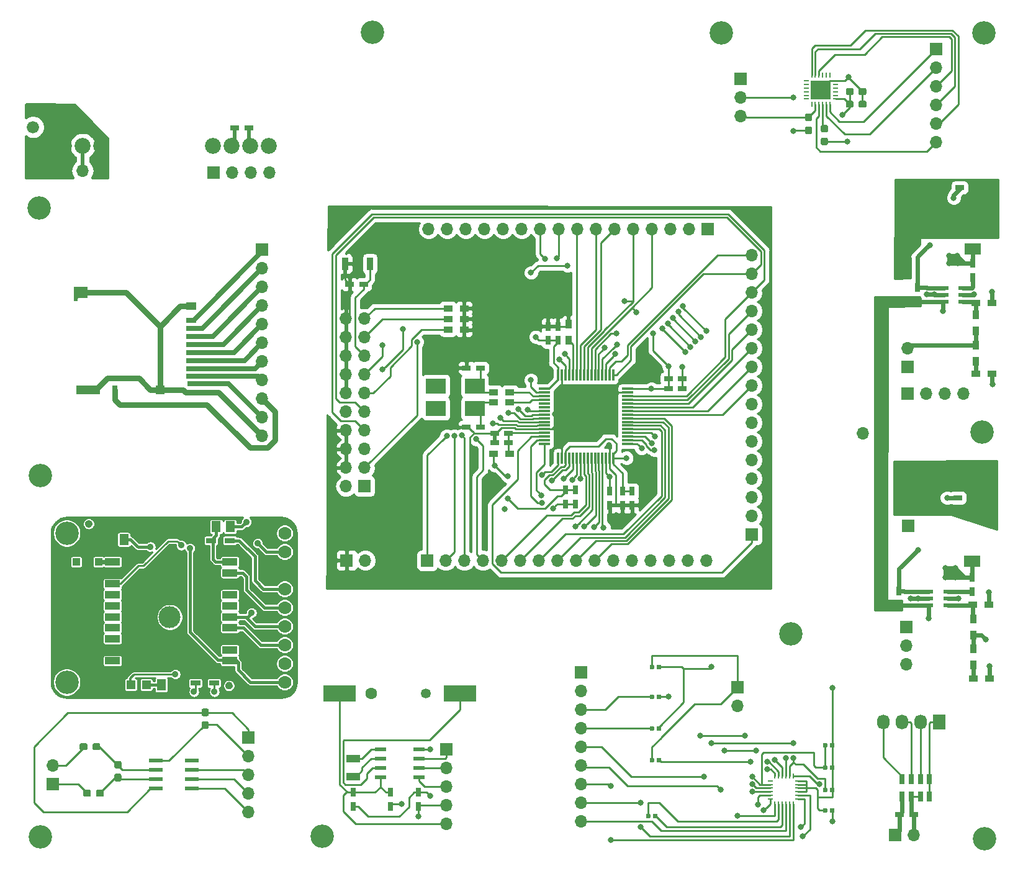
<source format=gbr>
G04 #@! TF.GenerationSoftware,KiCad,Pcbnew,5.0.1-33cea8e~68~ubuntu16.04.1*
G04 #@! TF.CreationDate,2018-10-29T01:45:26-07:00*
G04 #@! TF.ProjectId,integrated-board-design-1,696E74656772617465642D626F617264,rev?*
G04 #@! TF.SameCoordinates,Original*
G04 #@! TF.FileFunction,Copper,L1,Top,Signal*
G04 #@! TF.FilePolarity,Positive*
%FSLAX46Y46*%
G04 Gerber Fmt 4.6, Leading zero omitted, Abs format (unit mm)*
G04 Created by KiCad (PCBNEW 5.0.1-33cea8e~68~ubuntu16.04.1) date Mon 29 Oct 2018 01:45:26 AM PDT*
%MOMM*%
%LPD*%
G01*
G04 APERTURE LIST*
G04 #@! TA.AperFunction,SMDPad,CuDef*
%ADD10R,0.750000X1.200000*%
G04 #@! TD*
G04 #@! TA.AperFunction,WasherPad*
%ADD11C,3.000000*%
G04 #@! TD*
G04 #@! TA.AperFunction,SMDPad,CuDef*
%ADD12R,2.000000X1.000000*%
G04 #@! TD*
G04 #@! TA.AperFunction,SMDPad,CuDef*
%ADD13R,1.200000X0.750000*%
G04 #@! TD*
G04 #@! TA.AperFunction,ComponentPad*
%ADD14C,2.184400*%
G04 #@! TD*
G04 #@! TA.AperFunction,ComponentPad*
%ADD15R,1.730000X2.030000*%
G04 #@! TD*
G04 #@! TA.AperFunction,ComponentPad*
%ADD16O,1.730000X2.030000*%
G04 #@! TD*
G04 #@! TA.AperFunction,ComponentPad*
%ADD17C,3.200000*%
G04 #@! TD*
G04 #@! TA.AperFunction,SMDPad,CuDef*
%ADD18R,1.400000X0.700000*%
G04 #@! TD*
G04 #@! TA.AperFunction,SMDPad,CuDef*
%ADD19R,1.900000X1.500000*%
G04 #@! TD*
G04 #@! TA.AperFunction,SMDPad,CuDef*
%ADD20R,1.400000X1.000000*%
G04 #@! TD*
G04 #@! TA.AperFunction,SMDPad,CuDef*
%ADD21R,1.200000X1.200000*%
G04 #@! TD*
G04 #@! TA.AperFunction,SMDPad,CuDef*
%ADD22R,3.200000X1.200000*%
G04 #@! TD*
G04 #@! TA.AperFunction,SMDPad,CuDef*
%ADD23R,1.200000X0.700000*%
G04 #@! TD*
G04 #@! TA.AperFunction,SMDPad,CuDef*
%ADD24R,0.500000X0.500000*%
G04 #@! TD*
G04 #@! TA.AperFunction,SMDPad,CuDef*
%ADD25R,0.800000X1.200000*%
G04 #@! TD*
G04 #@! TA.AperFunction,SMDPad,CuDef*
%ADD26C,0.200000*%
G04 #@! TD*
G04 #@! TA.AperFunction,Conductor*
%ADD27C,0.100000*%
G04 #@! TD*
G04 #@! TA.AperFunction,ComponentPad*
%ADD28R,1.700000X1.700000*%
G04 #@! TD*
G04 #@! TA.AperFunction,ComponentPad*
%ADD29O,1.700000X1.700000*%
G04 #@! TD*
G04 #@! TA.AperFunction,SMDPad,CuDef*
%ADD30R,2.200000X1.500000*%
G04 #@! TD*
G04 #@! TA.AperFunction,SMDPad,CuDef*
%ADD31R,1.200000X0.900000*%
G04 #@! TD*
G04 #@! TA.AperFunction,SMDPad,CuDef*
%ADD32R,0.900000X1.200000*%
G04 #@! TD*
G04 #@! TA.AperFunction,SMDPad,CuDef*
%ADD33R,1.270000X0.558800*%
G04 #@! TD*
G04 #@! TA.AperFunction,SMDPad,CuDef*
%ADD34R,0.650000X1.360000*%
G04 #@! TD*
G04 #@! TA.AperFunction,SMDPad,CuDef*
%ADD35R,1.650000X0.610000*%
G04 #@! TD*
G04 #@! TA.AperFunction,SMDPad,CuDef*
%ADD36R,1.905000X1.092200*%
G04 #@! TD*
G04 #@! TA.AperFunction,WasherPad*
%ADD37C,1.350000*%
G04 #@! TD*
G04 #@! TA.AperFunction,WasherPad*
%ADD38C,1.600000*%
G04 #@! TD*
G04 #@! TA.AperFunction,SMDPad,CuDef*
%ADD39R,4.500000X2.300000*%
G04 #@! TD*
G04 #@! TA.AperFunction,SMDPad,CuDef*
%ADD40C,0.590000*%
G04 #@! TD*
G04 #@! TA.AperFunction,SMDPad,CuDef*
%ADD41R,0.290000X0.700000*%
G04 #@! TD*
G04 #@! TA.AperFunction,SMDPad,CuDef*
%ADD42R,0.700000X0.290000*%
G04 #@! TD*
G04 #@! TA.AperFunction,SMDPad,CuDef*
%ADD43C,0.950000*%
G04 #@! TD*
G04 #@! TA.AperFunction,SMDPad,CuDef*
%ADD44R,0.790000X0.260000*%
G04 #@! TD*
G04 #@! TA.AperFunction,SMDPad,CuDef*
%ADD45R,0.260000X0.790000*%
G04 #@! TD*
G04 #@! TA.AperFunction,SMDPad,CuDef*
%ADD46R,2.700000X2.600000*%
G04 #@! TD*
G04 #@! TA.AperFunction,SMDPad,CuDef*
%ADD47R,4.064000X1.524000*%
G04 #@! TD*
G04 #@! TA.AperFunction,SMDPad,CuDef*
%ADD48R,1.240000X1.500000*%
G04 #@! TD*
G04 #@! TA.AperFunction,SMDPad,CuDef*
%ADD49R,1.350000X0.800000*%
G04 #@! TD*
G04 #@! TA.AperFunction,SMDPad,CuDef*
%ADD50C,1.000000*%
G04 #@! TD*
G04 #@! TA.AperFunction,SMDPad,CuDef*
%ADD51R,1.050000X1.000000*%
G04 #@! TD*
G04 #@! TA.AperFunction,SMDPad,CuDef*
%ADD52R,2.200000X0.850000*%
G04 #@! TD*
G04 #@! TA.AperFunction,ComponentPad*
%ADD53C,1.778000*%
G04 #@! TD*
G04 #@! TA.AperFunction,SMDPad,CuDef*
%ADD54R,1.980000X0.530000*%
G04 #@! TD*
G04 #@! TA.AperFunction,SMDPad,CuDef*
%ADD55R,1.500000X0.300000*%
G04 #@! TD*
G04 #@! TA.AperFunction,SMDPad,CuDef*
%ADD56R,0.300000X1.500000*%
G04 #@! TD*
G04 #@! TA.AperFunction,SMDPad,CuDef*
%ADD57R,0.900000X1.700000*%
G04 #@! TD*
G04 #@! TA.AperFunction,SMDPad,CuDef*
%ADD58R,2.700000X2.100000*%
G04 #@! TD*
G04 #@! TA.AperFunction,ViaPad*
%ADD59C,0.800000*%
G04 #@! TD*
G04 #@! TA.AperFunction,ViaPad*
%ADD60C,0.906400*%
G04 #@! TD*
G04 #@! TA.AperFunction,ViaPad*
%ADD61C,1.676400*%
G04 #@! TD*
G04 #@! TA.AperFunction,Conductor*
%ADD62C,0.250000*%
G04 #@! TD*
G04 #@! TA.AperFunction,Conductor*
%ADD63C,0.600000*%
G04 #@! TD*
G04 #@! TA.AperFunction,Conductor*
%ADD64C,0.406400*%
G04 #@! TD*
G04 #@! TA.AperFunction,Conductor*
%ADD65C,0.609600*%
G04 #@! TD*
G04 #@! TA.AperFunction,Conductor*
%ADD66C,0.812800*%
G04 #@! TD*
G04 #@! TA.AperFunction,Conductor*
%ADD67C,0.406000*%
G04 #@! TD*
G04 #@! TA.AperFunction,Conductor*
%ADD68C,0.508000*%
G04 #@! TD*
G04 #@! TA.AperFunction,Conductor*
%ADD69C,0.650000*%
G04 #@! TD*
G04 #@! TA.AperFunction,Conductor*
%ADD70C,0.750000*%
G04 #@! TD*
G04 #@! TA.AperFunction,Conductor*
%ADD71C,0.254000*%
G04 #@! TD*
G04 #@! TA.AperFunction,Conductor*
%ADD72C,0.304800*%
G04 #@! TD*
G04 #@! TA.AperFunction,Conductor*
%ADD73C,0.404600*%
G04 #@! TD*
G04 APERTURE END LIST*
D10*
G04 #@! TO.P,C1,1*
G04 #@! TO.N,Net-(C1-Pad1)*
X103600080Y-135754560D03*
G04 #@! TO.P,C1,2*
G04 #@! TO.N,GND*
X103600080Y-133854560D03*
G04 #@! TD*
G04 #@! TO.P,C2,1*
G04 #@! TO.N,VCC*
X108680080Y-135754560D03*
G04 #@! TO.P,C2,2*
G04 #@! TO.N,GND*
X108680080Y-133854560D03*
G04 #@! TD*
G04 #@! TO.P,R3,1*
G04 #@! TO.N,VCC*
X112490080Y-135754560D03*
G04 #@! TO.P,R3,2*
G04 #@! TO.N,Net-(C1-Pad1)*
X112490080Y-133854560D03*
G04 #@! TD*
D11*
G04 #@! TO.N,*
G04 #@! TO.C,U1*
X78551015Y-109964309D03*
D12*
G04 #@! TD*
G04 #@! TO.P,U1,P$20*
G04 #@! TO.N,Net-(U1-PadP$20)*
X70751015Y-115914309D03*
G04 #@! TO.P,U1,P$19*
G04 #@! TO.N,GND*
X70751015Y-114414309D03*
G04 #@! TO.P,U1,P$18*
G04 #@! TO.N,Net-(U1-PadP$18)*
X70751015Y-112914309D03*
G04 #@! TO.P,U1,P$17*
G04 #@! TO.N,Net-(U1-PadP$17)*
X70751015Y-111414309D03*
G04 #@! TO.P,U1,P$16*
G04 #@! TO.N,Net-(U1-PadP$16)*
X70751015Y-109914309D03*
G04 #@! TO.P,U1,P$15*
G04 #@! TO.N,Net-(U1-PadP$15)*
X70751015Y-108414309D03*
G04 #@! TO.P,U1,P$14*
G04 #@! TO.N,Net-(U1-PadP$14)*
X70751015Y-106914309D03*
G04 #@! TO.P,U1,P$13*
G04 #@! TO.N,/1PPS*
X70751015Y-105414309D03*
G04 #@! TO.P,U1,P$12*
G04 #@! TO.N,GND*
X70751015Y-103914309D03*
G04 #@! TO.P,U1,P$11*
G04 #@! TO.N,Net-(U$20-PadP$3)*
X70751015Y-102414309D03*
G04 #@! TO.P,U1,P$10*
G04 #@! TO.N,/RX_3V*
X86751015Y-102414309D03*
G04 #@! TO.P,U1,P$9*
G04 #@! TO.N,/TX*
X86751015Y-103914309D03*
G04 #@! TO.P,U1,P$8*
G04 #@! TO.N,GND*
X86751015Y-105414309D03*
G04 #@! TO.P,U1,P$7*
G04 #@! TO.N,Net-(U1-PadP$7)*
X86751015Y-106914309D03*
G04 #@! TO.P,U1,P$6*
G04 #@! TO.N,Net-(U1-PadP$6)*
X86751015Y-108414309D03*
G04 #@! TO.P,U1,P$5*
G04 #@! TO.N,/FIX*
X86751015Y-109914309D03*
G04 #@! TO.P,U1,P$4*
G04 #@! TO.N,/VBACKUP*
X86751015Y-111414309D03*
G04 #@! TO.P,U1,P$3*
G04 #@! TO.N,GND*
X86751015Y-112914309D03*
G04 #@! TO.P,U1,P$2*
G04 #@! TO.N,Net-(U1-PadP$2)*
X86751015Y-114414309D03*
G04 #@! TO.P,U1,P$1*
G04 #@! TO.N,3.3V*
X86751015Y-115914309D03*
G04 #@! TD*
D13*
G04 #@! TO.P,C1,1*
G04 #@! TO.N,+3V3*
X178125000Y-136875000D03*
G04 #@! TO.P,C1,2*
G04 #@! TO.N,GND*
X180025000Y-136875000D03*
G04 #@! TD*
D14*
G04 #@! TO.P,U$2,RFGND2*
G04 #@! TO.N,GND*
X64143410Y-45694861D03*
G04 #@! TO.P,U$2,0V*
X89543410Y-45694861D03*
G04 #@! TO.P,U$2,VCC*
G04 #@! TO.N,VCC*
X87003410Y-45694861D03*
G04 #@! TO.P,U$2,EN*
G04 #@! TO.N,/D4*
X84463410Y-45694861D03*
G04 #@! TO.P,U$2,TXD*
G04 #@! TO.N,/D3*
X92083410Y-45694861D03*
G04 #@! TO.P,U$2,GND*
G04 #@! TO.N,GND*
X69223410Y-45694861D03*
G04 #@! TO.P,U$2,RFOUT*
G04 #@! TO.N,PB4*
X66683410Y-45694861D03*
G04 #@! TD*
D15*
G04 #@! TO.P,,1*
G04 #@! TO.N,/CSB*
X183479203Y-124248068D03*
D16*
G04 #@! TO.P,,2*
G04 #@! TO.N,/SDO*
X180939203Y-124248068D03*
G04 #@! TO.P,,3*
G04 #@! TO.N,/SDI*
X178399203Y-124248068D03*
G04 #@! TO.P,,4*
G04 #@! TO.N,/SCLK*
X175859203Y-124248068D03*
G04 #@! TD*
D17*
G04 #@! TO.P,U$8,P$1*
G04 #@! TO.N,N/C*
X60875000Y-139950000D03*
G04 #@! TD*
G04 #@! TO.P,U$8,P$1*
G04 #@! TO.N,N/C*
X60900000Y-90650000D03*
G04 #@! TD*
G04 #@! TO.P,U$8,P$1*
G04 #@! TO.N,N/C*
X153775000Y-30275000D03*
G04 #@! TD*
G04 #@! TO.P,U$8,P$1*
G04 #@! TO.N,N/C*
X106175000Y-30200000D03*
G04 #@! TD*
G04 #@! TO.P,U$8,P$1*
G04 #@! TO.N,N/C*
X99350000Y-139800000D03*
G04 #@! TD*
G04 #@! TO.P,U$8,P$1*
G04 #@! TO.N,N/C*
X189350000Y-84750000D03*
G04 #@! TD*
G04 #@! TO.P,U$9,P$1*
G04 #@! TO.N,N/C*
X163250000Y-112200000D03*
G04 #@! TD*
G04 #@! TO.P,U$9,P$1*
G04 #@! TO.N,N/C*
X60750000Y-54175000D03*
G04 #@! TD*
G04 #@! TO.P,U$9,P$1*
G04 #@! TO.N,N/C*
X189625000Y-30275000D03*
G04 #@! TD*
G04 #@! TO.P,U$8,P$1*
G04 #@! TO.N,N/C*
X189675000Y-140150000D03*
G04 #@! TD*
D18*
G04 #@! TO.P,J2,1*
G04 #@! TO.N,Net-(J2-Pad1)*
X81455440Y-69441760D03*
D19*
G04 #@! TO.P,J2,11*
G04 #@! TO.N,Net-(J2-Pad11)*
X66455440Y-65641760D03*
D20*
X81455440Y-67541760D03*
D21*
X77255440Y-78941760D03*
D22*
X67455440Y-78941760D03*
D23*
G04 #@! TO.P,J2,9*
G04 #@! TO.N,Net-(J2-Pad9)*
X81555440Y-78091760D03*
D18*
G04 #@! TO.P,J2,2*
G04 #@! TO.N,Net-(J2-Pad2)*
X81455440Y-70541760D03*
G04 #@! TO.P,J2,3*
G04 #@! TO.N,Net-(J2-Pad3)*
X81455440Y-71641760D03*
G04 #@! TO.P,J2,4*
G04 #@! TO.N,Net-(J2-Pad4)*
X81455440Y-72741760D03*
G04 #@! TO.P,J2,5*
G04 #@! TO.N,Net-(J2-Pad5)*
X81455440Y-73841760D03*
G04 #@! TO.P,J2,6*
G04 #@! TO.N,Net-(J2-Pad6)*
X81455440Y-74941760D03*
G04 #@! TO.P,J2,7*
G04 #@! TO.N,Net-(J2-Pad7)*
X81455440Y-76041760D03*
G04 #@! TO.P,J2,8*
G04 #@! TO.N,Net-(J2-Pad8)*
X81455440Y-77141760D03*
D24*
G04 #@! TO.P,J2,11*
G04 #@! TO.N,Net-(J2-Pad11)*
X65755440Y-66641760D03*
D25*
G04 #@! TO.P,J2,10*
G04 #@! TO.N,Net-(J2-Pad10)*
X71055440Y-78941760D03*
D26*
G04 #@! TO.P,J2,11*
G04 #@! TO.N,Net-(J2-Pad11)*
X66005440Y-66391760D03*
D27*
G04 #@! TD*
G04 #@! TO.N,Net-(J2-Pad11)*
G04 #@! TO.C,J2*
G36*
X65864019Y-66391760D02*
X66005440Y-66250339D01*
X66146861Y-66391760D01*
X66005440Y-66533181D01*
X65864019Y-66391760D01*
X65864019Y-66391760D01*
G37*
D28*
G04 #@! TO.P,J9,1*
G04 #@! TO.N,Net-(J2-Pad1)*
X91146480Y-59844400D03*
D29*
G04 #@! TO.P,J9,2*
G04 #@! TO.N,Net-(J2-Pad2)*
X91146480Y-62384400D03*
G04 #@! TO.P,J9,3*
G04 #@! TO.N,Net-(J2-Pad3)*
X91146480Y-64924400D03*
G04 #@! TO.P,J9,4*
G04 #@! TO.N,Net-(J2-Pad4)*
X91146480Y-67464400D03*
G04 #@! TO.P,J9,5*
G04 #@! TO.N,Net-(J2-Pad5)*
X91146480Y-70004400D03*
G04 #@! TO.P,J9,6*
G04 #@! TO.N,Net-(J2-Pad6)*
X91146480Y-72544400D03*
G04 #@! TO.P,J9,7*
G04 #@! TO.N,Net-(J2-Pad7)*
X91146480Y-75084400D03*
G04 #@! TO.P,J9,8*
G04 #@! TO.N,Net-(J2-Pad8)*
X91146480Y-77624400D03*
G04 #@! TO.P,J9,9*
G04 #@! TO.N,Net-(J2-Pad10)*
X91146480Y-80164400D03*
G04 #@! TO.P,J9,10*
G04 #@! TO.N,Net-(J2-Pad9)*
X91146480Y-82704400D03*
G04 #@! TO.P,J9,11*
G04 #@! TO.N,Net-(J2-Pad11)*
X91146480Y-85244400D03*
G04 #@! TD*
D10*
G04 #@! TO.P,C16,1*
G04 #@! TO.N,Net-(C16-Pad1)*
X180525000Y-66900000D03*
G04 #@! TO.P,C16,2*
G04 #@! TO.N,Net-(C16-Pad2)*
X180525000Y-65000000D03*
G04 #@! TD*
G04 #@! TO.P,C17,1*
G04 #@! TO.N,Net-(C17-Pad1)*
X188125000Y-61700000D03*
G04 #@! TO.P,C17,2*
G04 #@! TO.N,Net-(C17-Pad2)*
X188125000Y-63600000D03*
G04 #@! TD*
D13*
G04 #@! TO.P,C18,1*
G04 #@! TO.N,Net-(C18-Pad1)*
X188200000Y-51375000D03*
G04 #@! TO.P,C18,2*
G04 #@! TO.N,Net-(C16-Pad2)*
X186300000Y-51375000D03*
G04 #@! TD*
D10*
G04 #@! TO.P,C19,1*
G04 #@! TO.N,Net-(C16-Pad1)*
X178025000Y-108325000D03*
G04 #@! TO.P,C19,2*
G04 #@! TO.N,Net-(C16-Pad2)*
X178025000Y-106425000D03*
G04 #@! TD*
G04 #@! TO.P,C20,1*
G04 #@! TO.N,Net-(C20-Pad1)*
X187971120Y-104567080D03*
G04 #@! TO.P,C20,2*
G04 #@! TO.N,Net-(C20-Pad2)*
X187971120Y-106467080D03*
G04 #@! TD*
D13*
G04 #@! TO.P,C21,1*
G04 #@! TO.N,Net-(C21-Pad1)*
X187940720Y-93678100D03*
G04 #@! TO.P,C21,2*
G04 #@! TO.N,Net-(C16-Pad2)*
X186040720Y-93678100D03*
G04 #@! TD*
D28*
G04 #@! TO.P,J10,1*
G04 #@! TO.N,Net-(C16-Pad2)*
X179297020Y-97477940D03*
D29*
G04 #@! TO.P,J10,2*
G04 #@! TO.N,Net-(C21-Pad1)*
X179297020Y-94937940D03*
G04 #@! TD*
D30*
G04 #@! TO.P,L2,1*
G04 #@! TO.N,Net-(C18-Pad1)*
X188098400Y-53349600D03*
G04 #@! TO.P,L2,2*
G04 #@! TO.N,Net-(C17-Pad1)*
X188098400Y-59749600D03*
G04 #@! TD*
G04 #@! TO.P,L3,1*
G04 #@! TO.N,Net-(C21-Pad1)*
X187958420Y-95906080D03*
G04 #@! TO.P,L3,2*
G04 #@! TO.N,Net-(C20-Pad1)*
X187958420Y-102306080D03*
G04 #@! TD*
D31*
G04 #@! TO.P,R5,1*
G04 #@! TO.N,Net-(C16-Pad2)*
X190725000Y-67075000D03*
G04 #@! TO.P,R5,2*
G04 #@! TO.N,Net-(R5-Pad2)*
X188525000Y-67075000D03*
G04 #@! TD*
D32*
G04 #@! TO.P,R6,1*
G04 #@! TO.N,Net-(R5-Pad2)*
X188527260Y-68722680D03*
G04 #@! TO.P,R6,2*
G04 #@! TO.N,Net-(C18-Pad1)*
X188527260Y-70922680D03*
G04 #@! TD*
D31*
G04 #@! TO.P,R7,1*
G04 #@! TO.N,Net-(C16-Pad2)*
X190302840Y-108288180D03*
G04 #@! TO.P,R7,2*
G04 #@! TO.N,Net-(R7-Pad2)*
X188102840Y-108288180D03*
G04 #@! TD*
D32*
G04 #@! TO.P,R8,1*
G04 #@! TO.N,Net-(R7-Pad2)*
X188133680Y-110215860D03*
G04 #@! TO.P,R8,2*
G04 #@! TO.N,Net-(C21-Pad1)*
X188133680Y-112415860D03*
G04 #@! TD*
D33*
G04 #@! TO.P,U3,1*
G04 #@! TO.N,Net-(C16-Pad2)*
X182075780Y-106479700D03*
G04 #@! TO.P,U3,2*
G04 #@! TO.N,Net-(C20-Pad1)*
X182075780Y-107419500D03*
G04 #@! TO.P,U3,3*
G04 #@! TO.N,Net-(C16-Pad1)*
X182075780Y-108359300D03*
G04 #@! TO.P,U3,4*
G04 #@! TO.N,Net-(R7-Pad2)*
X184666580Y-108359300D03*
G04 #@! TO.P,U3,5*
G04 #@! TO.N,Net-(C16-Pad1)*
X184666580Y-107419500D03*
G04 #@! TO.P,U3,6*
G04 #@! TO.N,Net-(C20-Pad2)*
X184666580Y-106479700D03*
G04 #@! TD*
D28*
G04 #@! TO.P,J7,1*
G04 #@! TO.N,Net-(C16-Pad1)*
X175600000Y-84875000D03*
D29*
G04 #@! TO.P,J7,2*
G04 #@! TO.N,Net-(C16-Pad2)*
X173060000Y-84875000D03*
G04 #@! TD*
D28*
G04 #@! TO.P,J8,1*
G04 #@! TO.N,Net-(C16-Pad2)*
X179175000Y-75825000D03*
D29*
G04 #@! TO.P,J8,2*
G04 #@! TO.N,Net-(C18-Pad1)*
X179175000Y-73285000D03*
G04 #@! TD*
D33*
G04 #@! TO.P,U2,1*
G04 #@! TO.N,Net-(C16-Pad2)*
X184154600Y-65035200D03*
G04 #@! TO.P,U2,2*
G04 #@! TO.N,Net-(C17-Pad1)*
X184154600Y-65975000D03*
G04 #@! TO.P,U2,3*
G04 #@! TO.N,Net-(C16-Pad1)*
X184154600Y-66914800D03*
G04 #@! TO.P,U2,4*
G04 #@! TO.N,Net-(R5-Pad2)*
X186745400Y-66914800D03*
G04 #@! TO.P,U2,5*
G04 #@! TO.N,Net-(C16-Pad1)*
X186745400Y-65975000D03*
G04 #@! TO.P,U2,6*
G04 #@! TO.N,Net-(C17-Pad2)*
X186745400Y-65035200D03*
G04 #@! TD*
D32*
G04 #@! TO.P,D4,1*
G04 #@! TO.N,Net-(D4-Pad1)*
X188138760Y-116500180D03*
G04 #@! TO.P,D4,2*
G04 #@! TO.N,Net-(C21-Pad1)*
X188138760Y-114300180D03*
G04 #@! TD*
G04 #@! TO.P,D5,1*
G04 #@! TO.N,Net-(D5-Pad1)*
X188539960Y-75035120D03*
G04 #@! TO.P,D5,2*
G04 #@! TO.N,Net-(C18-Pad1)*
X188539960Y-72835120D03*
G04 #@! TD*
D31*
G04 #@! TO.P,R9,1*
G04 #@! TO.N,Net-(C16-Pad2)*
X190336040Y-118361820D03*
G04 #@! TO.P,R9,2*
G04 #@! TO.N,Net-(D4-Pad1)*
X188136040Y-118361820D03*
G04 #@! TD*
G04 #@! TO.P,R10,1*
G04 #@! TO.N,Net-(C16-Pad2)*
X190742500Y-76759600D03*
G04 #@! TO.P,R10,2*
G04 #@! TO.N,Net-(D5-Pad1)*
X188542500Y-76759600D03*
G04 #@! TD*
D28*
G04 #@! TO.P,J13,1*
G04 #@! TO.N,Net-(C16-Pad2)*
X179175000Y-79475000D03*
D29*
G04 #@! TO.P,J13,2*
X181715000Y-79475000D03*
G04 #@! TO.P,J13,3*
X184255000Y-79475000D03*
G04 #@! TO.P,J13,4*
X186795000Y-79475000D03*
G04 #@! TD*
D28*
G04 #@! TO.P,J14,1*
G04 #@! TO.N,Net-(C21-Pad1)*
X179124300Y-90802820D03*
D29*
G04 #@! TO.P,J14,2*
X181664300Y-90802820D03*
G04 #@! TO.P,J14,3*
X184204300Y-90802820D03*
G04 #@! TO.P,J14,4*
X186744300Y-90802820D03*
G04 #@! TO.P,J14,5*
X189284300Y-90802820D03*
G04 #@! TD*
D28*
G04 #@! TO.P,J12,1*
G04 #@! TO.N,Net-(C16-Pad2)*
X179050640Y-111282840D03*
D29*
G04 #@! TO.P,J12,2*
X179050640Y-113822840D03*
G04 #@! TO.P,J12,3*
X179050640Y-116362840D03*
G04 #@! TD*
D34*
G04 #@! TO.P,U1,1*
G04 #@! TO.N,+3V3*
X178439203Y-134408068D03*
G04 #@! TO.P,U1,8*
G04 #@! TO.N,/SCLK*
X178439203Y-132058068D03*
G04 #@! TO.P,U1,2*
G04 #@! TO.N,GND*
X179689203Y-134408068D03*
G04 #@! TO.P,U1,3*
X180939203Y-134408068D03*
G04 #@! TO.P,U1,4*
G04 #@! TO.N,/CSB*
X182189203Y-134408068D03*
G04 #@! TO.P,U1,5*
X182189203Y-132058068D03*
G04 #@! TO.P,U1,6*
G04 #@! TO.N,/SDO*
X180939203Y-132058068D03*
G04 #@! TO.P,U1,7*
G04 #@! TO.N,/SDI*
X179689203Y-132058068D03*
G04 #@! TD*
D28*
G04 #@! TO.P,,1*
G04 #@! TO.N,+3V3*
X177519203Y-139648068D03*
D29*
G04 #@! TO.P,,2*
G04 #@! TO.N,GND*
X180059203Y-139648068D03*
G04 #@! TD*
D35*
G04 #@! TO.P,IC1,8*
G04 #@! TO.N,Net-(C1-Pad1)*
X112580080Y-127969560D03*
G04 #@! TO.P,IC1,7*
G04 #@! TO.N,/SQW*
X112580080Y-129239560D03*
G04 #@! TO.P,IC1,6*
G04 #@! TO.N,/SCL*
X112580080Y-130509560D03*
G04 #@! TO.P,IC1,5*
G04 #@! TO.N,/SDA*
X112580080Y-131779560D03*
G04 #@! TO.P,IC1,4*
G04 #@! TO.N,GND*
X107320080Y-131779560D03*
G04 #@! TO.P,IC1,3*
G04 #@! TO.N,Net-(B1-Pad2)*
X107320080Y-130509560D03*
G04 #@! TO.P,IC1,2*
G04 #@! TO.N,Net-(IC1-Pad2)*
X107320080Y-129239560D03*
G04 #@! TO.P,IC1,1*
G04 #@! TO.N,Net-(IC1-Pad1)*
X107320080Y-127969560D03*
G04 #@! TD*
D29*
G04 #@! TO.P,JP2,5*
G04 #@! TO.N,GND*
X116300080Y-138129560D03*
G04 #@! TO.P,JP2,4*
G04 #@! TO.N,VCC*
X116300080Y-135589560D03*
G04 #@! TO.P,JP2,3*
G04 #@! TO.N,/SDA*
X116300080Y-133049560D03*
G04 #@! TO.P,JP2,2*
G04 #@! TO.N,/SCL*
X116300080Y-130509560D03*
D28*
G04 #@! TO.P,JP2,1*
G04 #@! TO.N,/SQW*
X116300080Y-127969560D03*
G04 #@! TD*
D36*
G04 #@! TO.P,Q1,2*
G04 #@! TO.N,Net-(IC1-Pad2)*
X103600080Y-131677960D03*
G04 #@! TO.P,Q1,1*
G04 #@! TO.N,Net-(IC1-Pad1)*
X103600080Y-129239560D03*
G04 #@! TD*
D37*
G04 #@! TO.P,B1,*
G04 #@! TO.N,*
X113450080Y-120349560D03*
D38*
X106000080Y-120349560D03*
D39*
G04 #@! TO.P,B1,2*
G04 #@! TO.N,Net-(B1-Pad2)*
X118150080Y-120349560D03*
G04 #@! TO.P,B1,1*
G04 #@! TO.N,GND*
X101750080Y-120349560D03*
G04 #@! TD*
D28*
G04 #@! TO.P,J2,1*
G04 #@! TO.N,Net-(C1-Pad2)*
X155983300Y-119549160D03*
D29*
G04 #@! TO.P,J2,2*
G04 #@! TO.N,Net-(C1-Pad1)*
X155983300Y-122089160D03*
G04 #@! TD*
D27*
G04 #@! TO.N,Net-(C1-Pad1)*
G04 #@! TO.C,C1*
G36*
X168106258Y-127103870D02*
X168120576Y-127105994D01*
X168134617Y-127109511D01*
X168148246Y-127114388D01*
X168161331Y-127120577D01*
X168173747Y-127128018D01*
X168185373Y-127136641D01*
X168196098Y-127146362D01*
X168205819Y-127157087D01*
X168214442Y-127168713D01*
X168221883Y-127181129D01*
X168228072Y-127194214D01*
X168232949Y-127207843D01*
X168236466Y-127221884D01*
X168238590Y-127236202D01*
X168239300Y-127250660D01*
X168239300Y-127595660D01*
X168238590Y-127610118D01*
X168236466Y-127624436D01*
X168232949Y-127638477D01*
X168228072Y-127652106D01*
X168221883Y-127665191D01*
X168214442Y-127677607D01*
X168205819Y-127689233D01*
X168196098Y-127699958D01*
X168185373Y-127709679D01*
X168173747Y-127718302D01*
X168161331Y-127725743D01*
X168148246Y-127731932D01*
X168134617Y-127736809D01*
X168120576Y-127740326D01*
X168106258Y-127742450D01*
X168091800Y-127743160D01*
X167796800Y-127743160D01*
X167782342Y-127742450D01*
X167768024Y-127740326D01*
X167753983Y-127736809D01*
X167740354Y-127731932D01*
X167727269Y-127725743D01*
X167714853Y-127718302D01*
X167703227Y-127709679D01*
X167692502Y-127699958D01*
X167682781Y-127689233D01*
X167674158Y-127677607D01*
X167666717Y-127665191D01*
X167660528Y-127652106D01*
X167655651Y-127638477D01*
X167652134Y-127624436D01*
X167650010Y-127610118D01*
X167649300Y-127595660D01*
X167649300Y-127250660D01*
X167650010Y-127236202D01*
X167652134Y-127221884D01*
X167655651Y-127207843D01*
X167660528Y-127194214D01*
X167666717Y-127181129D01*
X167674158Y-127168713D01*
X167682781Y-127157087D01*
X167692502Y-127146362D01*
X167703227Y-127136641D01*
X167714853Y-127128018D01*
X167727269Y-127120577D01*
X167740354Y-127114388D01*
X167753983Y-127109511D01*
X167768024Y-127105994D01*
X167782342Y-127103870D01*
X167796800Y-127103160D01*
X168091800Y-127103160D01*
X168106258Y-127103870D01*
X168106258Y-127103870D01*
G37*
D40*
G04 #@! TD*
G04 #@! TO.P,C1,1*
G04 #@! TO.N,Net-(C1-Pad1)*
X167944300Y-127423160D03*
D27*
G04 #@! TO.N,Net-(C1-Pad2)*
G04 #@! TO.C,C1*
G36*
X169076258Y-127103870D02*
X169090576Y-127105994D01*
X169104617Y-127109511D01*
X169118246Y-127114388D01*
X169131331Y-127120577D01*
X169143747Y-127128018D01*
X169155373Y-127136641D01*
X169166098Y-127146362D01*
X169175819Y-127157087D01*
X169184442Y-127168713D01*
X169191883Y-127181129D01*
X169198072Y-127194214D01*
X169202949Y-127207843D01*
X169206466Y-127221884D01*
X169208590Y-127236202D01*
X169209300Y-127250660D01*
X169209300Y-127595660D01*
X169208590Y-127610118D01*
X169206466Y-127624436D01*
X169202949Y-127638477D01*
X169198072Y-127652106D01*
X169191883Y-127665191D01*
X169184442Y-127677607D01*
X169175819Y-127689233D01*
X169166098Y-127699958D01*
X169155373Y-127709679D01*
X169143747Y-127718302D01*
X169131331Y-127725743D01*
X169118246Y-127731932D01*
X169104617Y-127736809D01*
X169090576Y-127740326D01*
X169076258Y-127742450D01*
X169061800Y-127743160D01*
X168766800Y-127743160D01*
X168752342Y-127742450D01*
X168738024Y-127740326D01*
X168723983Y-127736809D01*
X168710354Y-127731932D01*
X168697269Y-127725743D01*
X168684853Y-127718302D01*
X168673227Y-127709679D01*
X168662502Y-127699958D01*
X168652781Y-127689233D01*
X168644158Y-127677607D01*
X168636717Y-127665191D01*
X168630528Y-127652106D01*
X168625651Y-127638477D01*
X168622134Y-127624436D01*
X168620010Y-127610118D01*
X168619300Y-127595660D01*
X168619300Y-127250660D01*
X168620010Y-127236202D01*
X168622134Y-127221884D01*
X168625651Y-127207843D01*
X168630528Y-127194214D01*
X168636717Y-127181129D01*
X168644158Y-127168713D01*
X168652781Y-127157087D01*
X168662502Y-127146362D01*
X168673227Y-127136641D01*
X168684853Y-127128018D01*
X168697269Y-127120577D01*
X168710354Y-127114388D01*
X168723983Y-127109511D01*
X168738024Y-127105994D01*
X168752342Y-127103870D01*
X168766800Y-127103160D01*
X169061800Y-127103160D01*
X169076258Y-127103870D01*
X169076258Y-127103870D01*
G37*
D40*
G04 #@! TD*
G04 #@! TO.P,C1,2*
G04 #@! TO.N,Net-(C1-Pad2)*
X168914300Y-127423160D03*
D27*
G04 #@! TO.N,Net-(C1-Pad2)*
G04 #@! TO.C,C2*
G36*
X169076258Y-130151870D02*
X169090576Y-130153994D01*
X169104617Y-130157511D01*
X169118246Y-130162388D01*
X169131331Y-130168577D01*
X169143747Y-130176018D01*
X169155373Y-130184641D01*
X169166098Y-130194362D01*
X169175819Y-130205087D01*
X169184442Y-130216713D01*
X169191883Y-130229129D01*
X169198072Y-130242214D01*
X169202949Y-130255843D01*
X169206466Y-130269884D01*
X169208590Y-130284202D01*
X169209300Y-130298660D01*
X169209300Y-130643660D01*
X169208590Y-130658118D01*
X169206466Y-130672436D01*
X169202949Y-130686477D01*
X169198072Y-130700106D01*
X169191883Y-130713191D01*
X169184442Y-130725607D01*
X169175819Y-130737233D01*
X169166098Y-130747958D01*
X169155373Y-130757679D01*
X169143747Y-130766302D01*
X169131331Y-130773743D01*
X169118246Y-130779932D01*
X169104617Y-130784809D01*
X169090576Y-130788326D01*
X169076258Y-130790450D01*
X169061800Y-130791160D01*
X168766800Y-130791160D01*
X168752342Y-130790450D01*
X168738024Y-130788326D01*
X168723983Y-130784809D01*
X168710354Y-130779932D01*
X168697269Y-130773743D01*
X168684853Y-130766302D01*
X168673227Y-130757679D01*
X168662502Y-130747958D01*
X168652781Y-130737233D01*
X168644158Y-130725607D01*
X168636717Y-130713191D01*
X168630528Y-130700106D01*
X168625651Y-130686477D01*
X168622134Y-130672436D01*
X168620010Y-130658118D01*
X168619300Y-130643660D01*
X168619300Y-130298660D01*
X168620010Y-130284202D01*
X168622134Y-130269884D01*
X168625651Y-130255843D01*
X168630528Y-130242214D01*
X168636717Y-130229129D01*
X168644158Y-130216713D01*
X168652781Y-130205087D01*
X168662502Y-130194362D01*
X168673227Y-130184641D01*
X168684853Y-130176018D01*
X168697269Y-130168577D01*
X168710354Y-130162388D01*
X168723983Y-130157511D01*
X168738024Y-130153994D01*
X168752342Y-130151870D01*
X168766800Y-130151160D01*
X169061800Y-130151160D01*
X169076258Y-130151870D01*
X169076258Y-130151870D01*
G37*
D40*
G04 #@! TD*
G04 #@! TO.P,C2,2*
G04 #@! TO.N,Net-(C1-Pad2)*
X168914300Y-130471160D03*
D27*
G04 #@! TO.N,Net-(C1-Pad1)*
G04 #@! TO.C,C2*
G36*
X168106258Y-130151870D02*
X168120576Y-130153994D01*
X168134617Y-130157511D01*
X168148246Y-130162388D01*
X168161331Y-130168577D01*
X168173747Y-130176018D01*
X168185373Y-130184641D01*
X168196098Y-130194362D01*
X168205819Y-130205087D01*
X168214442Y-130216713D01*
X168221883Y-130229129D01*
X168228072Y-130242214D01*
X168232949Y-130255843D01*
X168236466Y-130269884D01*
X168238590Y-130284202D01*
X168239300Y-130298660D01*
X168239300Y-130643660D01*
X168238590Y-130658118D01*
X168236466Y-130672436D01*
X168232949Y-130686477D01*
X168228072Y-130700106D01*
X168221883Y-130713191D01*
X168214442Y-130725607D01*
X168205819Y-130737233D01*
X168196098Y-130747958D01*
X168185373Y-130757679D01*
X168173747Y-130766302D01*
X168161331Y-130773743D01*
X168148246Y-130779932D01*
X168134617Y-130784809D01*
X168120576Y-130788326D01*
X168106258Y-130790450D01*
X168091800Y-130791160D01*
X167796800Y-130791160D01*
X167782342Y-130790450D01*
X167768024Y-130788326D01*
X167753983Y-130784809D01*
X167740354Y-130779932D01*
X167727269Y-130773743D01*
X167714853Y-130766302D01*
X167703227Y-130757679D01*
X167692502Y-130747958D01*
X167682781Y-130737233D01*
X167674158Y-130725607D01*
X167666717Y-130713191D01*
X167660528Y-130700106D01*
X167655651Y-130686477D01*
X167652134Y-130672436D01*
X167650010Y-130658118D01*
X167649300Y-130643660D01*
X167649300Y-130298660D01*
X167650010Y-130284202D01*
X167652134Y-130269884D01*
X167655651Y-130255843D01*
X167660528Y-130242214D01*
X167666717Y-130229129D01*
X167674158Y-130216713D01*
X167682781Y-130205087D01*
X167692502Y-130194362D01*
X167703227Y-130184641D01*
X167714853Y-130176018D01*
X167727269Y-130168577D01*
X167740354Y-130162388D01*
X167753983Y-130157511D01*
X167768024Y-130153994D01*
X167782342Y-130151870D01*
X167796800Y-130151160D01*
X168091800Y-130151160D01*
X168106258Y-130151870D01*
X168106258Y-130151870D01*
G37*
D40*
G04 #@! TD*
G04 #@! TO.P,C2,1*
G04 #@! TO.N,Net-(C1-Pad1)*
X167944300Y-130471160D03*
D27*
G04 #@! TO.N,Net-(C3-Pad1)*
G04 #@! TO.C,C3*
G36*
X143976258Y-136755870D02*
X143990576Y-136757994D01*
X144004617Y-136761511D01*
X144018246Y-136766388D01*
X144031331Y-136772577D01*
X144043747Y-136780018D01*
X144055373Y-136788641D01*
X144066098Y-136798362D01*
X144075819Y-136809087D01*
X144084442Y-136820713D01*
X144091883Y-136833129D01*
X144098072Y-136846214D01*
X144102949Y-136859843D01*
X144106466Y-136873884D01*
X144108590Y-136888202D01*
X144109300Y-136902660D01*
X144109300Y-137247660D01*
X144108590Y-137262118D01*
X144106466Y-137276436D01*
X144102949Y-137290477D01*
X144098072Y-137304106D01*
X144091883Y-137317191D01*
X144084442Y-137329607D01*
X144075819Y-137341233D01*
X144066098Y-137351958D01*
X144055373Y-137361679D01*
X144043747Y-137370302D01*
X144031331Y-137377743D01*
X144018246Y-137383932D01*
X144004617Y-137388809D01*
X143990576Y-137392326D01*
X143976258Y-137394450D01*
X143961800Y-137395160D01*
X143666800Y-137395160D01*
X143652342Y-137394450D01*
X143638024Y-137392326D01*
X143623983Y-137388809D01*
X143610354Y-137383932D01*
X143597269Y-137377743D01*
X143584853Y-137370302D01*
X143573227Y-137361679D01*
X143562502Y-137351958D01*
X143552781Y-137341233D01*
X143544158Y-137329607D01*
X143536717Y-137317191D01*
X143530528Y-137304106D01*
X143525651Y-137290477D01*
X143522134Y-137276436D01*
X143520010Y-137262118D01*
X143519300Y-137247660D01*
X143519300Y-136902660D01*
X143520010Y-136888202D01*
X143522134Y-136873884D01*
X143525651Y-136859843D01*
X143530528Y-136846214D01*
X143536717Y-136833129D01*
X143544158Y-136820713D01*
X143552781Y-136809087D01*
X143562502Y-136798362D01*
X143573227Y-136788641D01*
X143584853Y-136780018D01*
X143597269Y-136772577D01*
X143610354Y-136766388D01*
X143623983Y-136761511D01*
X143638024Y-136757994D01*
X143652342Y-136755870D01*
X143666800Y-136755160D01*
X143961800Y-136755160D01*
X143976258Y-136755870D01*
X143976258Y-136755870D01*
G37*
D40*
G04 #@! TD*
G04 #@! TO.P,C3,1*
G04 #@! TO.N,Net-(C3-Pad1)*
X143814300Y-137075160D03*
D27*
G04 #@! TO.N,Net-(C3-Pad2)*
G04 #@! TO.C,C3*
G36*
X144946258Y-136755870D02*
X144960576Y-136757994D01*
X144974617Y-136761511D01*
X144988246Y-136766388D01*
X145001331Y-136772577D01*
X145013747Y-136780018D01*
X145025373Y-136788641D01*
X145036098Y-136798362D01*
X145045819Y-136809087D01*
X145054442Y-136820713D01*
X145061883Y-136833129D01*
X145068072Y-136846214D01*
X145072949Y-136859843D01*
X145076466Y-136873884D01*
X145078590Y-136888202D01*
X145079300Y-136902660D01*
X145079300Y-137247660D01*
X145078590Y-137262118D01*
X145076466Y-137276436D01*
X145072949Y-137290477D01*
X145068072Y-137304106D01*
X145061883Y-137317191D01*
X145054442Y-137329607D01*
X145045819Y-137341233D01*
X145036098Y-137351958D01*
X145025373Y-137361679D01*
X145013747Y-137370302D01*
X145001331Y-137377743D01*
X144988246Y-137383932D01*
X144974617Y-137388809D01*
X144960576Y-137392326D01*
X144946258Y-137394450D01*
X144931800Y-137395160D01*
X144636800Y-137395160D01*
X144622342Y-137394450D01*
X144608024Y-137392326D01*
X144593983Y-137388809D01*
X144580354Y-137383932D01*
X144567269Y-137377743D01*
X144554853Y-137370302D01*
X144543227Y-137361679D01*
X144532502Y-137351958D01*
X144522781Y-137341233D01*
X144514158Y-137329607D01*
X144506717Y-137317191D01*
X144500528Y-137304106D01*
X144495651Y-137290477D01*
X144492134Y-137276436D01*
X144490010Y-137262118D01*
X144489300Y-137247660D01*
X144489300Y-136902660D01*
X144490010Y-136888202D01*
X144492134Y-136873884D01*
X144495651Y-136859843D01*
X144500528Y-136846214D01*
X144506717Y-136833129D01*
X144514158Y-136820713D01*
X144522781Y-136809087D01*
X144532502Y-136798362D01*
X144543227Y-136788641D01*
X144554853Y-136780018D01*
X144567269Y-136772577D01*
X144580354Y-136766388D01*
X144593983Y-136761511D01*
X144608024Y-136757994D01*
X144622342Y-136755870D01*
X144636800Y-136755160D01*
X144931800Y-136755160D01*
X144946258Y-136755870D01*
X144946258Y-136755870D01*
G37*
D40*
G04 #@! TD*
G04 #@! TO.P,C3,2*
G04 #@! TO.N,Net-(C3-Pad2)*
X144784300Y-137075160D03*
D27*
G04 #@! TO.N,Net-(D1-Pad1)*
G04 #@! TO.C,D1*
G36*
X144484258Y-124817870D02*
X144498576Y-124819994D01*
X144512617Y-124823511D01*
X144526246Y-124828388D01*
X144539331Y-124834577D01*
X144551747Y-124842018D01*
X144563373Y-124850641D01*
X144574098Y-124860362D01*
X144583819Y-124871087D01*
X144592442Y-124882713D01*
X144599883Y-124895129D01*
X144606072Y-124908214D01*
X144610949Y-124921843D01*
X144614466Y-124935884D01*
X144616590Y-124950202D01*
X144617300Y-124964660D01*
X144617300Y-125309660D01*
X144616590Y-125324118D01*
X144614466Y-125338436D01*
X144610949Y-125352477D01*
X144606072Y-125366106D01*
X144599883Y-125379191D01*
X144592442Y-125391607D01*
X144583819Y-125403233D01*
X144574098Y-125413958D01*
X144563373Y-125423679D01*
X144551747Y-125432302D01*
X144539331Y-125439743D01*
X144526246Y-125445932D01*
X144512617Y-125450809D01*
X144498576Y-125454326D01*
X144484258Y-125456450D01*
X144469800Y-125457160D01*
X144174800Y-125457160D01*
X144160342Y-125456450D01*
X144146024Y-125454326D01*
X144131983Y-125450809D01*
X144118354Y-125445932D01*
X144105269Y-125439743D01*
X144092853Y-125432302D01*
X144081227Y-125423679D01*
X144070502Y-125413958D01*
X144060781Y-125403233D01*
X144052158Y-125391607D01*
X144044717Y-125379191D01*
X144038528Y-125366106D01*
X144033651Y-125352477D01*
X144030134Y-125338436D01*
X144028010Y-125324118D01*
X144027300Y-125309660D01*
X144027300Y-124964660D01*
X144028010Y-124950202D01*
X144030134Y-124935884D01*
X144033651Y-124921843D01*
X144038528Y-124908214D01*
X144044717Y-124895129D01*
X144052158Y-124882713D01*
X144060781Y-124871087D01*
X144070502Y-124860362D01*
X144081227Y-124850641D01*
X144092853Y-124842018D01*
X144105269Y-124834577D01*
X144118354Y-124828388D01*
X144131983Y-124823511D01*
X144146024Y-124819994D01*
X144160342Y-124817870D01*
X144174800Y-124817160D01*
X144469800Y-124817160D01*
X144484258Y-124817870D01*
X144484258Y-124817870D01*
G37*
D40*
G04 #@! TD*
G04 #@! TO.P,D1,1*
G04 #@! TO.N,Net-(D1-Pad1)*
X144322300Y-125137160D03*
D27*
G04 #@! TO.N,Net-(D1-Pad2)*
G04 #@! TO.C,D1*
G36*
X145454258Y-124817870D02*
X145468576Y-124819994D01*
X145482617Y-124823511D01*
X145496246Y-124828388D01*
X145509331Y-124834577D01*
X145521747Y-124842018D01*
X145533373Y-124850641D01*
X145544098Y-124860362D01*
X145553819Y-124871087D01*
X145562442Y-124882713D01*
X145569883Y-124895129D01*
X145576072Y-124908214D01*
X145580949Y-124921843D01*
X145584466Y-124935884D01*
X145586590Y-124950202D01*
X145587300Y-124964660D01*
X145587300Y-125309660D01*
X145586590Y-125324118D01*
X145584466Y-125338436D01*
X145580949Y-125352477D01*
X145576072Y-125366106D01*
X145569883Y-125379191D01*
X145562442Y-125391607D01*
X145553819Y-125403233D01*
X145544098Y-125413958D01*
X145533373Y-125423679D01*
X145521747Y-125432302D01*
X145509331Y-125439743D01*
X145496246Y-125445932D01*
X145482617Y-125450809D01*
X145468576Y-125454326D01*
X145454258Y-125456450D01*
X145439800Y-125457160D01*
X145144800Y-125457160D01*
X145130342Y-125456450D01*
X145116024Y-125454326D01*
X145101983Y-125450809D01*
X145088354Y-125445932D01*
X145075269Y-125439743D01*
X145062853Y-125432302D01*
X145051227Y-125423679D01*
X145040502Y-125413958D01*
X145030781Y-125403233D01*
X145022158Y-125391607D01*
X145014717Y-125379191D01*
X145008528Y-125366106D01*
X145003651Y-125352477D01*
X145000134Y-125338436D01*
X144998010Y-125324118D01*
X144997300Y-125309660D01*
X144997300Y-124964660D01*
X144998010Y-124950202D01*
X145000134Y-124935884D01*
X145003651Y-124921843D01*
X145008528Y-124908214D01*
X145014717Y-124895129D01*
X145022158Y-124882713D01*
X145030781Y-124871087D01*
X145040502Y-124860362D01*
X145051227Y-124850641D01*
X145062853Y-124842018D01*
X145075269Y-124834577D01*
X145088354Y-124828388D01*
X145101983Y-124823511D01*
X145116024Y-124819994D01*
X145130342Y-124817870D01*
X145144800Y-124817160D01*
X145439800Y-124817160D01*
X145454258Y-124817870D01*
X145454258Y-124817870D01*
G37*
D40*
G04 #@! TD*
G04 #@! TO.P,D1,2*
G04 #@! TO.N,Net-(D1-Pad2)*
X145292300Y-125137160D03*
D27*
G04 #@! TO.N,Net-(D2-Pad2)*
G04 #@! TO.C,D2*
G36*
X145454258Y-120499870D02*
X145468576Y-120501994D01*
X145482617Y-120505511D01*
X145496246Y-120510388D01*
X145509331Y-120516577D01*
X145521747Y-120524018D01*
X145533373Y-120532641D01*
X145544098Y-120542362D01*
X145553819Y-120553087D01*
X145562442Y-120564713D01*
X145569883Y-120577129D01*
X145576072Y-120590214D01*
X145580949Y-120603843D01*
X145584466Y-120617884D01*
X145586590Y-120632202D01*
X145587300Y-120646660D01*
X145587300Y-120991660D01*
X145586590Y-121006118D01*
X145584466Y-121020436D01*
X145580949Y-121034477D01*
X145576072Y-121048106D01*
X145569883Y-121061191D01*
X145562442Y-121073607D01*
X145553819Y-121085233D01*
X145544098Y-121095958D01*
X145533373Y-121105679D01*
X145521747Y-121114302D01*
X145509331Y-121121743D01*
X145496246Y-121127932D01*
X145482617Y-121132809D01*
X145468576Y-121136326D01*
X145454258Y-121138450D01*
X145439800Y-121139160D01*
X145144800Y-121139160D01*
X145130342Y-121138450D01*
X145116024Y-121136326D01*
X145101983Y-121132809D01*
X145088354Y-121127932D01*
X145075269Y-121121743D01*
X145062853Y-121114302D01*
X145051227Y-121105679D01*
X145040502Y-121095958D01*
X145030781Y-121085233D01*
X145022158Y-121073607D01*
X145014717Y-121061191D01*
X145008528Y-121048106D01*
X145003651Y-121034477D01*
X145000134Y-121020436D01*
X144998010Y-121006118D01*
X144997300Y-120991660D01*
X144997300Y-120646660D01*
X144998010Y-120632202D01*
X145000134Y-120617884D01*
X145003651Y-120603843D01*
X145008528Y-120590214D01*
X145014717Y-120577129D01*
X145022158Y-120564713D01*
X145030781Y-120553087D01*
X145040502Y-120542362D01*
X145051227Y-120532641D01*
X145062853Y-120524018D01*
X145075269Y-120516577D01*
X145088354Y-120510388D01*
X145101983Y-120505511D01*
X145116024Y-120501994D01*
X145130342Y-120499870D01*
X145144800Y-120499160D01*
X145439800Y-120499160D01*
X145454258Y-120499870D01*
X145454258Y-120499870D01*
G37*
D40*
G04 #@! TD*
G04 #@! TO.P,D2,2*
G04 #@! TO.N,Net-(D2-Pad2)*
X145292300Y-120819160D03*
D27*
G04 #@! TO.N,Net-(D2-Pad1)*
G04 #@! TO.C,D2*
G36*
X144484258Y-120499870D02*
X144498576Y-120501994D01*
X144512617Y-120505511D01*
X144526246Y-120510388D01*
X144539331Y-120516577D01*
X144551747Y-120524018D01*
X144563373Y-120532641D01*
X144574098Y-120542362D01*
X144583819Y-120553087D01*
X144592442Y-120564713D01*
X144599883Y-120577129D01*
X144606072Y-120590214D01*
X144610949Y-120603843D01*
X144614466Y-120617884D01*
X144616590Y-120632202D01*
X144617300Y-120646660D01*
X144617300Y-120991660D01*
X144616590Y-121006118D01*
X144614466Y-121020436D01*
X144610949Y-121034477D01*
X144606072Y-121048106D01*
X144599883Y-121061191D01*
X144592442Y-121073607D01*
X144583819Y-121085233D01*
X144574098Y-121095958D01*
X144563373Y-121105679D01*
X144551747Y-121114302D01*
X144539331Y-121121743D01*
X144526246Y-121127932D01*
X144512617Y-121132809D01*
X144498576Y-121136326D01*
X144484258Y-121138450D01*
X144469800Y-121139160D01*
X144174800Y-121139160D01*
X144160342Y-121138450D01*
X144146024Y-121136326D01*
X144131983Y-121132809D01*
X144118354Y-121127932D01*
X144105269Y-121121743D01*
X144092853Y-121114302D01*
X144081227Y-121105679D01*
X144070502Y-121095958D01*
X144060781Y-121085233D01*
X144052158Y-121073607D01*
X144044717Y-121061191D01*
X144038528Y-121048106D01*
X144033651Y-121034477D01*
X144030134Y-121020436D01*
X144028010Y-121006118D01*
X144027300Y-120991660D01*
X144027300Y-120646660D01*
X144028010Y-120632202D01*
X144030134Y-120617884D01*
X144033651Y-120603843D01*
X144038528Y-120590214D01*
X144044717Y-120577129D01*
X144052158Y-120564713D01*
X144060781Y-120553087D01*
X144070502Y-120542362D01*
X144081227Y-120532641D01*
X144092853Y-120524018D01*
X144105269Y-120516577D01*
X144118354Y-120510388D01*
X144131983Y-120505511D01*
X144146024Y-120501994D01*
X144160342Y-120499870D01*
X144174800Y-120499160D01*
X144469800Y-120499160D01*
X144484258Y-120499870D01*
X144484258Y-120499870D01*
G37*
D40*
G04 #@! TD*
G04 #@! TO.P,D2,1*
G04 #@! TO.N,Net-(D2-Pad1)*
X144322300Y-120819160D03*
D28*
G04 #@! TO.P,J1,1*
G04 #@! TO.N,Net-(J1-Pad1)*
X134648301Y-117514161D03*
D29*
G04 #@! TO.P,J1,2*
G04 #@! TO.N,Net-(J1-Pad2)*
X134648301Y-120054161D03*
G04 #@! TO.P,J1,3*
G04 #@! TO.N,Net-(D2-Pad1)*
X134648301Y-122594161D03*
G04 #@! TO.P,J1,4*
G04 #@! TO.N,Net-(D1-Pad1)*
X134648301Y-125134161D03*
G04 #@! TO.P,J1,5*
G04 #@! TO.N,Net-(J1-Pad5)*
X134648301Y-127674161D03*
G04 #@! TO.P,J1,6*
G04 #@! TO.N,Net-(J1-Pad6)*
X134648301Y-130214161D03*
G04 #@! TO.P,J1,7*
G04 #@! TO.N,Net-(J1-Pad7)*
X134648301Y-132754161D03*
G04 #@! TO.P,J1,8*
G04 #@! TO.N,Net-(J1-Pad8)*
X134648301Y-135294161D03*
G04 #@! TO.P,J1,9*
G04 #@! TO.N,Net-(J1-Pad9)*
X134648301Y-137834161D03*
G04 #@! TD*
D27*
G04 #@! TO.N,Net-(C1-Pad2)*
G04 #@! TO.C,R1*
G36*
X144484258Y-116435870D02*
X144498576Y-116437994D01*
X144512617Y-116441511D01*
X144526246Y-116446388D01*
X144539331Y-116452577D01*
X144551747Y-116460018D01*
X144563373Y-116468641D01*
X144574098Y-116478362D01*
X144583819Y-116489087D01*
X144592442Y-116500713D01*
X144599883Y-116513129D01*
X144606072Y-116526214D01*
X144610949Y-116539843D01*
X144614466Y-116553884D01*
X144616590Y-116568202D01*
X144617300Y-116582660D01*
X144617300Y-116927660D01*
X144616590Y-116942118D01*
X144614466Y-116956436D01*
X144610949Y-116970477D01*
X144606072Y-116984106D01*
X144599883Y-116997191D01*
X144592442Y-117009607D01*
X144583819Y-117021233D01*
X144574098Y-117031958D01*
X144563373Y-117041679D01*
X144551747Y-117050302D01*
X144539331Y-117057743D01*
X144526246Y-117063932D01*
X144512617Y-117068809D01*
X144498576Y-117072326D01*
X144484258Y-117074450D01*
X144469800Y-117075160D01*
X144174800Y-117075160D01*
X144160342Y-117074450D01*
X144146024Y-117072326D01*
X144131983Y-117068809D01*
X144118354Y-117063932D01*
X144105269Y-117057743D01*
X144092853Y-117050302D01*
X144081227Y-117041679D01*
X144070502Y-117031958D01*
X144060781Y-117021233D01*
X144052158Y-117009607D01*
X144044717Y-116997191D01*
X144038528Y-116984106D01*
X144033651Y-116970477D01*
X144030134Y-116956436D01*
X144028010Y-116942118D01*
X144027300Y-116927660D01*
X144027300Y-116582660D01*
X144028010Y-116568202D01*
X144030134Y-116553884D01*
X144033651Y-116539843D01*
X144038528Y-116526214D01*
X144044717Y-116513129D01*
X144052158Y-116500713D01*
X144060781Y-116489087D01*
X144070502Y-116478362D01*
X144081227Y-116468641D01*
X144092853Y-116460018D01*
X144105269Y-116452577D01*
X144118354Y-116446388D01*
X144131983Y-116441511D01*
X144146024Y-116437994D01*
X144160342Y-116435870D01*
X144174800Y-116435160D01*
X144469800Y-116435160D01*
X144484258Y-116435870D01*
X144484258Y-116435870D01*
G37*
D40*
G04 #@! TD*
G04 #@! TO.P,R1,1*
G04 #@! TO.N,Net-(C1-Pad2)*
X144322300Y-116755160D03*
D27*
G04 #@! TO.N,Net-(D1-Pad2)*
G04 #@! TO.C,R1*
G36*
X145454258Y-116435870D02*
X145468576Y-116437994D01*
X145482617Y-116441511D01*
X145496246Y-116446388D01*
X145509331Y-116452577D01*
X145521747Y-116460018D01*
X145533373Y-116468641D01*
X145544098Y-116478362D01*
X145553819Y-116489087D01*
X145562442Y-116500713D01*
X145569883Y-116513129D01*
X145576072Y-116526214D01*
X145580949Y-116539843D01*
X145584466Y-116553884D01*
X145586590Y-116568202D01*
X145587300Y-116582660D01*
X145587300Y-116927660D01*
X145586590Y-116942118D01*
X145584466Y-116956436D01*
X145580949Y-116970477D01*
X145576072Y-116984106D01*
X145569883Y-116997191D01*
X145562442Y-117009607D01*
X145553819Y-117021233D01*
X145544098Y-117031958D01*
X145533373Y-117041679D01*
X145521747Y-117050302D01*
X145509331Y-117057743D01*
X145496246Y-117063932D01*
X145482617Y-117068809D01*
X145468576Y-117072326D01*
X145454258Y-117074450D01*
X145439800Y-117075160D01*
X145144800Y-117075160D01*
X145130342Y-117074450D01*
X145116024Y-117072326D01*
X145101983Y-117068809D01*
X145088354Y-117063932D01*
X145075269Y-117057743D01*
X145062853Y-117050302D01*
X145051227Y-117041679D01*
X145040502Y-117031958D01*
X145030781Y-117021233D01*
X145022158Y-117009607D01*
X145014717Y-116997191D01*
X145008528Y-116984106D01*
X145003651Y-116970477D01*
X145000134Y-116956436D01*
X144998010Y-116942118D01*
X144997300Y-116927660D01*
X144997300Y-116582660D01*
X144998010Y-116568202D01*
X145000134Y-116553884D01*
X145003651Y-116539843D01*
X145008528Y-116526214D01*
X145014717Y-116513129D01*
X145022158Y-116500713D01*
X145030781Y-116489087D01*
X145040502Y-116478362D01*
X145051227Y-116468641D01*
X145062853Y-116460018D01*
X145075269Y-116452577D01*
X145088354Y-116446388D01*
X145101983Y-116441511D01*
X145116024Y-116437994D01*
X145130342Y-116435870D01*
X145144800Y-116435160D01*
X145439800Y-116435160D01*
X145454258Y-116435870D01*
X145454258Y-116435870D01*
G37*
D40*
G04 #@! TD*
G04 #@! TO.P,R1,2*
G04 #@! TO.N,Net-(D1-Pad2)*
X145292300Y-116755160D03*
D27*
G04 #@! TO.N,Net-(C1-Pad2)*
G04 #@! TO.C,R2*
G36*
X168106258Y-135993870D02*
X168120576Y-135995994D01*
X168134617Y-135999511D01*
X168148246Y-136004388D01*
X168161331Y-136010577D01*
X168173747Y-136018018D01*
X168185373Y-136026641D01*
X168196098Y-136036362D01*
X168205819Y-136047087D01*
X168214442Y-136058713D01*
X168221883Y-136071129D01*
X168228072Y-136084214D01*
X168232949Y-136097843D01*
X168236466Y-136111884D01*
X168238590Y-136126202D01*
X168239300Y-136140660D01*
X168239300Y-136485660D01*
X168238590Y-136500118D01*
X168236466Y-136514436D01*
X168232949Y-136528477D01*
X168228072Y-136542106D01*
X168221883Y-136555191D01*
X168214442Y-136567607D01*
X168205819Y-136579233D01*
X168196098Y-136589958D01*
X168185373Y-136599679D01*
X168173747Y-136608302D01*
X168161331Y-136615743D01*
X168148246Y-136621932D01*
X168134617Y-136626809D01*
X168120576Y-136630326D01*
X168106258Y-136632450D01*
X168091800Y-136633160D01*
X167796800Y-136633160D01*
X167782342Y-136632450D01*
X167768024Y-136630326D01*
X167753983Y-136626809D01*
X167740354Y-136621932D01*
X167727269Y-136615743D01*
X167714853Y-136608302D01*
X167703227Y-136599679D01*
X167692502Y-136589958D01*
X167682781Y-136579233D01*
X167674158Y-136567607D01*
X167666717Y-136555191D01*
X167660528Y-136542106D01*
X167655651Y-136528477D01*
X167652134Y-136514436D01*
X167650010Y-136500118D01*
X167649300Y-136485660D01*
X167649300Y-136140660D01*
X167650010Y-136126202D01*
X167652134Y-136111884D01*
X167655651Y-136097843D01*
X167660528Y-136084214D01*
X167666717Y-136071129D01*
X167674158Y-136058713D01*
X167682781Y-136047087D01*
X167692502Y-136036362D01*
X167703227Y-136026641D01*
X167714853Y-136018018D01*
X167727269Y-136010577D01*
X167740354Y-136004388D01*
X167753983Y-135999511D01*
X167768024Y-135995994D01*
X167782342Y-135993870D01*
X167796800Y-135993160D01*
X168091800Y-135993160D01*
X168106258Y-135993870D01*
X168106258Y-135993870D01*
G37*
D40*
G04 #@! TD*
G04 #@! TO.P,R2,1*
G04 #@! TO.N,Net-(C1-Pad2)*
X167944300Y-136313160D03*
D27*
G04 #@! TO.N,Net-(R2-Pad2)*
G04 #@! TO.C,R2*
G36*
X169076258Y-135993870D02*
X169090576Y-135995994D01*
X169104617Y-135999511D01*
X169118246Y-136004388D01*
X169131331Y-136010577D01*
X169143747Y-136018018D01*
X169155373Y-136026641D01*
X169166098Y-136036362D01*
X169175819Y-136047087D01*
X169184442Y-136058713D01*
X169191883Y-136071129D01*
X169198072Y-136084214D01*
X169202949Y-136097843D01*
X169206466Y-136111884D01*
X169208590Y-136126202D01*
X169209300Y-136140660D01*
X169209300Y-136485660D01*
X169208590Y-136500118D01*
X169206466Y-136514436D01*
X169202949Y-136528477D01*
X169198072Y-136542106D01*
X169191883Y-136555191D01*
X169184442Y-136567607D01*
X169175819Y-136579233D01*
X169166098Y-136589958D01*
X169155373Y-136599679D01*
X169143747Y-136608302D01*
X169131331Y-136615743D01*
X169118246Y-136621932D01*
X169104617Y-136626809D01*
X169090576Y-136630326D01*
X169076258Y-136632450D01*
X169061800Y-136633160D01*
X168766800Y-136633160D01*
X168752342Y-136632450D01*
X168738024Y-136630326D01*
X168723983Y-136626809D01*
X168710354Y-136621932D01*
X168697269Y-136615743D01*
X168684853Y-136608302D01*
X168673227Y-136599679D01*
X168662502Y-136589958D01*
X168652781Y-136579233D01*
X168644158Y-136567607D01*
X168636717Y-136555191D01*
X168630528Y-136542106D01*
X168625651Y-136528477D01*
X168622134Y-136514436D01*
X168620010Y-136500118D01*
X168619300Y-136485660D01*
X168619300Y-136140660D01*
X168620010Y-136126202D01*
X168622134Y-136111884D01*
X168625651Y-136097843D01*
X168630528Y-136084214D01*
X168636717Y-136071129D01*
X168644158Y-136058713D01*
X168652781Y-136047087D01*
X168662502Y-136036362D01*
X168673227Y-136026641D01*
X168684853Y-136018018D01*
X168697269Y-136010577D01*
X168710354Y-136004388D01*
X168723983Y-135999511D01*
X168738024Y-135995994D01*
X168752342Y-135993870D01*
X168766800Y-135993160D01*
X169061800Y-135993160D01*
X169076258Y-135993870D01*
X169076258Y-135993870D01*
G37*
D40*
G04 #@! TD*
G04 #@! TO.P,R2,2*
G04 #@! TO.N,Net-(R2-Pad2)*
X168914300Y-136313160D03*
D27*
G04 #@! TO.N,Net-(R3-Pad2)*
G04 #@! TO.C,R3*
G36*
X145454258Y-129135870D02*
X145468576Y-129137994D01*
X145482617Y-129141511D01*
X145496246Y-129146388D01*
X145509331Y-129152577D01*
X145521747Y-129160018D01*
X145533373Y-129168641D01*
X145544098Y-129178362D01*
X145553819Y-129189087D01*
X145562442Y-129200713D01*
X145569883Y-129213129D01*
X145576072Y-129226214D01*
X145580949Y-129239843D01*
X145584466Y-129253884D01*
X145586590Y-129268202D01*
X145587300Y-129282660D01*
X145587300Y-129627660D01*
X145586590Y-129642118D01*
X145584466Y-129656436D01*
X145580949Y-129670477D01*
X145576072Y-129684106D01*
X145569883Y-129697191D01*
X145562442Y-129709607D01*
X145553819Y-129721233D01*
X145544098Y-129731958D01*
X145533373Y-129741679D01*
X145521747Y-129750302D01*
X145509331Y-129757743D01*
X145496246Y-129763932D01*
X145482617Y-129768809D01*
X145468576Y-129772326D01*
X145454258Y-129774450D01*
X145439800Y-129775160D01*
X145144800Y-129775160D01*
X145130342Y-129774450D01*
X145116024Y-129772326D01*
X145101983Y-129768809D01*
X145088354Y-129763932D01*
X145075269Y-129757743D01*
X145062853Y-129750302D01*
X145051227Y-129741679D01*
X145040502Y-129731958D01*
X145030781Y-129721233D01*
X145022158Y-129709607D01*
X145014717Y-129697191D01*
X145008528Y-129684106D01*
X145003651Y-129670477D01*
X145000134Y-129656436D01*
X144998010Y-129642118D01*
X144997300Y-129627660D01*
X144997300Y-129282660D01*
X144998010Y-129268202D01*
X145000134Y-129253884D01*
X145003651Y-129239843D01*
X145008528Y-129226214D01*
X145014717Y-129213129D01*
X145022158Y-129200713D01*
X145030781Y-129189087D01*
X145040502Y-129178362D01*
X145051227Y-129168641D01*
X145062853Y-129160018D01*
X145075269Y-129152577D01*
X145088354Y-129146388D01*
X145101983Y-129141511D01*
X145116024Y-129137994D01*
X145130342Y-129135870D01*
X145144800Y-129135160D01*
X145439800Y-129135160D01*
X145454258Y-129135870D01*
X145454258Y-129135870D01*
G37*
D40*
G04 #@! TD*
G04 #@! TO.P,R3,2*
G04 #@! TO.N,Net-(R3-Pad2)*
X145292300Y-129455160D03*
D27*
G04 #@! TO.N,Net-(C1-Pad2)*
G04 #@! TO.C,R3*
G36*
X144484258Y-129135870D02*
X144498576Y-129137994D01*
X144512617Y-129141511D01*
X144526246Y-129146388D01*
X144539331Y-129152577D01*
X144551747Y-129160018D01*
X144563373Y-129168641D01*
X144574098Y-129178362D01*
X144583819Y-129189087D01*
X144592442Y-129200713D01*
X144599883Y-129213129D01*
X144606072Y-129226214D01*
X144610949Y-129239843D01*
X144614466Y-129253884D01*
X144616590Y-129268202D01*
X144617300Y-129282660D01*
X144617300Y-129627660D01*
X144616590Y-129642118D01*
X144614466Y-129656436D01*
X144610949Y-129670477D01*
X144606072Y-129684106D01*
X144599883Y-129697191D01*
X144592442Y-129709607D01*
X144583819Y-129721233D01*
X144574098Y-129731958D01*
X144563373Y-129741679D01*
X144551747Y-129750302D01*
X144539331Y-129757743D01*
X144526246Y-129763932D01*
X144512617Y-129768809D01*
X144498576Y-129772326D01*
X144484258Y-129774450D01*
X144469800Y-129775160D01*
X144174800Y-129775160D01*
X144160342Y-129774450D01*
X144146024Y-129772326D01*
X144131983Y-129768809D01*
X144118354Y-129763932D01*
X144105269Y-129757743D01*
X144092853Y-129750302D01*
X144081227Y-129741679D01*
X144070502Y-129731958D01*
X144060781Y-129721233D01*
X144052158Y-129709607D01*
X144044717Y-129697191D01*
X144038528Y-129684106D01*
X144033651Y-129670477D01*
X144030134Y-129656436D01*
X144028010Y-129642118D01*
X144027300Y-129627660D01*
X144027300Y-129282660D01*
X144028010Y-129268202D01*
X144030134Y-129253884D01*
X144033651Y-129239843D01*
X144038528Y-129226214D01*
X144044717Y-129213129D01*
X144052158Y-129200713D01*
X144060781Y-129189087D01*
X144070502Y-129178362D01*
X144081227Y-129168641D01*
X144092853Y-129160018D01*
X144105269Y-129152577D01*
X144118354Y-129146388D01*
X144131983Y-129141511D01*
X144146024Y-129137994D01*
X144160342Y-129135870D01*
X144174800Y-129135160D01*
X144469800Y-129135160D01*
X144484258Y-129135870D01*
X144484258Y-129135870D01*
G37*
D40*
G04 #@! TD*
G04 #@! TO.P,R3,1*
G04 #@! TO.N,Net-(C1-Pad2)*
X144322300Y-129455160D03*
D27*
G04 #@! TO.N,Net-(C1-Pad2)*
G04 #@! TO.C,R4*
G36*
X169076258Y-133199870D02*
X169090576Y-133201994D01*
X169104617Y-133205511D01*
X169118246Y-133210388D01*
X169131331Y-133216577D01*
X169143747Y-133224018D01*
X169155373Y-133232641D01*
X169166098Y-133242362D01*
X169175819Y-133253087D01*
X169184442Y-133264713D01*
X169191883Y-133277129D01*
X169198072Y-133290214D01*
X169202949Y-133303843D01*
X169206466Y-133317884D01*
X169208590Y-133332202D01*
X169209300Y-133346660D01*
X169209300Y-133691660D01*
X169208590Y-133706118D01*
X169206466Y-133720436D01*
X169202949Y-133734477D01*
X169198072Y-133748106D01*
X169191883Y-133761191D01*
X169184442Y-133773607D01*
X169175819Y-133785233D01*
X169166098Y-133795958D01*
X169155373Y-133805679D01*
X169143747Y-133814302D01*
X169131331Y-133821743D01*
X169118246Y-133827932D01*
X169104617Y-133832809D01*
X169090576Y-133836326D01*
X169076258Y-133838450D01*
X169061800Y-133839160D01*
X168766800Y-133839160D01*
X168752342Y-133838450D01*
X168738024Y-133836326D01*
X168723983Y-133832809D01*
X168710354Y-133827932D01*
X168697269Y-133821743D01*
X168684853Y-133814302D01*
X168673227Y-133805679D01*
X168662502Y-133795958D01*
X168652781Y-133785233D01*
X168644158Y-133773607D01*
X168636717Y-133761191D01*
X168630528Y-133748106D01*
X168625651Y-133734477D01*
X168622134Y-133720436D01*
X168620010Y-133706118D01*
X168619300Y-133691660D01*
X168619300Y-133346660D01*
X168620010Y-133332202D01*
X168622134Y-133317884D01*
X168625651Y-133303843D01*
X168630528Y-133290214D01*
X168636717Y-133277129D01*
X168644158Y-133264713D01*
X168652781Y-133253087D01*
X168662502Y-133242362D01*
X168673227Y-133232641D01*
X168684853Y-133224018D01*
X168697269Y-133216577D01*
X168710354Y-133210388D01*
X168723983Y-133205511D01*
X168738024Y-133201994D01*
X168752342Y-133199870D01*
X168766800Y-133199160D01*
X169061800Y-133199160D01*
X169076258Y-133199870D01*
X169076258Y-133199870D01*
G37*
D40*
G04 #@! TD*
G04 #@! TO.P,R4,2*
G04 #@! TO.N,Net-(C1-Pad2)*
X168914300Y-133519160D03*
D27*
G04 #@! TO.N,Net-(D2-Pad2)*
G04 #@! TO.C,R4*
G36*
X168106258Y-133199870D02*
X168120576Y-133201994D01*
X168134617Y-133205511D01*
X168148246Y-133210388D01*
X168161331Y-133216577D01*
X168173747Y-133224018D01*
X168185373Y-133232641D01*
X168196098Y-133242362D01*
X168205819Y-133253087D01*
X168214442Y-133264713D01*
X168221883Y-133277129D01*
X168228072Y-133290214D01*
X168232949Y-133303843D01*
X168236466Y-133317884D01*
X168238590Y-133332202D01*
X168239300Y-133346660D01*
X168239300Y-133691660D01*
X168238590Y-133706118D01*
X168236466Y-133720436D01*
X168232949Y-133734477D01*
X168228072Y-133748106D01*
X168221883Y-133761191D01*
X168214442Y-133773607D01*
X168205819Y-133785233D01*
X168196098Y-133795958D01*
X168185373Y-133805679D01*
X168173747Y-133814302D01*
X168161331Y-133821743D01*
X168148246Y-133827932D01*
X168134617Y-133832809D01*
X168120576Y-133836326D01*
X168106258Y-133838450D01*
X168091800Y-133839160D01*
X167796800Y-133839160D01*
X167782342Y-133838450D01*
X167768024Y-133836326D01*
X167753983Y-133832809D01*
X167740354Y-133827932D01*
X167727269Y-133821743D01*
X167714853Y-133814302D01*
X167703227Y-133805679D01*
X167692502Y-133795958D01*
X167682781Y-133785233D01*
X167674158Y-133773607D01*
X167666717Y-133761191D01*
X167660528Y-133748106D01*
X167655651Y-133734477D01*
X167652134Y-133720436D01*
X167650010Y-133706118D01*
X167649300Y-133691660D01*
X167649300Y-133346660D01*
X167650010Y-133332202D01*
X167652134Y-133317884D01*
X167655651Y-133303843D01*
X167660528Y-133290214D01*
X167666717Y-133277129D01*
X167674158Y-133264713D01*
X167682781Y-133253087D01*
X167692502Y-133242362D01*
X167703227Y-133232641D01*
X167714853Y-133224018D01*
X167727269Y-133216577D01*
X167740354Y-133210388D01*
X167753983Y-133205511D01*
X167768024Y-133201994D01*
X167782342Y-133199870D01*
X167796800Y-133199160D01*
X168091800Y-133199160D01*
X168106258Y-133199870D01*
X168106258Y-133199870D01*
G37*
D40*
G04 #@! TD*
G04 #@! TO.P,R4,1*
G04 #@! TO.N,Net-(D2-Pad2)*
X167944300Y-133519160D03*
D41*
G04 #@! TO.P,U1,24*
G04 #@! TO.N,Net-(J1-Pad1)*
X161083300Y-131644160D03*
G04 #@! TO.P,U1,23*
G04 #@! TO.N,Net-(R3-Pad2)*
X161583300Y-131644160D03*
G04 #@! TO.P,U1,22*
G04 #@! TO.N,Net-(R2-Pad2)*
X162083300Y-131644160D03*
G04 #@! TO.P,U1,21*
G04 #@! TO.N,Net-(J1-Pad2)*
X162583300Y-131644160D03*
G04 #@! TO.P,U1,20*
G04 #@! TO.N,Net-(D2-Pad2)*
X163083300Y-131644160D03*
G04 #@! TO.P,U1,19*
G04 #@! TO.N,Net-(D1-Pad2)*
X163583300Y-131644160D03*
D42*
G04 #@! TO.P,U1,18*
G04 #@! TO.N,Net-(C1-Pad2)*
X164208300Y-132269160D03*
G04 #@! TO.P,U1,17*
X164208300Y-132769160D03*
G04 #@! TO.P,U1,16*
X164208300Y-133269160D03*
G04 #@! TO.P,U1,15*
X164208300Y-133769160D03*
G04 #@! TO.P,U1,14*
G04 #@! TO.N,Net-(J1-Pad5)*
X164208300Y-134269160D03*
G04 #@! TO.P,U1,13*
G04 #@! TO.N,Net-(J1-Pad6)*
X164208300Y-134769160D03*
D41*
G04 #@! TO.P,U1,12*
G04 #@! TO.N,Net-(J1-Pad7)*
X163583300Y-135394160D03*
G04 #@! TO.P,U1,11*
G04 #@! TO.N,Net-(J1-Pad8)*
X163083300Y-135394160D03*
G04 #@! TO.P,U1,10*
G04 #@! TO.N,Net-(J1-Pad9)*
X162583300Y-135394160D03*
G04 #@! TO.P,U1,9*
G04 #@! TO.N,Net-(C3-Pad2)*
X162083300Y-135394160D03*
G04 #@! TO.P,U1,8*
G04 #@! TO.N,Net-(C3-Pad1)*
X161583300Y-135394160D03*
G04 #@! TO.P,U1,7*
G04 #@! TO.N,Net-(C1-Pad1)*
X161083300Y-135394160D03*
D42*
G04 #@! TO.P,U1,6*
X160458300Y-134769160D03*
G04 #@! TO.P,U1,5*
X160458300Y-134269160D03*
G04 #@! TO.P,U1,4*
X160458300Y-133769160D03*
G04 #@! TO.P,U1,3*
X160458300Y-133269160D03*
G04 #@! TO.P,U1,2*
X160458300Y-132769160D03*
G04 #@! TO.P,U1,1*
G04 #@! TO.N,N/C*
X160458300Y-132269160D03*
G04 #@! TD*
D27*
G04 #@! TO.N,GND*
G04 #@! TO.C,C1*
G36*
X168110779Y-44551144D02*
X168133834Y-44554563D01*
X168156443Y-44560227D01*
X168178387Y-44568079D01*
X168199457Y-44578044D01*
X168219448Y-44590026D01*
X168238168Y-44603910D01*
X168255438Y-44619562D01*
X168271090Y-44636832D01*
X168284974Y-44655552D01*
X168296956Y-44675543D01*
X168306921Y-44696613D01*
X168314773Y-44718557D01*
X168320437Y-44741166D01*
X168323856Y-44764221D01*
X168325000Y-44787500D01*
X168325000Y-45362500D01*
X168323856Y-45385779D01*
X168320437Y-45408834D01*
X168314773Y-45431443D01*
X168306921Y-45453387D01*
X168296956Y-45474457D01*
X168284974Y-45494448D01*
X168271090Y-45513168D01*
X168255438Y-45530438D01*
X168238168Y-45546090D01*
X168219448Y-45559974D01*
X168199457Y-45571956D01*
X168178387Y-45581921D01*
X168156443Y-45589773D01*
X168133834Y-45595437D01*
X168110779Y-45598856D01*
X168087500Y-45600000D01*
X167612500Y-45600000D01*
X167589221Y-45598856D01*
X167566166Y-45595437D01*
X167543557Y-45589773D01*
X167521613Y-45581921D01*
X167500543Y-45571956D01*
X167480552Y-45559974D01*
X167461832Y-45546090D01*
X167444562Y-45530438D01*
X167428910Y-45513168D01*
X167415026Y-45494448D01*
X167403044Y-45474457D01*
X167393079Y-45453387D01*
X167385227Y-45431443D01*
X167379563Y-45408834D01*
X167376144Y-45385779D01*
X167375000Y-45362500D01*
X167375000Y-44787500D01*
X167376144Y-44764221D01*
X167379563Y-44741166D01*
X167385227Y-44718557D01*
X167393079Y-44696613D01*
X167403044Y-44675543D01*
X167415026Y-44655552D01*
X167428910Y-44636832D01*
X167444562Y-44619562D01*
X167461832Y-44603910D01*
X167480552Y-44590026D01*
X167500543Y-44578044D01*
X167521613Y-44568079D01*
X167543557Y-44560227D01*
X167566166Y-44554563D01*
X167589221Y-44551144D01*
X167612500Y-44550000D01*
X168087500Y-44550000D01*
X168110779Y-44551144D01*
X168110779Y-44551144D01*
G37*
D43*
G04 #@! TD*
G04 #@! TO.P,C1,1*
G04 #@! TO.N,GND*
X167850000Y-45075000D03*
D27*
G04 #@! TO.N,Net-(C1-Pad2)*
G04 #@! TO.C,C1*
G36*
X168110779Y-42801144D02*
X168133834Y-42804563D01*
X168156443Y-42810227D01*
X168178387Y-42818079D01*
X168199457Y-42828044D01*
X168219448Y-42840026D01*
X168238168Y-42853910D01*
X168255438Y-42869562D01*
X168271090Y-42886832D01*
X168284974Y-42905552D01*
X168296956Y-42925543D01*
X168306921Y-42946613D01*
X168314773Y-42968557D01*
X168320437Y-42991166D01*
X168323856Y-43014221D01*
X168325000Y-43037500D01*
X168325000Y-43612500D01*
X168323856Y-43635779D01*
X168320437Y-43658834D01*
X168314773Y-43681443D01*
X168306921Y-43703387D01*
X168296956Y-43724457D01*
X168284974Y-43744448D01*
X168271090Y-43763168D01*
X168255438Y-43780438D01*
X168238168Y-43796090D01*
X168219448Y-43809974D01*
X168199457Y-43821956D01*
X168178387Y-43831921D01*
X168156443Y-43839773D01*
X168133834Y-43845437D01*
X168110779Y-43848856D01*
X168087500Y-43850000D01*
X167612500Y-43850000D01*
X167589221Y-43848856D01*
X167566166Y-43845437D01*
X167543557Y-43839773D01*
X167521613Y-43831921D01*
X167500543Y-43821956D01*
X167480552Y-43809974D01*
X167461832Y-43796090D01*
X167444562Y-43780438D01*
X167428910Y-43763168D01*
X167415026Y-43744448D01*
X167403044Y-43724457D01*
X167393079Y-43703387D01*
X167385227Y-43681443D01*
X167379563Y-43658834D01*
X167376144Y-43635779D01*
X167375000Y-43612500D01*
X167375000Y-43037500D01*
X167376144Y-43014221D01*
X167379563Y-42991166D01*
X167385227Y-42968557D01*
X167393079Y-42946613D01*
X167403044Y-42925543D01*
X167415026Y-42905552D01*
X167428910Y-42886832D01*
X167444562Y-42869562D01*
X167461832Y-42853910D01*
X167480552Y-42840026D01*
X167500543Y-42828044D01*
X167521613Y-42818079D01*
X167543557Y-42810227D01*
X167566166Y-42804563D01*
X167589221Y-42801144D01*
X167612500Y-42800000D01*
X168087500Y-42800000D01*
X168110779Y-42801144D01*
X168110779Y-42801144D01*
G37*
D43*
G04 #@! TD*
G04 #@! TO.P,C1,2*
G04 #@! TO.N,Net-(C1-Pad2)*
X167850000Y-43325000D03*
D27*
G04 #@! TO.N,GND*
G04 #@! TO.C,C2*
G36*
X165935779Y-43026144D02*
X165958834Y-43029563D01*
X165981443Y-43035227D01*
X166003387Y-43043079D01*
X166024457Y-43053044D01*
X166044448Y-43065026D01*
X166063168Y-43078910D01*
X166080438Y-43094562D01*
X166096090Y-43111832D01*
X166109974Y-43130552D01*
X166121956Y-43150543D01*
X166131921Y-43171613D01*
X166139773Y-43193557D01*
X166145437Y-43216166D01*
X166148856Y-43239221D01*
X166150000Y-43262500D01*
X166150000Y-43837500D01*
X166148856Y-43860779D01*
X166145437Y-43883834D01*
X166139773Y-43906443D01*
X166131921Y-43928387D01*
X166121956Y-43949457D01*
X166109974Y-43969448D01*
X166096090Y-43988168D01*
X166080438Y-44005438D01*
X166063168Y-44021090D01*
X166044448Y-44034974D01*
X166024457Y-44046956D01*
X166003387Y-44056921D01*
X165981443Y-44064773D01*
X165958834Y-44070437D01*
X165935779Y-44073856D01*
X165912500Y-44075000D01*
X165437500Y-44075000D01*
X165414221Y-44073856D01*
X165391166Y-44070437D01*
X165368557Y-44064773D01*
X165346613Y-44056921D01*
X165325543Y-44046956D01*
X165305552Y-44034974D01*
X165286832Y-44021090D01*
X165269562Y-44005438D01*
X165253910Y-43988168D01*
X165240026Y-43969448D01*
X165228044Y-43949457D01*
X165218079Y-43928387D01*
X165210227Y-43906443D01*
X165204563Y-43883834D01*
X165201144Y-43860779D01*
X165200000Y-43837500D01*
X165200000Y-43262500D01*
X165201144Y-43239221D01*
X165204563Y-43216166D01*
X165210227Y-43193557D01*
X165218079Y-43171613D01*
X165228044Y-43150543D01*
X165240026Y-43130552D01*
X165253910Y-43111832D01*
X165269562Y-43094562D01*
X165286832Y-43078910D01*
X165305552Y-43065026D01*
X165325543Y-43053044D01*
X165346613Y-43043079D01*
X165368557Y-43035227D01*
X165391166Y-43029563D01*
X165414221Y-43026144D01*
X165437500Y-43025000D01*
X165912500Y-43025000D01*
X165935779Y-43026144D01*
X165935779Y-43026144D01*
G37*
D43*
G04 #@! TD*
G04 #@! TO.P,C2,2*
G04 #@! TO.N,GND*
X165675000Y-43550000D03*
D27*
G04 #@! TO.N,VDDIO*
G04 #@! TO.C,C2*
G36*
X165935779Y-41276144D02*
X165958834Y-41279563D01*
X165981443Y-41285227D01*
X166003387Y-41293079D01*
X166024457Y-41303044D01*
X166044448Y-41315026D01*
X166063168Y-41328910D01*
X166080438Y-41344562D01*
X166096090Y-41361832D01*
X166109974Y-41380552D01*
X166121956Y-41400543D01*
X166131921Y-41421613D01*
X166139773Y-41443557D01*
X166145437Y-41466166D01*
X166148856Y-41489221D01*
X166150000Y-41512500D01*
X166150000Y-42087500D01*
X166148856Y-42110779D01*
X166145437Y-42133834D01*
X166139773Y-42156443D01*
X166131921Y-42178387D01*
X166121956Y-42199457D01*
X166109974Y-42219448D01*
X166096090Y-42238168D01*
X166080438Y-42255438D01*
X166063168Y-42271090D01*
X166044448Y-42284974D01*
X166024457Y-42296956D01*
X166003387Y-42306921D01*
X165981443Y-42314773D01*
X165958834Y-42320437D01*
X165935779Y-42323856D01*
X165912500Y-42325000D01*
X165437500Y-42325000D01*
X165414221Y-42323856D01*
X165391166Y-42320437D01*
X165368557Y-42314773D01*
X165346613Y-42306921D01*
X165325543Y-42296956D01*
X165305552Y-42284974D01*
X165286832Y-42271090D01*
X165269562Y-42255438D01*
X165253910Y-42238168D01*
X165240026Y-42219448D01*
X165228044Y-42199457D01*
X165218079Y-42178387D01*
X165210227Y-42156443D01*
X165204563Y-42133834D01*
X165201144Y-42110779D01*
X165200000Y-42087500D01*
X165200000Y-41512500D01*
X165201144Y-41489221D01*
X165204563Y-41466166D01*
X165210227Y-41443557D01*
X165218079Y-41421613D01*
X165228044Y-41400543D01*
X165240026Y-41380552D01*
X165253910Y-41361832D01*
X165269562Y-41344562D01*
X165286832Y-41328910D01*
X165305552Y-41315026D01*
X165325543Y-41303044D01*
X165346613Y-41293079D01*
X165368557Y-41285227D01*
X165391166Y-41279563D01*
X165414221Y-41276144D01*
X165437500Y-41275000D01*
X165912500Y-41275000D01*
X165935779Y-41276144D01*
X165935779Y-41276144D01*
G37*
D43*
G04 #@! TD*
G04 #@! TO.P,C2,1*
G04 #@! TO.N,VDDIO*
X165675000Y-41800000D03*
D27*
G04 #@! TO.N,GND*
G04 #@! TO.C,C3*
G36*
X173360779Y-37801144D02*
X173383834Y-37804563D01*
X173406443Y-37810227D01*
X173428387Y-37818079D01*
X173449457Y-37828044D01*
X173469448Y-37840026D01*
X173488168Y-37853910D01*
X173505438Y-37869562D01*
X173521090Y-37886832D01*
X173534974Y-37905552D01*
X173546956Y-37925543D01*
X173556921Y-37946613D01*
X173564773Y-37968557D01*
X173570437Y-37991166D01*
X173573856Y-38014221D01*
X173575000Y-38037500D01*
X173575000Y-38512500D01*
X173573856Y-38535779D01*
X173570437Y-38558834D01*
X173564773Y-38581443D01*
X173556921Y-38603387D01*
X173546956Y-38624457D01*
X173534974Y-38644448D01*
X173521090Y-38663168D01*
X173505438Y-38680438D01*
X173488168Y-38696090D01*
X173469448Y-38709974D01*
X173449457Y-38721956D01*
X173428387Y-38731921D01*
X173406443Y-38739773D01*
X173383834Y-38745437D01*
X173360779Y-38748856D01*
X173337500Y-38750000D01*
X172762500Y-38750000D01*
X172739221Y-38748856D01*
X172716166Y-38745437D01*
X172693557Y-38739773D01*
X172671613Y-38731921D01*
X172650543Y-38721956D01*
X172630552Y-38709974D01*
X172611832Y-38696090D01*
X172594562Y-38680438D01*
X172578910Y-38663168D01*
X172565026Y-38644448D01*
X172553044Y-38624457D01*
X172543079Y-38603387D01*
X172535227Y-38581443D01*
X172529563Y-38558834D01*
X172526144Y-38535779D01*
X172525000Y-38512500D01*
X172525000Y-38037500D01*
X172526144Y-38014221D01*
X172529563Y-37991166D01*
X172535227Y-37968557D01*
X172543079Y-37946613D01*
X172553044Y-37925543D01*
X172565026Y-37905552D01*
X172578910Y-37886832D01*
X172594562Y-37869562D01*
X172611832Y-37853910D01*
X172630552Y-37840026D01*
X172650543Y-37828044D01*
X172671613Y-37818079D01*
X172693557Y-37810227D01*
X172716166Y-37804563D01*
X172739221Y-37801144D01*
X172762500Y-37800000D01*
X173337500Y-37800000D01*
X173360779Y-37801144D01*
X173360779Y-37801144D01*
G37*
D43*
G04 #@! TD*
G04 #@! TO.P,C3,1*
G04 #@! TO.N,GND*
X173050000Y-38275000D03*
D27*
G04 #@! TO.N,VDD*
G04 #@! TO.C,C3*
G36*
X171610779Y-37801144D02*
X171633834Y-37804563D01*
X171656443Y-37810227D01*
X171678387Y-37818079D01*
X171699457Y-37828044D01*
X171719448Y-37840026D01*
X171738168Y-37853910D01*
X171755438Y-37869562D01*
X171771090Y-37886832D01*
X171784974Y-37905552D01*
X171796956Y-37925543D01*
X171806921Y-37946613D01*
X171814773Y-37968557D01*
X171820437Y-37991166D01*
X171823856Y-38014221D01*
X171825000Y-38037500D01*
X171825000Y-38512500D01*
X171823856Y-38535779D01*
X171820437Y-38558834D01*
X171814773Y-38581443D01*
X171806921Y-38603387D01*
X171796956Y-38624457D01*
X171784974Y-38644448D01*
X171771090Y-38663168D01*
X171755438Y-38680438D01*
X171738168Y-38696090D01*
X171719448Y-38709974D01*
X171699457Y-38721956D01*
X171678387Y-38731921D01*
X171656443Y-38739773D01*
X171633834Y-38745437D01*
X171610779Y-38748856D01*
X171587500Y-38750000D01*
X171012500Y-38750000D01*
X170989221Y-38748856D01*
X170966166Y-38745437D01*
X170943557Y-38739773D01*
X170921613Y-38731921D01*
X170900543Y-38721956D01*
X170880552Y-38709974D01*
X170861832Y-38696090D01*
X170844562Y-38680438D01*
X170828910Y-38663168D01*
X170815026Y-38644448D01*
X170803044Y-38624457D01*
X170793079Y-38603387D01*
X170785227Y-38581443D01*
X170779563Y-38558834D01*
X170776144Y-38535779D01*
X170775000Y-38512500D01*
X170775000Y-38037500D01*
X170776144Y-38014221D01*
X170779563Y-37991166D01*
X170785227Y-37968557D01*
X170793079Y-37946613D01*
X170803044Y-37925543D01*
X170815026Y-37905552D01*
X170828910Y-37886832D01*
X170844562Y-37869562D01*
X170861832Y-37853910D01*
X170880552Y-37840026D01*
X170900543Y-37828044D01*
X170921613Y-37818079D01*
X170943557Y-37810227D01*
X170966166Y-37804563D01*
X170989221Y-37801144D01*
X171012500Y-37800000D01*
X171587500Y-37800000D01*
X171610779Y-37801144D01*
X171610779Y-37801144D01*
G37*
D43*
G04 #@! TD*
G04 #@! TO.P,C3,2*
G04 #@! TO.N,VDD*
X171300000Y-38275000D03*
D27*
G04 #@! TO.N,VDD*
G04 #@! TO.C,C4*
G36*
X171610779Y-39526144D02*
X171633834Y-39529563D01*
X171656443Y-39535227D01*
X171678387Y-39543079D01*
X171699457Y-39553044D01*
X171719448Y-39565026D01*
X171738168Y-39578910D01*
X171755438Y-39594562D01*
X171771090Y-39611832D01*
X171784974Y-39630552D01*
X171796956Y-39650543D01*
X171806921Y-39671613D01*
X171814773Y-39693557D01*
X171820437Y-39716166D01*
X171823856Y-39739221D01*
X171825000Y-39762500D01*
X171825000Y-40237500D01*
X171823856Y-40260779D01*
X171820437Y-40283834D01*
X171814773Y-40306443D01*
X171806921Y-40328387D01*
X171796956Y-40349457D01*
X171784974Y-40369448D01*
X171771090Y-40388168D01*
X171755438Y-40405438D01*
X171738168Y-40421090D01*
X171719448Y-40434974D01*
X171699457Y-40446956D01*
X171678387Y-40456921D01*
X171656443Y-40464773D01*
X171633834Y-40470437D01*
X171610779Y-40473856D01*
X171587500Y-40475000D01*
X171012500Y-40475000D01*
X170989221Y-40473856D01*
X170966166Y-40470437D01*
X170943557Y-40464773D01*
X170921613Y-40456921D01*
X170900543Y-40446956D01*
X170880552Y-40434974D01*
X170861832Y-40421090D01*
X170844562Y-40405438D01*
X170828910Y-40388168D01*
X170815026Y-40369448D01*
X170803044Y-40349457D01*
X170793079Y-40328387D01*
X170785227Y-40306443D01*
X170779563Y-40283834D01*
X170776144Y-40260779D01*
X170775000Y-40237500D01*
X170775000Y-39762500D01*
X170776144Y-39739221D01*
X170779563Y-39716166D01*
X170785227Y-39693557D01*
X170793079Y-39671613D01*
X170803044Y-39650543D01*
X170815026Y-39630552D01*
X170828910Y-39611832D01*
X170844562Y-39594562D01*
X170861832Y-39578910D01*
X170880552Y-39565026D01*
X170900543Y-39553044D01*
X170921613Y-39543079D01*
X170943557Y-39535227D01*
X170966166Y-39529563D01*
X170989221Y-39526144D01*
X171012500Y-39525000D01*
X171587500Y-39525000D01*
X171610779Y-39526144D01*
X171610779Y-39526144D01*
G37*
D43*
G04 #@! TD*
G04 #@! TO.P,C4,2*
G04 #@! TO.N,VDD*
X171300000Y-40000000D03*
D27*
G04 #@! TO.N,GND*
G04 #@! TO.C,C4*
G36*
X173360779Y-39526144D02*
X173383834Y-39529563D01*
X173406443Y-39535227D01*
X173428387Y-39543079D01*
X173449457Y-39553044D01*
X173469448Y-39565026D01*
X173488168Y-39578910D01*
X173505438Y-39594562D01*
X173521090Y-39611832D01*
X173534974Y-39630552D01*
X173546956Y-39650543D01*
X173556921Y-39671613D01*
X173564773Y-39693557D01*
X173570437Y-39716166D01*
X173573856Y-39739221D01*
X173575000Y-39762500D01*
X173575000Y-40237500D01*
X173573856Y-40260779D01*
X173570437Y-40283834D01*
X173564773Y-40306443D01*
X173556921Y-40328387D01*
X173546956Y-40349457D01*
X173534974Y-40369448D01*
X173521090Y-40388168D01*
X173505438Y-40405438D01*
X173488168Y-40421090D01*
X173469448Y-40434974D01*
X173449457Y-40446956D01*
X173428387Y-40456921D01*
X173406443Y-40464773D01*
X173383834Y-40470437D01*
X173360779Y-40473856D01*
X173337500Y-40475000D01*
X172762500Y-40475000D01*
X172739221Y-40473856D01*
X172716166Y-40470437D01*
X172693557Y-40464773D01*
X172671613Y-40456921D01*
X172650543Y-40446956D01*
X172630552Y-40434974D01*
X172611832Y-40421090D01*
X172594562Y-40405438D01*
X172578910Y-40388168D01*
X172565026Y-40369448D01*
X172553044Y-40349457D01*
X172543079Y-40328387D01*
X172535227Y-40306443D01*
X172529563Y-40283834D01*
X172526144Y-40260779D01*
X172525000Y-40237500D01*
X172525000Y-39762500D01*
X172526144Y-39739221D01*
X172529563Y-39716166D01*
X172535227Y-39693557D01*
X172543079Y-39671613D01*
X172553044Y-39650543D01*
X172565026Y-39630552D01*
X172578910Y-39611832D01*
X172594562Y-39594562D01*
X172611832Y-39578910D01*
X172630552Y-39565026D01*
X172650543Y-39553044D01*
X172671613Y-39543079D01*
X172693557Y-39535227D01*
X172716166Y-39529563D01*
X172739221Y-39526144D01*
X172762500Y-39525000D01*
X173337500Y-39525000D01*
X173360779Y-39526144D01*
X173360779Y-39526144D01*
G37*
D43*
G04 #@! TD*
G04 #@! TO.P,C4,1*
G04 #@! TO.N,GND*
X173050000Y-40000000D03*
D28*
G04 #@! TO.P,J1,1*
G04 #@! TO.N,GND*
X156441000Y-36518000D03*
D29*
G04 #@! TO.P,J1,2*
G04 #@! TO.N,VDD*
X156441000Y-39058000D03*
G04 #@! TO.P,J1,3*
G04 #@! TO.N,VDDIO*
X156441000Y-41598000D03*
G04 #@! TD*
D28*
G04 #@! TO.P,J2,1*
G04 #@! TO.N,INT*
X183111000Y-32454000D03*
D29*
G04 #@! TO.P,J2,2*
G04 #@! TO.N,FSYNC*
X183111000Y-34994000D03*
G04 #@! TO.P,J2,3*
G04 #@! TO.N,nCS*
X183111000Y-37534000D03*
G04 #@! TO.P,J2,4*
G04 #@! TO.N,SCL*
X183111000Y-40074000D03*
G04 #@! TO.P,J2,5*
G04 #@! TO.N,SDA*
X183111000Y-42614000D03*
G04 #@! TO.P,J2,6*
G04 #@! TO.N,AD0*
X183111000Y-45154000D03*
G04 #@! TD*
D44*
G04 #@! TO.P,U1,1*
G04 #@! TO.N,N/C*
X165393000Y-36792000D03*
G04 #@! TO.P,U1,2*
X165393000Y-37292000D03*
G04 #@! TO.P,U1,3*
X165393000Y-37792000D03*
G04 #@! TO.P,U1,4*
X165393000Y-38292000D03*
G04 #@! TO.P,U1,5*
X165393000Y-38792000D03*
G04 #@! TO.P,U1,6*
X165393000Y-39292000D03*
D45*
G04 #@! TO.P,U1,7*
X166113000Y-40012000D03*
G04 #@! TO.P,U1,8*
G04 #@! TO.N,VDDIO*
X166613000Y-40012000D03*
G04 #@! TO.P,U1,9*
G04 #@! TO.N,AD0*
X167113000Y-40012000D03*
G04 #@! TO.P,U1,10*
G04 #@! TO.N,Net-(C1-Pad2)*
X167613000Y-40012000D03*
G04 #@! TO.P,U1,11*
G04 #@! TO.N,FSYNC*
X168113000Y-40012000D03*
G04 #@! TO.P,U1,12*
G04 #@! TO.N,INT*
X168613000Y-40012000D03*
D44*
G04 #@! TO.P,U1,13*
G04 #@! TO.N,VDD*
X169333000Y-39292000D03*
G04 #@! TO.P,U1,14*
G04 #@! TO.N,N/C*
X169333000Y-38792000D03*
G04 #@! TO.P,U1,15*
X169333000Y-38292000D03*
G04 #@! TO.P,U1,16*
X169333000Y-37792000D03*
G04 #@! TO.P,U1,17*
X169333000Y-37292000D03*
G04 #@! TO.P,U1,18*
G04 #@! TO.N,GND*
X169333000Y-36792000D03*
D45*
G04 #@! TO.P,U1,19*
G04 #@! TO.N,N/C*
X168613000Y-36072000D03*
G04 #@! TO.P,U1,20*
X168113000Y-36072000D03*
G04 #@! TO.P,U1,21*
X167613000Y-36072000D03*
G04 #@! TO.P,U1,22*
G04 #@! TO.N,nCS*
X167113000Y-36072000D03*
G04 #@! TO.P,U1,23*
G04 #@! TO.N,SCL*
X166613000Y-36072000D03*
G04 #@! TO.P,U1,24*
G04 #@! TO.N,SDA*
X166113000Y-36072000D03*
D46*
G04 #@! TO.P,U1,25*
G04 #@! TO.N,GND*
X167363000Y-38042000D03*
G04 #@! TD*
D47*
G04 #@! TO.P,J$1,GND@3*
G04 #@! TO.N,GND*
X60968410Y-40589461D03*
G04 #@! TO.P,J$1,GND@2*
X60968410Y-45669461D03*
G04 #@! TD*
D28*
G04 #@! TO.P,REF\002A\002A,1*
G04 #@! TO.N,GND*
X64125000Y-49050000D03*
D29*
G04 #@! TO.P,REF\002A\002A,2*
G04 #@! TO.N,PB4*
X66665000Y-49050000D03*
G04 #@! TO.P,REF\002A\002A,3*
G04 #@! TO.N,GND*
X69205000Y-49050000D03*
G04 #@! TD*
D28*
G04 #@! TO.P,REF\002A\002A,1*
G04 #@! TO.N,/D4*
X84500000Y-49350000D03*
D29*
G04 #@! TO.P,REF\002A\002A,2*
G04 #@! TO.N,VCC*
X87040000Y-49350000D03*
G04 #@! TO.P,REF\002A\002A,3*
G04 #@! TO.N,GND*
X89580000Y-49350000D03*
G04 #@! TO.P,REF\002A\002A,4*
G04 #@! TO.N,/D3*
X92120000Y-49350000D03*
G04 #@! TD*
G04 #@! TO.P,J20,3*
G04 #@! TO.N,Net-(C18-Pad1)*
X182500000Y-57080000D03*
G04 #@! TO.P,J20,2*
X182500000Y-54540000D03*
D28*
G04 #@! TO.P,J20,1*
X182500000Y-52000000D03*
G04 #@! TD*
D29*
G04 #@! TO.P,J21,5*
G04 #@! TO.N,Net-(C18-Pad1)*
X178850000Y-62160000D03*
G04 #@! TO.P,J21,4*
X178850000Y-59620000D03*
G04 #@! TO.P,J21,3*
X178850000Y-57080000D03*
G04 #@! TO.P,J21,2*
X178850000Y-54540000D03*
D28*
G04 #@! TO.P,J21,1*
X178850000Y-52000000D03*
G04 #@! TD*
D21*
G04 #@! TO.P,LED1,A*
G04 #@! TO.N,/FIX*
X73256015Y-119173309D03*
G04 #@! TO.P,LED1,C*
G04 #@! TO.N,Net-(LED1-PadC)*
X75356015Y-119173309D03*
G04 #@! TD*
D48*
G04 #@! TO.P,R1,2*
G04 #@! TO.N,Net-(LED1-PadC)*
X77420015Y-119221309D03*
G04 #@! TO.P,R1,1*
G04 #@! TO.N,GND*
X79320015Y-119221309D03*
G04 #@! TD*
G04 #@! TO.P,C1,2*
G04 #@! TO.N,GND*
X70411015Y-99385309D03*
G04 #@! TO.P,C1,1*
G04 #@! TO.N,3.3V*
X72311015Y-99385309D03*
G04 #@! TD*
D17*
G04 #@! TO.P,U$8,P$1*
G04 #@! TO.N,N/C*
X64527015Y-118816309D03*
G04 #@! TD*
G04 #@! TO.P,U$9,P$1*
G04 #@! TO.N,N/C*
X64527015Y-98496309D03*
G04 #@! TD*
D49*
G04 #@! TO.P,D1,A*
G04 #@! TO.N,/RX_3V*
X84212015Y-99512309D03*
G04 #@! TO.P,D1,C*
G04 #@! TO.N,/RX*
X86752015Y-99512309D03*
G04 #@! TD*
D48*
G04 #@! TO.P,R3,2*
G04 #@! TO.N,/RX_3V*
X84913015Y-97631309D03*
G04 #@! TO.P,R3,1*
G04 #@! TO.N,3.3V*
X86813015Y-97631309D03*
G04 #@! TD*
D27*
G04 #@! TO.N,N/C*
G04 #@! TO.C,FID1*
G36*
X67560525Y-96728716D02*
X67609061Y-96735915D01*
X67656658Y-96747838D01*
X67702858Y-96764368D01*
X67747214Y-96785347D01*
X67789301Y-96810573D01*
X67828713Y-96839803D01*
X67865069Y-96872755D01*
X67898021Y-96909111D01*
X67927251Y-96948523D01*
X67952477Y-96990610D01*
X67973456Y-97034966D01*
X67989986Y-97081166D01*
X68001909Y-97128763D01*
X68009108Y-97177299D01*
X68011516Y-97226308D01*
X68011516Y-97226310D01*
X68009108Y-97275319D01*
X68001909Y-97323855D01*
X67989986Y-97371452D01*
X67973456Y-97417652D01*
X67952477Y-97462008D01*
X67927251Y-97504095D01*
X67898021Y-97543507D01*
X67865069Y-97579863D01*
X67828713Y-97612815D01*
X67789301Y-97642045D01*
X67747214Y-97667271D01*
X67702858Y-97688250D01*
X67656658Y-97704780D01*
X67609061Y-97716703D01*
X67560525Y-97723902D01*
X67511516Y-97726310D01*
X67511514Y-97726310D01*
X67462505Y-97723902D01*
X67413969Y-97716703D01*
X67366372Y-97704780D01*
X67320172Y-97688250D01*
X67275816Y-97667271D01*
X67233729Y-97642045D01*
X67194317Y-97612815D01*
X67157961Y-97579863D01*
X67125009Y-97543507D01*
X67095779Y-97504095D01*
X67070553Y-97462008D01*
X67049574Y-97417652D01*
X67033044Y-97371452D01*
X67021121Y-97323855D01*
X67013922Y-97275319D01*
X67011514Y-97226310D01*
X67011514Y-97226308D01*
X67013922Y-97177299D01*
X67021121Y-97128763D01*
X67033044Y-97081166D01*
X67049574Y-97034966D01*
X67070553Y-96990610D01*
X67095779Y-96948523D01*
X67125009Y-96909111D01*
X67157961Y-96872755D01*
X67194317Y-96839803D01*
X67233729Y-96810573D01*
X67275816Y-96785347D01*
X67320172Y-96764368D01*
X67366372Y-96747838D01*
X67413969Y-96735915D01*
X67462505Y-96728716D01*
X67511514Y-96726308D01*
X67511516Y-96726308D01*
X67560525Y-96728716D01*
X67560525Y-96728716D01*
G37*
D50*
G04 #@! TD*
G04 #@! TO.P,FID1,1*
G04 #@! TO.N,N/C*
X67511515Y-97226309D03*
D27*
G04 #@! TO.N,N/C*
G04 #@! TO.C,FID2*
G36*
X86692525Y-118803716D02*
X86741061Y-118810915D01*
X86788658Y-118822838D01*
X86834858Y-118839368D01*
X86879214Y-118860347D01*
X86921301Y-118885573D01*
X86960713Y-118914803D01*
X86997069Y-118947755D01*
X87030021Y-118984111D01*
X87059251Y-119023523D01*
X87084477Y-119065610D01*
X87105456Y-119109966D01*
X87121986Y-119156166D01*
X87133909Y-119203763D01*
X87141108Y-119252299D01*
X87143516Y-119301308D01*
X87143516Y-119301310D01*
X87141108Y-119350319D01*
X87133909Y-119398855D01*
X87121986Y-119446452D01*
X87105456Y-119492652D01*
X87084477Y-119537008D01*
X87059251Y-119579095D01*
X87030021Y-119618507D01*
X86997069Y-119654863D01*
X86960713Y-119687815D01*
X86921301Y-119717045D01*
X86879214Y-119742271D01*
X86834858Y-119763250D01*
X86788658Y-119779780D01*
X86741061Y-119791703D01*
X86692525Y-119798902D01*
X86643516Y-119801310D01*
X86643514Y-119801310D01*
X86594505Y-119798902D01*
X86545969Y-119791703D01*
X86498372Y-119779780D01*
X86452172Y-119763250D01*
X86407816Y-119742271D01*
X86365729Y-119717045D01*
X86326317Y-119687815D01*
X86289961Y-119654863D01*
X86257009Y-119618507D01*
X86227779Y-119579095D01*
X86202553Y-119537008D01*
X86181574Y-119492652D01*
X86165044Y-119446452D01*
X86153121Y-119398855D01*
X86145922Y-119350319D01*
X86143514Y-119301310D01*
X86143514Y-119301308D01*
X86145922Y-119252299D01*
X86153121Y-119203763D01*
X86165044Y-119156166D01*
X86181574Y-119109966D01*
X86202553Y-119065610D01*
X86227779Y-119023523D01*
X86257009Y-118984111D01*
X86289961Y-118947755D01*
X86326317Y-118914803D01*
X86365729Y-118885573D01*
X86407816Y-118860347D01*
X86452172Y-118839368D01*
X86498372Y-118822838D01*
X86545969Y-118810915D01*
X86594505Y-118803716D01*
X86643514Y-118801308D01*
X86643516Y-118801308D01*
X86692525Y-118803716D01*
X86692525Y-118803716D01*
G37*
D50*
G04 #@! TD*
G04 #@! TO.P,FID2,1*
G04 #@! TO.N,N/C*
X86643515Y-119301309D03*
D51*
G04 #@! TO.P,U$20,P$4*
G04 #@! TO.N,N/C*
X65796015Y-102433309D03*
G04 #@! TO.P,U$20,P$3*
G04 #@! TO.N,Net-(U$20-PadP$3)*
X68846015Y-102433309D03*
D52*
G04 #@! TO.P,U$20,P$2*
G04 #@! TO.N,GND*
X67321015Y-103808309D03*
G04 #@! TO.P,U$20,P$1*
X67321015Y-101058309D03*
G04 #@! TD*
D53*
G04 #@! TO.P,JP1,9*
G04 #@! TO.N,3.3V*
X94245015Y-118816309D03*
G04 #@! TO.P,JP1,8*
G04 #@! TO.N,/ENABLE*
X94245015Y-116276309D03*
G04 #@! TO.P,JP1,7*
G04 #@! TO.N,/VBACKUP*
X94245015Y-113736309D03*
G04 #@! TO.P,JP1,6*
G04 #@! TO.N,/FIX*
X94245015Y-111196309D03*
G04 #@! TO.P,JP1,5*
G04 #@! TO.N,/TX*
X94245015Y-108656309D03*
G04 #@! TO.P,JP1,4*
G04 #@! TO.N,/RX*
X94245015Y-106116309D03*
G04 #@! TO.P,JP1,3*
G04 #@! TO.N,GND*
X94245015Y-103576309D03*
G04 #@! TO.P,JP1,2*
G04 #@! TO.N,VIN*
X94245015Y-101036309D03*
G04 #@! TO.P,JP1,1*
G04 #@! TO.N,/1PPS*
X94245015Y-98496309D03*
G04 #@! TD*
D49*
G04 #@! TO.P,D2,A*
G04 #@! TO.N,Net-(B1-Pad+$1)*
X82053015Y-118943309D03*
G04 #@! TO.P,D2,C*
G04 #@! TO.N,/VBACKUP*
X84593015Y-118943309D03*
G04 #@! TD*
D27*
G04 #@! TO.N,Net-(J1-Pad1)*
G04 #@! TO.C,L1*
G36*
X67598279Y-133501144D02*
X67621334Y-133504563D01*
X67643943Y-133510227D01*
X67665887Y-133518079D01*
X67686957Y-133528044D01*
X67706948Y-133540026D01*
X67725668Y-133553910D01*
X67742938Y-133569562D01*
X67758590Y-133586832D01*
X67772474Y-133605552D01*
X67784456Y-133625543D01*
X67794421Y-133646613D01*
X67802273Y-133668557D01*
X67807937Y-133691166D01*
X67811356Y-133714221D01*
X67812500Y-133737500D01*
X67812500Y-134212500D01*
X67811356Y-134235779D01*
X67807937Y-134258834D01*
X67802273Y-134281443D01*
X67794421Y-134303387D01*
X67784456Y-134324457D01*
X67772474Y-134344448D01*
X67758590Y-134363168D01*
X67742938Y-134380438D01*
X67725668Y-134396090D01*
X67706948Y-134409974D01*
X67686957Y-134421956D01*
X67665887Y-134431921D01*
X67643943Y-134439773D01*
X67621334Y-134445437D01*
X67598279Y-134448856D01*
X67575000Y-134450000D01*
X67000000Y-134450000D01*
X66976721Y-134448856D01*
X66953666Y-134445437D01*
X66931057Y-134439773D01*
X66909113Y-134431921D01*
X66888043Y-134421956D01*
X66868052Y-134409974D01*
X66849332Y-134396090D01*
X66832062Y-134380438D01*
X66816410Y-134363168D01*
X66802526Y-134344448D01*
X66790544Y-134324457D01*
X66780579Y-134303387D01*
X66772727Y-134281443D01*
X66767063Y-134258834D01*
X66763644Y-134235779D01*
X66762500Y-134212500D01*
X66762500Y-133737500D01*
X66763644Y-133714221D01*
X66767063Y-133691166D01*
X66772727Y-133668557D01*
X66780579Y-133646613D01*
X66790544Y-133625543D01*
X66802526Y-133605552D01*
X66816410Y-133586832D01*
X66832062Y-133569562D01*
X66849332Y-133553910D01*
X66868052Y-133540026D01*
X66888043Y-133528044D01*
X66909113Y-133518079D01*
X66931057Y-133510227D01*
X66953666Y-133504563D01*
X66976721Y-133501144D01*
X67000000Y-133500000D01*
X67575000Y-133500000D01*
X67598279Y-133501144D01*
X67598279Y-133501144D01*
G37*
D43*
G04 #@! TD*
G04 #@! TO.P,L1,2*
G04 #@! TO.N,Net-(J1-Pad1)*
X67287500Y-133975000D03*
D27*
G04 #@! TO.N,Net-(C1-Pad1)*
G04 #@! TO.C,L1*
G36*
X69348279Y-133501144D02*
X69371334Y-133504563D01*
X69393943Y-133510227D01*
X69415887Y-133518079D01*
X69436957Y-133528044D01*
X69456948Y-133540026D01*
X69475668Y-133553910D01*
X69492938Y-133569562D01*
X69508590Y-133586832D01*
X69522474Y-133605552D01*
X69534456Y-133625543D01*
X69544421Y-133646613D01*
X69552273Y-133668557D01*
X69557937Y-133691166D01*
X69561356Y-133714221D01*
X69562500Y-133737500D01*
X69562500Y-134212500D01*
X69561356Y-134235779D01*
X69557937Y-134258834D01*
X69552273Y-134281443D01*
X69544421Y-134303387D01*
X69534456Y-134324457D01*
X69522474Y-134344448D01*
X69508590Y-134363168D01*
X69492938Y-134380438D01*
X69475668Y-134396090D01*
X69456948Y-134409974D01*
X69436957Y-134421956D01*
X69415887Y-134431921D01*
X69393943Y-134439773D01*
X69371334Y-134445437D01*
X69348279Y-134448856D01*
X69325000Y-134450000D01*
X68750000Y-134450000D01*
X68726721Y-134448856D01*
X68703666Y-134445437D01*
X68681057Y-134439773D01*
X68659113Y-134431921D01*
X68638043Y-134421956D01*
X68618052Y-134409974D01*
X68599332Y-134396090D01*
X68582062Y-134380438D01*
X68566410Y-134363168D01*
X68552526Y-134344448D01*
X68540544Y-134324457D01*
X68530579Y-134303387D01*
X68522727Y-134281443D01*
X68517063Y-134258834D01*
X68513644Y-134235779D01*
X68512500Y-134212500D01*
X68512500Y-133737500D01*
X68513644Y-133714221D01*
X68517063Y-133691166D01*
X68522727Y-133668557D01*
X68530579Y-133646613D01*
X68540544Y-133625543D01*
X68552526Y-133605552D01*
X68566410Y-133586832D01*
X68582062Y-133569562D01*
X68599332Y-133553910D01*
X68618052Y-133540026D01*
X68638043Y-133528044D01*
X68659113Y-133518079D01*
X68681057Y-133510227D01*
X68703666Y-133504563D01*
X68726721Y-133501144D01*
X68750000Y-133500000D01*
X69325000Y-133500000D01*
X69348279Y-133501144D01*
X69348279Y-133501144D01*
G37*
D43*
G04 #@! TD*
G04 #@! TO.P,L1,1*
G04 #@! TO.N,Net-(C1-Pad1)*
X69037500Y-133975000D03*
D27*
G04 #@! TO.N,Net-(J1-Pad2)*
G04 #@! TO.C,L2*
G36*
X67115779Y-127151144D02*
X67138834Y-127154563D01*
X67161443Y-127160227D01*
X67183387Y-127168079D01*
X67204457Y-127178044D01*
X67224448Y-127190026D01*
X67243168Y-127203910D01*
X67260438Y-127219562D01*
X67276090Y-127236832D01*
X67289974Y-127255552D01*
X67301956Y-127275543D01*
X67311921Y-127296613D01*
X67319773Y-127318557D01*
X67325437Y-127341166D01*
X67328856Y-127364221D01*
X67330000Y-127387500D01*
X67330000Y-127862500D01*
X67328856Y-127885779D01*
X67325437Y-127908834D01*
X67319773Y-127931443D01*
X67311921Y-127953387D01*
X67301956Y-127974457D01*
X67289974Y-127994448D01*
X67276090Y-128013168D01*
X67260438Y-128030438D01*
X67243168Y-128046090D01*
X67224448Y-128059974D01*
X67204457Y-128071956D01*
X67183387Y-128081921D01*
X67161443Y-128089773D01*
X67138834Y-128095437D01*
X67115779Y-128098856D01*
X67092500Y-128100000D01*
X66517500Y-128100000D01*
X66494221Y-128098856D01*
X66471166Y-128095437D01*
X66448557Y-128089773D01*
X66426613Y-128081921D01*
X66405543Y-128071956D01*
X66385552Y-128059974D01*
X66366832Y-128046090D01*
X66349562Y-128030438D01*
X66333910Y-128013168D01*
X66320026Y-127994448D01*
X66308044Y-127974457D01*
X66298079Y-127953387D01*
X66290227Y-127931443D01*
X66284563Y-127908834D01*
X66281144Y-127885779D01*
X66280000Y-127862500D01*
X66280000Y-127387500D01*
X66281144Y-127364221D01*
X66284563Y-127341166D01*
X66290227Y-127318557D01*
X66298079Y-127296613D01*
X66308044Y-127275543D01*
X66320026Y-127255552D01*
X66333910Y-127236832D01*
X66349562Y-127219562D01*
X66366832Y-127203910D01*
X66385552Y-127190026D01*
X66405543Y-127178044D01*
X66426613Y-127168079D01*
X66448557Y-127160227D01*
X66471166Y-127154563D01*
X66494221Y-127151144D01*
X66517500Y-127150000D01*
X67092500Y-127150000D01*
X67115779Y-127151144D01*
X67115779Y-127151144D01*
G37*
D43*
G04 #@! TD*
G04 #@! TO.P,L2,2*
G04 #@! TO.N,Net-(J1-Pad2)*
X66805000Y-127625000D03*
D27*
G04 #@! TO.N,Net-(C1-Pad2)*
G04 #@! TO.C,L2*
G36*
X68865779Y-127151144D02*
X68888834Y-127154563D01*
X68911443Y-127160227D01*
X68933387Y-127168079D01*
X68954457Y-127178044D01*
X68974448Y-127190026D01*
X68993168Y-127203910D01*
X69010438Y-127219562D01*
X69026090Y-127236832D01*
X69039974Y-127255552D01*
X69051956Y-127275543D01*
X69061921Y-127296613D01*
X69069773Y-127318557D01*
X69075437Y-127341166D01*
X69078856Y-127364221D01*
X69080000Y-127387500D01*
X69080000Y-127862500D01*
X69078856Y-127885779D01*
X69075437Y-127908834D01*
X69069773Y-127931443D01*
X69061921Y-127953387D01*
X69051956Y-127974457D01*
X69039974Y-127994448D01*
X69026090Y-128013168D01*
X69010438Y-128030438D01*
X68993168Y-128046090D01*
X68974448Y-128059974D01*
X68954457Y-128071956D01*
X68933387Y-128081921D01*
X68911443Y-128089773D01*
X68888834Y-128095437D01*
X68865779Y-128098856D01*
X68842500Y-128100000D01*
X68267500Y-128100000D01*
X68244221Y-128098856D01*
X68221166Y-128095437D01*
X68198557Y-128089773D01*
X68176613Y-128081921D01*
X68155543Y-128071956D01*
X68135552Y-128059974D01*
X68116832Y-128046090D01*
X68099562Y-128030438D01*
X68083910Y-128013168D01*
X68070026Y-127994448D01*
X68058044Y-127974457D01*
X68048079Y-127953387D01*
X68040227Y-127931443D01*
X68034563Y-127908834D01*
X68031144Y-127885779D01*
X68030000Y-127862500D01*
X68030000Y-127387500D01*
X68031144Y-127364221D01*
X68034563Y-127341166D01*
X68040227Y-127318557D01*
X68048079Y-127296613D01*
X68058044Y-127275543D01*
X68070026Y-127255552D01*
X68083910Y-127236832D01*
X68099562Y-127219562D01*
X68116832Y-127203910D01*
X68135552Y-127190026D01*
X68155543Y-127178044D01*
X68176613Y-127168079D01*
X68198557Y-127160227D01*
X68221166Y-127154563D01*
X68244221Y-127151144D01*
X68267500Y-127150000D01*
X68842500Y-127150000D01*
X68865779Y-127151144D01*
X68865779Y-127151144D01*
G37*
D43*
G04 #@! TD*
G04 #@! TO.P,L2,1*
G04 #@! TO.N,Net-(C1-Pad2)*
X68555000Y-127625000D03*
D27*
G04 #@! TO.N,Net-(C1-Pad2)*
G04 #@! TO.C,C1*
G36*
X71750779Y-129553644D02*
X71773834Y-129557063D01*
X71796443Y-129562727D01*
X71818387Y-129570579D01*
X71839457Y-129580544D01*
X71859448Y-129592526D01*
X71878168Y-129606410D01*
X71895438Y-129622062D01*
X71911090Y-129639332D01*
X71924974Y-129658052D01*
X71936956Y-129678043D01*
X71946921Y-129699113D01*
X71954773Y-129721057D01*
X71960437Y-129743666D01*
X71963856Y-129766721D01*
X71965000Y-129790000D01*
X71965000Y-130365000D01*
X71963856Y-130388279D01*
X71960437Y-130411334D01*
X71954773Y-130433943D01*
X71946921Y-130455887D01*
X71936956Y-130476957D01*
X71924974Y-130496948D01*
X71911090Y-130515668D01*
X71895438Y-130532938D01*
X71878168Y-130548590D01*
X71859448Y-130562474D01*
X71839457Y-130574456D01*
X71818387Y-130584421D01*
X71796443Y-130592273D01*
X71773834Y-130597937D01*
X71750779Y-130601356D01*
X71727500Y-130602500D01*
X71252500Y-130602500D01*
X71229221Y-130601356D01*
X71206166Y-130597937D01*
X71183557Y-130592273D01*
X71161613Y-130584421D01*
X71140543Y-130574456D01*
X71120552Y-130562474D01*
X71101832Y-130548590D01*
X71084562Y-130532938D01*
X71068910Y-130515668D01*
X71055026Y-130496948D01*
X71043044Y-130476957D01*
X71033079Y-130455887D01*
X71025227Y-130433943D01*
X71019563Y-130411334D01*
X71016144Y-130388279D01*
X71015000Y-130365000D01*
X71015000Y-129790000D01*
X71016144Y-129766721D01*
X71019563Y-129743666D01*
X71025227Y-129721057D01*
X71033079Y-129699113D01*
X71043044Y-129678043D01*
X71055026Y-129658052D01*
X71068910Y-129639332D01*
X71084562Y-129622062D01*
X71101832Y-129606410D01*
X71120552Y-129592526D01*
X71140543Y-129580544D01*
X71161613Y-129570579D01*
X71183557Y-129562727D01*
X71206166Y-129557063D01*
X71229221Y-129553644D01*
X71252500Y-129552500D01*
X71727500Y-129552500D01*
X71750779Y-129553644D01*
X71750779Y-129553644D01*
G37*
D43*
G04 #@! TD*
G04 #@! TO.P,C1,2*
G04 #@! TO.N,Net-(C1-Pad2)*
X71490000Y-130077500D03*
D27*
G04 #@! TO.N,Net-(C1-Pad1)*
G04 #@! TO.C,C1*
G36*
X71750779Y-131303644D02*
X71773834Y-131307063D01*
X71796443Y-131312727D01*
X71818387Y-131320579D01*
X71839457Y-131330544D01*
X71859448Y-131342526D01*
X71878168Y-131356410D01*
X71895438Y-131372062D01*
X71911090Y-131389332D01*
X71924974Y-131408052D01*
X71936956Y-131428043D01*
X71946921Y-131449113D01*
X71954773Y-131471057D01*
X71960437Y-131493666D01*
X71963856Y-131516721D01*
X71965000Y-131540000D01*
X71965000Y-132115000D01*
X71963856Y-132138279D01*
X71960437Y-132161334D01*
X71954773Y-132183943D01*
X71946921Y-132205887D01*
X71936956Y-132226957D01*
X71924974Y-132246948D01*
X71911090Y-132265668D01*
X71895438Y-132282938D01*
X71878168Y-132298590D01*
X71859448Y-132312474D01*
X71839457Y-132324456D01*
X71818387Y-132334421D01*
X71796443Y-132342273D01*
X71773834Y-132347937D01*
X71750779Y-132351356D01*
X71727500Y-132352500D01*
X71252500Y-132352500D01*
X71229221Y-132351356D01*
X71206166Y-132347937D01*
X71183557Y-132342273D01*
X71161613Y-132334421D01*
X71140543Y-132324456D01*
X71120552Y-132312474D01*
X71101832Y-132298590D01*
X71084562Y-132282938D01*
X71068910Y-132265668D01*
X71055026Y-132246948D01*
X71043044Y-132226957D01*
X71033079Y-132205887D01*
X71025227Y-132183943D01*
X71019563Y-132161334D01*
X71016144Y-132138279D01*
X71015000Y-132115000D01*
X71015000Y-131540000D01*
X71016144Y-131516721D01*
X71019563Y-131493666D01*
X71025227Y-131471057D01*
X71033079Y-131449113D01*
X71043044Y-131428043D01*
X71055026Y-131408052D01*
X71068910Y-131389332D01*
X71084562Y-131372062D01*
X71101832Y-131356410D01*
X71120552Y-131342526D01*
X71140543Y-131330544D01*
X71161613Y-131320579D01*
X71183557Y-131312727D01*
X71206166Y-131307063D01*
X71229221Y-131303644D01*
X71252500Y-131302500D01*
X71727500Y-131302500D01*
X71750779Y-131303644D01*
X71750779Y-131303644D01*
G37*
D43*
G04 #@! TD*
G04 #@! TO.P,C1,1*
G04 #@! TO.N,Net-(C1-Pad1)*
X71490000Y-131827500D03*
D27*
G04 #@! TO.N,Net-(C2-Pad2)*
G04 #@! TO.C,C2*
G36*
X83663279Y-124166144D02*
X83686334Y-124169563D01*
X83708943Y-124175227D01*
X83730887Y-124183079D01*
X83751957Y-124193044D01*
X83771948Y-124205026D01*
X83790668Y-124218910D01*
X83807938Y-124234562D01*
X83823590Y-124251832D01*
X83837474Y-124270552D01*
X83849456Y-124290543D01*
X83859421Y-124311613D01*
X83867273Y-124333557D01*
X83872937Y-124356166D01*
X83876356Y-124379221D01*
X83877500Y-124402500D01*
X83877500Y-124977500D01*
X83876356Y-125000779D01*
X83872937Y-125023834D01*
X83867273Y-125046443D01*
X83859421Y-125068387D01*
X83849456Y-125089457D01*
X83837474Y-125109448D01*
X83823590Y-125128168D01*
X83807938Y-125145438D01*
X83790668Y-125161090D01*
X83771948Y-125174974D01*
X83751957Y-125186956D01*
X83730887Y-125196921D01*
X83708943Y-125204773D01*
X83686334Y-125210437D01*
X83663279Y-125213856D01*
X83640000Y-125215000D01*
X83165000Y-125215000D01*
X83141721Y-125213856D01*
X83118666Y-125210437D01*
X83096057Y-125204773D01*
X83074113Y-125196921D01*
X83053043Y-125186956D01*
X83033052Y-125174974D01*
X83014332Y-125161090D01*
X82997062Y-125145438D01*
X82981410Y-125128168D01*
X82967526Y-125109448D01*
X82955544Y-125089457D01*
X82945579Y-125068387D01*
X82937727Y-125046443D01*
X82932063Y-125023834D01*
X82928644Y-125000779D01*
X82927500Y-124977500D01*
X82927500Y-124402500D01*
X82928644Y-124379221D01*
X82932063Y-124356166D01*
X82937727Y-124333557D01*
X82945579Y-124311613D01*
X82955544Y-124290543D01*
X82967526Y-124270552D01*
X82981410Y-124251832D01*
X82997062Y-124234562D01*
X83014332Y-124218910D01*
X83033052Y-124205026D01*
X83053043Y-124193044D01*
X83074113Y-124183079D01*
X83096057Y-124175227D01*
X83118666Y-124169563D01*
X83141721Y-124166144D01*
X83165000Y-124165000D01*
X83640000Y-124165000D01*
X83663279Y-124166144D01*
X83663279Y-124166144D01*
G37*
D43*
G04 #@! TD*
G04 #@! TO.P,C2,2*
G04 #@! TO.N,Net-(C2-Pad2)*
X83402500Y-124690000D03*
D27*
G04 #@! TO.N,+3V3*
G04 #@! TO.C,C2*
G36*
X83663279Y-122416144D02*
X83686334Y-122419563D01*
X83708943Y-122425227D01*
X83730887Y-122433079D01*
X83751957Y-122443044D01*
X83771948Y-122455026D01*
X83790668Y-122468910D01*
X83807938Y-122484562D01*
X83823590Y-122501832D01*
X83837474Y-122520552D01*
X83849456Y-122540543D01*
X83859421Y-122561613D01*
X83867273Y-122583557D01*
X83872937Y-122606166D01*
X83876356Y-122629221D01*
X83877500Y-122652500D01*
X83877500Y-123227500D01*
X83876356Y-123250779D01*
X83872937Y-123273834D01*
X83867273Y-123296443D01*
X83859421Y-123318387D01*
X83849456Y-123339457D01*
X83837474Y-123359448D01*
X83823590Y-123378168D01*
X83807938Y-123395438D01*
X83790668Y-123411090D01*
X83771948Y-123424974D01*
X83751957Y-123436956D01*
X83730887Y-123446921D01*
X83708943Y-123454773D01*
X83686334Y-123460437D01*
X83663279Y-123463856D01*
X83640000Y-123465000D01*
X83165000Y-123465000D01*
X83141721Y-123463856D01*
X83118666Y-123460437D01*
X83096057Y-123454773D01*
X83074113Y-123446921D01*
X83053043Y-123436956D01*
X83033052Y-123424974D01*
X83014332Y-123411090D01*
X82997062Y-123395438D01*
X82981410Y-123378168D01*
X82967526Y-123359448D01*
X82955544Y-123339457D01*
X82945579Y-123318387D01*
X82937727Y-123296443D01*
X82932063Y-123273834D01*
X82928644Y-123250779D01*
X82927500Y-123227500D01*
X82927500Y-122652500D01*
X82928644Y-122629221D01*
X82932063Y-122606166D01*
X82937727Y-122583557D01*
X82945579Y-122561613D01*
X82955544Y-122540543D01*
X82967526Y-122520552D01*
X82981410Y-122501832D01*
X82997062Y-122484562D01*
X83014332Y-122468910D01*
X83033052Y-122455026D01*
X83053043Y-122443044D01*
X83074113Y-122433079D01*
X83096057Y-122425227D01*
X83118666Y-122419563D01*
X83141721Y-122416144D01*
X83165000Y-122415000D01*
X83640000Y-122415000D01*
X83663279Y-122416144D01*
X83663279Y-122416144D01*
G37*
D43*
G04 #@! TD*
G04 #@! TO.P,C2,1*
G04 #@! TO.N,+3V3*
X83402500Y-122940000D03*
D28*
G04 #@! TO.P,J1,1*
G04 #@! TO.N,Net-(J1-Pad1)*
X62600000Y-132705000D03*
D29*
G04 #@! TO.P,J1,2*
G04 #@! TO.N,Net-(J1-Pad2)*
X62600000Y-130165000D03*
G04 #@! TD*
D28*
G04 #@! TO.P,J2,1*
G04 #@! TO.N,+3V3*
X89270000Y-126355000D03*
D29*
G04 #@! TO.P,J2,2*
G04 #@! TO.N,Net-(C2-Pad2)*
X89270000Y-128895000D03*
G04 #@! TO.P,J2,3*
G04 #@! TO.N,Net-(J2-Pad3)*
X89270000Y-131435000D03*
G04 #@! TO.P,J2,4*
G04 #@! TO.N,Net-(J2-Pad4)*
X89270000Y-133975000D03*
G04 #@! TO.P,J2,5*
G04 #@! TO.N,Net-(J2-Pad5)*
X89270000Y-136515000D03*
G04 #@! TD*
D54*
G04 #@! TO.P,U1,1*
G04 #@! TO.N,Net-(C2-Pad2)*
X76645000Y-129530000D03*
G04 #@! TO.P,U1,2*
G04 #@! TO.N,Net-(C1-Pad2)*
X76645000Y-130800000D03*
G04 #@! TO.P,U1,3*
G04 #@! TO.N,Net-(C1-Pad1)*
X76645000Y-132070000D03*
G04 #@! TO.P,U1,4*
G04 #@! TO.N,+3V3*
X76645000Y-133340000D03*
G04 #@! TO.P,U1,5*
G04 #@! TO.N,Net-(J2-Pad5)*
X81575000Y-133340000D03*
G04 #@! TO.P,U1,6*
G04 #@! TO.N,Net-(J2-Pad4)*
X81575000Y-132070000D03*
G04 #@! TO.P,U1,7*
G04 #@! TO.N,Net-(J2-Pad3)*
X81575000Y-130800000D03*
G04 #@! TO.P,U1,8*
G04 #@! TO.N,N/C*
X81575000Y-129530000D03*
G04 #@! TD*
D13*
G04 #@! TO.P,REF\002A\002A,1*
G04 #@! TO.N,VCC*
X87450000Y-43275000D03*
G04 #@! TO.P,REF\002A\002A,2*
G04 #@! TO.N,GND*
X89350000Y-43275000D03*
G04 #@! TD*
D55*
G04 #@! TO.P,U1,1*
G04 #@! TO.N,+3V3*
X129646100Y-78828600D03*
G04 #@! TO.P,U1,2*
G04 #@! TO.N,PC13*
X129646100Y-79328600D03*
G04 #@! TO.P,U1,3*
G04 #@! TO.N,Net-(0k1-Pad1)*
X129646100Y-79828600D03*
G04 #@! TO.P,U1,4*
G04 #@! TO.N,Net-(0k2-Pad1)*
X129646100Y-80328600D03*
G04 #@! TO.P,U1,5*
G04 #@! TO.N,Net-(U1-Pad5)*
X129646100Y-80828600D03*
G04 #@! TO.P,U1,6*
G04 #@! TO.N,Net-(U1-Pad6)*
X129646100Y-81328600D03*
G04 #@! TO.P,U1,7*
G04 #@! TO.N,RST*
X129646100Y-81828600D03*
G04 #@! TO.P,U1,8*
G04 #@! TO.N,PC0*
X129646100Y-82328600D03*
G04 #@! TO.P,U1,9*
G04 #@! TO.N,PC1*
X129646100Y-82828600D03*
G04 #@! TO.P,U1,10*
G04 #@! TO.N,PC2*
X129646100Y-83328600D03*
G04 #@! TO.P,U1,11*
G04 #@! TO.N,PC3*
X129646100Y-83828600D03*
G04 #@! TO.P,U1,12*
G04 #@! TO.N,GND*
X129646100Y-84328600D03*
G04 #@! TO.P,U1,13*
G04 #@! TO.N,+3.3VA*
X129646100Y-84828600D03*
G04 #@! TO.P,U1,14*
G04 #@! TO.N,PA0*
X129646100Y-85328600D03*
G04 #@! TO.P,U1,15*
G04 #@! TO.N,PA1*
X129646100Y-85828600D03*
G04 #@! TO.P,U1,16*
G04 #@! TO.N,PA2*
X129646100Y-86328600D03*
D56*
G04 #@! TO.P,U1,17*
G04 #@! TO.N,PA3*
X131566100Y-88248600D03*
G04 #@! TO.P,U1,18*
G04 #@! TO.N,GND*
X132066100Y-88248600D03*
G04 #@! TO.P,U1,19*
G04 #@! TO.N,+3V3*
X132566100Y-88248600D03*
G04 #@! TO.P,U1,20*
G04 #@! TO.N,PA4*
X133066100Y-88248600D03*
G04 #@! TO.P,U1,21*
G04 #@! TO.N,PA5*
X133566100Y-88248600D03*
G04 #@! TO.P,U1,22*
G04 #@! TO.N,PA6*
X134066100Y-88248600D03*
G04 #@! TO.P,U1,23*
G04 #@! TO.N,PA7*
X134566100Y-88248600D03*
G04 #@! TO.P,U1,24*
G04 #@! TO.N,PC4*
X135066100Y-88248600D03*
G04 #@! TO.P,U1,25*
G04 #@! TO.N,PC5*
X135566100Y-88248600D03*
G04 #@! TO.P,U1,26*
G04 #@! TO.N,PB0*
X136066100Y-88248600D03*
G04 #@! TO.P,U1,27*
G04 #@! TO.N,PB1*
X136566100Y-88248600D03*
G04 #@! TO.P,U1,28*
G04 #@! TO.N,PB2*
X137066100Y-88248600D03*
G04 #@! TO.P,U1,29*
G04 #@! TO.N,PB10*
X137566100Y-88248600D03*
G04 #@! TO.P,U1,30*
G04 #@! TO.N,PB11*
X138066100Y-88248600D03*
G04 #@! TO.P,U1,31*
G04 #@! TO.N,GND*
X138566100Y-88248600D03*
G04 #@! TO.P,U1,32*
G04 #@! TO.N,+3V3*
X139066100Y-88248600D03*
D55*
G04 #@! TO.P,U1,33*
G04 #@! TO.N,PB12*
X140986100Y-86328600D03*
G04 #@! TO.P,U1,34*
G04 #@! TO.N,PB13*
X140986100Y-85828600D03*
G04 #@! TO.P,U1,35*
G04 #@! TO.N,PB14*
X140986100Y-85328600D03*
G04 #@! TO.P,U1,36*
G04 #@! TO.N,PB15*
X140986100Y-84828600D03*
G04 #@! TO.P,U1,37*
G04 #@! TO.N,PC6*
X140986100Y-84328600D03*
G04 #@! TO.P,U1,38*
G04 #@! TO.N,PC7*
X140986100Y-83828600D03*
G04 #@! TO.P,U1,39*
G04 #@! TO.N,PC8*
X140986100Y-83328600D03*
G04 #@! TO.P,U1,40*
G04 #@! TO.N,PC9*
X140986100Y-82828600D03*
G04 #@! TO.P,U1,41*
G04 #@! TO.N,PA8*
X140986100Y-82328600D03*
G04 #@! TO.P,U1,42*
G04 #@! TO.N,PA9*
X140986100Y-81828600D03*
G04 #@! TO.P,U1,43*
G04 #@! TO.N,PA10*
X140986100Y-81328600D03*
G04 #@! TO.P,U1,44*
G04 #@! TO.N,PA11*
X140986100Y-80828600D03*
G04 #@! TO.P,U1,45*
G04 #@! TO.N,PA12*
X140986100Y-80328600D03*
G04 #@! TO.P,U1,46*
G04 #@! TO.N,PA13*
X140986100Y-79828600D03*
G04 #@! TO.P,U1,47*
G04 #@! TO.N,GND*
X140986100Y-79328600D03*
G04 #@! TO.P,U1,48*
G04 #@! TO.N,+3V3*
X140986100Y-78828600D03*
D56*
G04 #@! TO.P,U1,49*
G04 #@! TO.N,PA14*
X139066100Y-76908600D03*
G04 #@! TO.P,U1,50*
G04 #@! TO.N,PA15*
X138566100Y-76908600D03*
G04 #@! TO.P,U1,51*
G04 #@! TO.N,PC10*
X138066100Y-76908600D03*
G04 #@! TO.P,U1,52*
G04 #@! TO.N,PC11*
X137566100Y-76908600D03*
G04 #@! TO.P,U1,53*
G04 #@! TO.N,PC12*
X137066100Y-76908600D03*
G04 #@! TO.P,U1,54*
G04 #@! TO.N,PD2*
X136566100Y-76908600D03*
G04 #@! TO.P,U1,55*
G04 #@! TO.N,PB3*
X136066100Y-76908600D03*
G04 #@! TO.P,U1,56*
G04 #@! TO.N,PB4*
X135566100Y-76908600D03*
G04 #@! TO.P,U1,57*
G04 #@! TO.N,PB5*
X135066100Y-76908600D03*
G04 #@! TO.P,U1,58*
G04 #@! TO.N,PB6*
X134566100Y-76908600D03*
G04 #@! TO.P,U1,59*
G04 #@! TO.N,PB7*
X134066100Y-76908600D03*
G04 #@! TO.P,U1,60*
G04 #@! TO.N,Net-(10k4-Pad1)*
X133566100Y-76908600D03*
G04 #@! TO.P,U1,61*
G04 #@! TO.N,PB8*
X133066100Y-76908600D03*
G04 #@! TO.P,U1,62*
G04 #@! TO.N,PB9*
X132566100Y-76908600D03*
G04 #@! TO.P,U1,63*
G04 #@! TO.N,GND*
X132066100Y-76908600D03*
G04 #@! TO.P,U1,64*
G04 #@! TO.N,+3V3*
X131566100Y-76908600D03*
G04 #@! TD*
D31*
G04 #@! TO.P,0k1,1*
G04 #@! TO.N,Net-(0k1-Pad1)*
X124942920Y-79261360D03*
G04 #@! TO.P,0k1,2*
G04 #@! TO.N,Net-(0k1-Pad2)*
X122742920Y-79261360D03*
G04 #@! TD*
G04 #@! TO.P,0k2,1*
G04 #@! TO.N,Net-(0k2-Pad1)*
X124953080Y-80688840D03*
G04 #@! TO.P,0k2,2*
G04 #@! TO.N,Net-(0k2-Pad2)*
X122753080Y-80688840D03*
G04 #@! TD*
D13*
G04 #@! TO.P,1uF1,1*
G04 #@! TO.N,GND*
X122867520Y-86195560D03*
G04 #@! TO.P,1uF1,2*
G04 #@! TO.N,+3.3VA*
X124767520Y-86195560D03*
G04 #@! TD*
D10*
G04 #@! TO.P,1uF2,1*
G04 #@! TO.N,GND*
X131523880Y-70284960D03*
G04 #@! TO.P,1uF2,2*
G04 #@! TO.N,+3V3*
X131523880Y-72184960D03*
G04 #@! TD*
G04 #@! TO.P,1uF3,1*
G04 #@! TO.N,GND*
X132555120Y-94506520D03*
G04 #@! TO.P,1uF3,2*
G04 #@! TO.N,+3V3*
X132555120Y-92606520D03*
G04 #@! TD*
G04 #@! TO.P,1uF4,1*
G04 #@! TO.N,GND*
X140297040Y-94689360D03*
G04 #@! TO.P,1uF4,2*
G04 #@! TO.N,+3V3*
X140297040Y-92789360D03*
G04 #@! TD*
D13*
G04 #@! TO.P,1uF5,1*
G04 #@! TO.N,GND*
X148475880Y-77452880D03*
G04 #@! TO.P,1uF5,2*
G04 #@! TO.N,+3V3*
X146575880Y-77452880D03*
G04 #@! TD*
D10*
G04 #@! TO.P,4.7uF1,1*
G04 #@! TO.N,GND*
X138559680Y-94694480D03*
G04 #@! TO.P,4.7uF1,2*
G04 #@! TO.N,PB11*
X138559680Y-92794480D03*
G04 #@! TD*
D31*
G04 #@! TO.P,10k1,1*
G04 #@! TO.N,GND*
X118704680Y-70752360D03*
G04 #@! TO.P,10k1,2*
G04 #@! TO.N,Net-(10k1-Pad2)*
X116504680Y-70752360D03*
G04 #@! TD*
G04 #@! TO.P,10k2,1*
G04 #@! TO.N,GND*
X118704680Y-67851680D03*
G04 #@! TO.P,10k2,2*
G04 #@! TO.N,Net-(10k2-Pad2)*
X116504680Y-67851680D03*
G04 #@! TD*
G04 #@! TO.P,10k3,1*
G04 #@! TO.N,GND*
X118704680Y-69294400D03*
G04 #@! TO.P,10k3,2*
G04 #@! TO.N,Net-(10k3-Pad2)*
X116504680Y-69294400D03*
G04 #@! TD*
D32*
G04 #@! TO.P,10k4,1*
G04 #@! TO.N,Net-(10k4-Pad1)*
X132941200Y-72184920D03*
G04 #@! TO.P,10k4,2*
G04 #@! TO.N,GND*
X132941200Y-69984920D03*
G04 #@! TD*
D13*
G04 #@! TO.P,10nF1,1*
G04 #@! TO.N,GND*
X122870060Y-84851900D03*
G04 #@! TO.P,10nF1,2*
G04 #@! TO.N,+3.3VA*
X124770060Y-84851900D03*
G04 #@! TD*
D31*
G04 #@! TO.P,22uH1,1*
G04 #@! TO.N,+3.3VA*
X124937840Y-87694160D03*
G04 #@! TO.P,22uH1,2*
G04 #@! TO.N,+3V3*
X122737840Y-87694160D03*
G04 #@! TD*
D13*
G04 #@! TO.P,100nF1,1*
G04 #@! TO.N,RST*
X104996120Y-64600480D03*
G04 #@! TO.P,100nF1,2*
G04 #@! TO.N,GND*
X103096120Y-64600480D03*
G04 #@! TD*
D10*
G04 #@! TO.P,100nF2,1*
G04 #@! TO.N,GND*
X130167520Y-70284960D03*
G04 #@! TO.P,100nF2,2*
G04 #@! TO.N,+3V3*
X130167520Y-72184960D03*
G04 #@! TD*
G04 #@! TO.P,100nF3,1*
G04 #@! TO.N,GND*
X133906400Y-94506520D03*
G04 #@! TO.P,100nF3,2*
G04 #@! TO.N,+3V3*
X133906400Y-92606520D03*
G04 #@! TD*
G04 #@! TO.P,100nF4,1*
G04 #@! TO.N,GND*
X141622920Y-94689320D03*
G04 #@! TO.P,100nF4,2*
G04 #@! TO.N,+3V3*
X141622920Y-92789320D03*
G04 #@! TD*
D13*
G04 #@! TO.P,100nF5,1*
G04 #@! TO.N,GND*
X148470800Y-78814320D03*
G04 #@! TO.P,100nF5,2*
G04 #@! TO.N,+3V3*
X146570800Y-78814320D03*
G04 #@! TD*
G04 #@! TO.P,C1,1*
G04 #@! TO.N,Net-(0k1-Pad2)*
X120932120Y-75974600D03*
G04 #@! TO.P,C1,2*
G04 #@! TO.N,GND*
X119032120Y-75974600D03*
G04 #@! TD*
G04 #@! TO.P,C2,1*
G04 #@! TO.N,Net-(0k2-Pad2)*
X120927040Y-84046720D03*
G04 #@! TO.P,C2,2*
G04 #@! TO.N,GND*
X119027040Y-84046720D03*
G04 #@! TD*
D28*
G04 #@! TO.P,J1,1*
G04 #@! TO.N,+3V3*
X105123120Y-92098520D03*
D29*
G04 #@! TO.P,J1,2*
X102583120Y-92098520D03*
G04 #@! TO.P,J1,3*
G04 #@! TO.N,PB4*
X105123120Y-89558520D03*
G04 #@! TO.P,J1,4*
G04 #@! TO.N,GND*
X102583120Y-89558520D03*
G04 #@! TO.P,J1,5*
G04 #@! TO.N,PA15*
X105123120Y-87018520D03*
G04 #@! TO.P,J1,6*
G04 #@! TO.N,GND*
X102583120Y-87018520D03*
G04 #@! TO.P,J1,7*
G04 #@! TO.N,PA13*
X105123120Y-84478520D03*
G04 #@! TO.P,J1,8*
G04 #@! TO.N,GND*
X102583120Y-84478520D03*
G04 #@! TO.P,J1,9*
G04 #@! TO.N,PA14*
X105123120Y-81938520D03*
G04 #@! TO.P,J1,10*
G04 #@! TO.N,GND*
X102583120Y-81938520D03*
G04 #@! TO.P,J1,11*
G04 #@! TO.N,Net-(10k1-Pad2)*
X105123120Y-79398520D03*
G04 #@! TO.P,J1,12*
G04 #@! TO.N,GND*
X102583120Y-79398520D03*
G04 #@! TO.P,J1,13*
G04 #@! TO.N,PB3*
X105123120Y-76858520D03*
G04 #@! TO.P,J1,14*
G04 #@! TO.N,GND*
X102583120Y-76858520D03*
G04 #@! TO.P,J1,15*
G04 #@! TO.N,RST*
X105123120Y-74318520D03*
G04 #@! TO.P,J1,16*
G04 #@! TO.N,GND*
X102583120Y-74318520D03*
G04 #@! TO.P,J1,17*
G04 #@! TO.N,Net-(10k3-Pad2)*
X105123120Y-71778520D03*
G04 #@! TO.P,J1,18*
G04 #@! TO.N,GND*
X102583120Y-71778520D03*
G04 #@! TO.P,J1,19*
G04 #@! TO.N,Net-(10k2-Pad2)*
X105123120Y-69238520D03*
G04 #@! TO.P,J1,20*
G04 #@! TO.N,GND*
X102583120Y-69238520D03*
G04 #@! TD*
D28*
G04 #@! TO.P,J3,1*
G04 #@! TO.N,PA0*
X157950040Y-98687280D03*
D29*
G04 #@! TO.P,J3,2*
G04 #@! TO.N,PA1*
X157950040Y-96147280D03*
G04 #@! TO.P,J3,3*
G04 #@! TO.N,PA2*
X157950040Y-93607280D03*
G04 #@! TO.P,J3,4*
G04 #@! TO.N,PA3*
X157950040Y-91067280D03*
G04 #@! TO.P,J3,5*
G04 #@! TO.N,PA4*
X157950040Y-88527280D03*
G04 #@! TO.P,J3,6*
G04 #@! TO.N,PA5*
X157950040Y-85987280D03*
G04 #@! TO.P,J3,7*
G04 #@! TO.N,PA6*
X157950040Y-83447280D03*
G04 #@! TO.P,J3,8*
G04 #@! TO.N,PA7*
X157950040Y-80907280D03*
G04 #@! TO.P,J3,9*
G04 #@! TO.N,PA8*
X157950040Y-78367280D03*
G04 #@! TO.P,J3,10*
G04 #@! TO.N,PA9*
X157950040Y-75827280D03*
G04 #@! TO.P,J3,11*
G04 #@! TO.N,PA10*
X157950040Y-73287280D03*
G04 #@! TO.P,J3,12*
G04 #@! TO.N,PA11*
X157950040Y-70747280D03*
G04 #@! TO.P,J3,13*
G04 #@! TO.N,PA12*
X157950040Y-68207280D03*
G04 #@! TO.P,J3,14*
G04 #@! TO.N,PA13*
X157950040Y-65667280D03*
G04 #@! TO.P,J3,15*
G04 #@! TO.N,PA14*
X157950040Y-63127280D03*
G04 #@! TO.P,J3,16*
G04 #@! TO.N,PA15*
X157950040Y-60587280D03*
G04 #@! TD*
D28*
G04 #@! TO.P,J4,1*
G04 #@! TO.N,PB0*
X151965800Y-57016040D03*
D29*
G04 #@! TO.P,J4,2*
G04 #@! TO.N,PB1*
X149425800Y-57016040D03*
G04 #@! TO.P,J4,3*
G04 #@! TO.N,PB2*
X146885800Y-57016040D03*
G04 #@! TO.P,J4,4*
G04 #@! TO.N,PB3*
X144345800Y-57016040D03*
G04 #@! TO.P,J4,5*
G04 #@! TO.N,PB4*
X141805800Y-57016040D03*
G04 #@! TO.P,J4,6*
G04 #@! TO.N,PB5*
X139265800Y-57016040D03*
G04 #@! TO.P,J4,7*
G04 #@! TO.N,PB6*
X136725800Y-57016040D03*
G04 #@! TO.P,J4,8*
G04 #@! TO.N,PB7*
X134185800Y-57016040D03*
G04 #@! TO.P,J4,9*
G04 #@! TO.N,PB8*
X131645800Y-57016040D03*
G04 #@! TO.P,J4,10*
G04 #@! TO.N,PB9*
X129105800Y-57016040D03*
G04 #@! TO.P,J4,11*
G04 #@! TO.N,PB10*
X126565800Y-57016040D03*
G04 #@! TO.P,J4,12*
G04 #@! TO.N,PB11*
X124025800Y-57016040D03*
G04 #@! TO.P,J4,13*
G04 #@! TO.N,PB12*
X121485800Y-57016040D03*
G04 #@! TO.P,J4,14*
G04 #@! TO.N,PB13*
X118945800Y-57016040D03*
G04 #@! TO.P,J4,15*
G04 #@! TO.N,PB14*
X116405800Y-57016040D03*
G04 #@! TO.P,J4,16*
G04 #@! TO.N,PB15*
X113865800Y-57016040D03*
G04 #@! TD*
D28*
G04 #@! TO.P,J5,1*
G04 #@! TO.N,PC0*
X113672760Y-102238200D03*
D29*
G04 #@! TO.P,J5,2*
G04 #@! TO.N,PC1*
X116212760Y-102238200D03*
G04 #@! TO.P,J5,3*
G04 #@! TO.N,PC2*
X118752760Y-102238200D03*
G04 #@! TO.P,J5,4*
G04 #@! TO.N,PC3*
X121292760Y-102238200D03*
G04 #@! TO.P,J5,5*
G04 #@! TO.N,PC4*
X123832760Y-102238200D03*
G04 #@! TO.P,J5,6*
G04 #@! TO.N,PC5*
X126372760Y-102238200D03*
G04 #@! TO.P,J5,7*
G04 #@! TO.N,PC6*
X128912760Y-102238200D03*
G04 #@! TO.P,J5,8*
G04 #@! TO.N,PC7*
X131452760Y-102238200D03*
G04 #@! TO.P,J5,9*
G04 #@! TO.N,PC8*
X133992760Y-102238200D03*
G04 #@! TO.P,J5,10*
G04 #@! TO.N,PC9*
X136532760Y-102238200D03*
G04 #@! TO.P,J5,11*
G04 #@! TO.N,PC10*
X139072760Y-102238200D03*
G04 #@! TO.P,J5,12*
G04 #@! TO.N,PC11*
X141612760Y-102238200D03*
G04 #@! TO.P,J5,13*
G04 #@! TO.N,PC12*
X144152760Y-102238200D03*
G04 #@! TO.P,J5,14*
G04 #@! TO.N,PC13*
X146692760Y-102238200D03*
G04 #@! TO.P,J5,15*
G04 #@! TO.N,Net-(J5-Pad15)*
X149232760Y-102238200D03*
G04 #@! TO.P,J5,16*
G04 #@! TO.N,PD2*
X151772760Y-102238200D03*
G04 #@! TD*
D28*
G04 #@! TO.P,J6,1*
G04 #@! TO.N,GND*
X102684720Y-102222960D03*
D29*
G04 #@! TO.P,J6,2*
G04 #@! TO.N,+3V3*
X105224720Y-102222960D03*
G04 #@! TD*
D57*
G04 #@! TO.P,SW1,1*
G04 #@! TO.N,GND*
X102468080Y-61765840D03*
G04 #@! TO.P,SW1,2*
G04 #@! TO.N,RST*
X105868080Y-61765840D03*
G04 #@! TD*
D58*
G04 #@! TO.P,Y1,1*
G04 #@! TO.N,Net-(0k1-Pad2)*
X120163240Y-78422560D03*
G04 #@! TO.P,Y1,2*
G04 #@! TO.N,Net-(Y1-Pad2)*
X114863240Y-78422560D03*
G04 #@! TO.P,Y1,3*
G04 #@! TO.N,Net-(Y1-Pad3)*
X114863240Y-81522560D03*
G04 #@! TO.P,Y1,4*
G04 #@! TO.N,Net-(0k2-Pad2)*
X120163240Y-81522560D03*
G04 #@! TD*
D59*
G04 #@! TO.N,*
X110340000Y-70675014D03*
X107565000Y-76200000D03*
G04 #@! TO.N,GND*
X171173000Y-36264000D03*
X163650000Y-43650000D03*
X171000000Y-45075000D03*
D60*
X83450015Y-96972309D03*
X82728415Y-100357409D03*
X89038015Y-115768309D03*
X91528415Y-120157409D03*
X80656015Y-119197309D03*
X88540000Y-120230000D03*
X67328415Y-120357409D03*
X68728415Y-120557409D03*
X78728415Y-100357409D03*
X75928415Y-97357409D03*
X89928415Y-120157409D03*
X79128415Y-97557409D03*
X74128415Y-98157409D03*
X68250000Y-119420000D03*
X68928415Y-97757409D03*
X92928415Y-120157409D03*
X81328415Y-97557409D03*
X75128415Y-99157409D03*
X67829015Y-104973309D03*
X69099015Y-103893809D03*
X65289015Y-103830309D03*
X68550000Y-114150000D03*
X66432015Y-112085309D03*
X67067015Y-114371309D03*
X65162015Y-106878309D03*
X64273015Y-109735809D03*
X66305015Y-104973309D03*
X66940015Y-99639309D03*
X71639015Y-100909309D03*
X77728415Y-97757409D03*
X71928415Y-97957409D03*
D61*
X59927010Y-45669461D03*
D59*
X144740000Y-77400000D03*
X122340000Y-70675000D03*
X118615000Y-74525000D03*
X114839986Y-85225000D03*
X119940000Y-89549986D03*
X123675129Y-91858324D03*
X122340000Y-91049998D03*
X124240000Y-95199999D03*
X132040000Y-78700002D03*
X138840000Y-84500000D03*
X138440000Y-86500000D03*
X131069106Y-82254106D03*
X135265170Y-85500149D03*
X130815000Y-95125000D03*
X148490000Y-75860000D03*
X138677867Y-79088821D03*
X128560000Y-70310000D03*
X139440000Y-96610000D03*
G04 #@! TO.N,+3V3*
X140851577Y-88246190D03*
X127840000Y-62975000D03*
X144265000Y-78828600D03*
X122915000Y-89275000D03*
X124664913Y-93795536D03*
X124664913Y-90700000D03*
X146586080Y-75739996D03*
X132790000Y-62040000D03*
X128480000Y-71750000D03*
X144500000Y-71240000D03*
G04 #@! TO.N,RST*
X127390000Y-81663850D03*
D61*
G04 #@! TO.N,PB4*
X59927010Y-43129461D03*
D59*
X112276489Y-72424979D03*
X140622160Y-66866176D03*
G04 #@! TO.N,PB3*
X107599759Y-72874990D03*
X142220000Y-68380000D03*
G04 #@! TO.N,PA1*
X129315000Y-94400000D03*
G04 #@! TO.N,PA2*
X129265000Y-93375000D03*
G04 #@! TO.N,PA3*
X129340168Y-90550157D03*
G04 #@! TO.N,PA4*
X130691882Y-91325179D03*
G04 #@! TO.N,PA5*
X132265000Y-91099976D03*
G04 #@! TO.N,PA6*
X133440000Y-91200000D03*
G04 #@! TO.N,PA7*
X134587491Y-91070965D03*
G04 #@! TO.N,PB0*
X133914996Y-97625010D03*
G04 #@! TO.N,PB1*
X135091446Y-97625010D03*
G04 #@! TO.N,PB2*
X136465023Y-97650023D03*
G04 #@! TO.N,PB8*
X131320000Y-61020000D03*
X132430000Y-74080000D03*
G04 #@! TO.N,PB9*
X129789998Y-61140000D03*
X131678310Y-74807960D03*
G04 #@! TO.N,PB10*
X137740000Y-97725000D03*
G04 #@! TO.N,PB12*
X142920252Y-86934867D03*
X151041901Y-71725489D03*
X147910000Y-68330000D03*
G04 #@! TO.N,PB13*
X144661006Y-87148778D03*
X150277977Y-72370813D03*
X147170000Y-69110000D03*
G04 #@! TO.N,PB14*
X144275833Y-86225921D03*
X149578593Y-73085576D03*
X146527558Y-69876350D03*
G04 #@! TO.N,PB15*
X144765000Y-85349998D03*
X148898492Y-73818711D03*
X145784151Y-70545207D03*
G04 #@! TO.N,PC0*
X116339984Y-85225000D03*
X126140000Y-81625000D03*
G04 #@! TO.N,PC1*
X117390728Y-85213447D03*
X124740000Y-82100000D03*
G04 #@! TO.N,PC2*
X118390000Y-85175000D03*
X123640000Y-82775000D03*
G04 #@! TO.N,PC3*
X120365000Y-85675000D03*
X122665000Y-83550000D03*
G04 #@! TO.N,PC10*
X139353807Y-74078517D03*
G04 #@! TO.N,PC11*
X139530000Y-72790000D03*
G04 #@! TO.N,PC12*
X137900000Y-73200000D03*
G04 #@! TO.N,PC13*
X127815000Y-77625000D03*
G04 #@! TO.N,PD2*
X139490000Y-71280000D03*
G04 #@! TO.N,PB11*
X138559698Y-90813296D03*
X151740000Y-70960001D03*
X148560000Y-67540000D03*
G04 #@! TO.N,Net-(C16-Pad1)*
X186106760Y-107399180D03*
X188250000Y-65950000D03*
X184050000Y-68200000D03*
X182075780Y-110129680D03*
G04 #@! TO.N,Net-(C16-Pad2)*
X190249500Y-106535580D03*
X190346020Y-116672720D03*
X184582760Y-93685720D03*
X185500000Y-52775000D03*
X190775000Y-78200000D03*
X190750000Y-65600000D03*
X182200000Y-59225000D03*
X180600000Y-100800000D03*
G04 #@! TO.N,Net-(C17-Pad1)*
X182875000Y-65950000D03*
X181850000Y-65950000D03*
X186025000Y-61700000D03*
X184875000Y-61700000D03*
X184875000Y-60650000D03*
X185975000Y-60675000D03*
G04 #@! TO.N,Net-(C20-Pad1)*
X180666080Y-107427120D03*
X179575000Y-107425000D03*
X185750000Y-104550000D03*
X185750000Y-103250000D03*
X184400000Y-103250000D03*
X184400000Y-104550000D03*
G04 #@! TO.N,Net-(C21-Pad1)*
X189850000Y-113000000D03*
G04 #@! TO.N,Net-(C1-Pad1)*
X114080080Y-128019560D03*
X114080080Y-134369560D03*
X158777300Y-135551160D03*
X158015300Y-133773160D03*
X158015300Y-132757160D03*
X158015300Y-131741160D03*
X155983300Y-137075160D03*
X159539286Y-136313160D03*
G04 #@! TO.N,VCC*
X112480000Y-137130000D03*
X110150000Y-135410000D03*
G04 #@! TO.N,Net-(D1-Pad2)*
X152427300Y-116755160D03*
X167159300Y-132757160D03*
G04 #@! TO.N,Net-(D2-Pad2)*
X146585300Y-120819160D03*
X152427300Y-127169160D03*
X163603300Y-129201160D03*
X163603300Y-127169160D03*
G04 #@! TO.N,Net-(J1-Pad1)*
X150903300Y-126153160D03*
X160047300Y-130725160D03*
X156999300Y-126153160D03*
G04 #@! TO.N,Net-(J1-Pad2)*
X158523300Y-128185160D03*
X162587300Y-129201160D03*
X154205300Y-128185160D03*
G04 #@! TO.N,Net-(J1-Pad5)*
X164873300Y-139869160D03*
X151411300Y-131741160D03*
G04 #@! TO.N,Net-(J1-Pad6)*
X164619300Y-138599160D03*
X153697300Y-133519160D03*
G04 #@! TO.N,Net-(J1-Pad7)*
X138711300Y-133011160D03*
X138711300Y-140377160D03*
G04 #@! TO.N,Net-(J1-Pad8)*
X142775300Y-135297160D03*
X142775300Y-138599160D03*
G04 #@! TO.N,Net-(R2-Pad2)*
X168914300Y-137814160D03*
X161063300Y-129455160D03*
G04 #@! TO.N,Net-(R3-Pad2)*
X160047300Y-129709160D03*
X157761300Y-129709160D03*
G04 #@! TO.N,Net-(C1-Pad2)*
X168914300Y-119572160D03*
D60*
G04 #@! TO.N,3.3V*
X89038015Y-96972309D03*
X75928415Y-100357409D03*
X81328415Y-100557409D03*
G04 #@! TO.N,VIN*
X90562015Y-99893309D03*
G04 #@! TO.N,/1PPS*
X80128415Y-100157409D03*
G04 #@! TO.N,/FIX*
X89728415Y-109357409D03*
X79328415Y-117757409D03*
G04 #@! TO.N,/VBACKUP*
X84656515Y-120149809D03*
G04 #@! TO.N,Net-(B1-Pad+$1)*
X81862515Y-120149809D03*
D59*
G04 #@! TO.N,VDD*
X170275000Y-41425000D03*
X163575000Y-39050000D03*
G04 #@! TD*
D62*
G04 #@! TO.N,*
X110340000Y-70675014D02*
X110340000Y-73425000D01*
X107964999Y-75800001D02*
X107565000Y-76200000D01*
X110340000Y-73425000D02*
X107964999Y-75800001D01*
G04 #@! TO.N,Net-(0k1-Pad1)*
X128105857Y-79828600D02*
X128646100Y-79828600D01*
X127538617Y-79261360D02*
X128105857Y-79828600D01*
X124942920Y-79261360D02*
X127538617Y-79261360D01*
X128646100Y-79828600D02*
X129646100Y-79828600D01*
G04 #@! TO.N,Net-(0k1-Pad2)*
X122742920Y-79261360D02*
X121002040Y-79261360D01*
X121002040Y-79261360D02*
X120163240Y-78422560D01*
X120932120Y-75974600D02*
X120932120Y-77653680D01*
X120932120Y-77653680D02*
X120163240Y-78422560D01*
G04 #@! TO.N,Net-(0k2-Pad1)*
X125103080Y-80688840D02*
X124953080Y-80688840D01*
X127609206Y-80688840D02*
X125103080Y-80688840D01*
X127969446Y-80328600D02*
X127609206Y-80688840D01*
X129646100Y-80328600D02*
X127969446Y-80328600D01*
G04 #@! TO.N,Net-(0k2-Pad2)*
X122753080Y-80688840D02*
X120996960Y-80688840D01*
X120996960Y-80688840D02*
X120163240Y-81522560D01*
X120927040Y-82286360D02*
X120163240Y-81522560D01*
X120927040Y-84046720D02*
X120927040Y-82286360D01*
G04 #@! TO.N,GND*
X180939203Y-134408068D02*
X179689203Y-134408068D01*
X107320080Y-131779560D02*
X107320080Y-132334560D01*
X169333000Y-36792000D02*
X170645000Y-36792000D01*
X170645000Y-36792000D02*
X171173000Y-36264000D01*
X168613000Y-36792000D02*
X169333000Y-36792000D01*
X167363000Y-38042000D02*
X168613000Y-36792000D01*
X173050000Y-40000000D02*
X173050000Y-38275000D01*
X171173000Y-36398000D02*
X171173000Y-36264000D01*
X173050000Y-38275000D02*
X171173000Y-36398000D01*
X163750000Y-43550000D02*
X163650000Y-43650000D01*
X165675000Y-43550000D02*
X163750000Y-43550000D01*
X167850000Y-45075000D02*
X171000000Y-45075000D01*
D63*
X179689203Y-136539203D02*
X180025000Y-136875000D01*
X179689203Y-134408068D02*
X179689203Y-136539203D01*
X180025000Y-139613865D02*
X180059203Y-139648068D01*
X180025000Y-136875000D02*
X180025000Y-139613865D01*
D64*
X86751015Y-105414309D02*
X85295015Y-105414309D01*
X88089015Y-112914309D02*
X86751015Y-112914309D01*
X89038015Y-113863309D02*
X88089015Y-112914309D01*
X89038015Y-115768309D02*
X89038015Y-113863309D01*
D65*
X70751015Y-103914309D02*
X67405015Y-103914309D01*
X67405015Y-103914309D02*
X67321015Y-103830309D01*
X67321015Y-103830309D02*
X67724015Y-103830309D01*
D64*
X67724015Y-103830309D02*
X67807015Y-103830309D01*
X67321015Y-103808309D02*
X67321015Y-103830309D01*
D66*
X67321015Y-101058309D02*
X70411015Y-101058309D01*
X70411015Y-101058309D02*
X70411015Y-101036309D01*
X70411015Y-101036309D02*
X70411015Y-99385309D01*
D67*
X82728415Y-100998330D02*
X82728415Y-100357409D01*
X85295015Y-103924009D02*
X82728415Y-101357409D01*
X85295015Y-105414309D02*
X85295015Y-103924009D01*
X82728415Y-100998330D02*
X82728415Y-101357409D01*
D68*
X89350000Y-45501451D02*
X89543410Y-45694861D01*
X89350000Y-43275000D02*
X89350000Y-45501451D01*
D62*
X118704680Y-69294400D02*
X118704680Y-70752360D01*
X118704680Y-67851680D02*
X118704680Y-69294400D01*
X132555120Y-94506520D02*
X132555120Y-94281520D01*
X122870060Y-84851900D02*
X122870060Y-86193020D01*
X122870060Y-86193020D02*
X122867520Y-86195560D01*
X102468080Y-61765840D02*
X102468080Y-63972440D01*
X102468080Y-63972440D02*
X103096120Y-64600480D01*
X103096120Y-64600480D02*
X103096120Y-68725520D01*
X103096120Y-68725520D02*
X102583120Y-69238520D01*
X140297040Y-94689360D02*
X141622880Y-94689360D01*
X141622880Y-94689360D02*
X141622920Y-94689320D01*
X139184680Y-94694480D02*
X139189800Y-94689360D01*
X139189800Y-94689360D02*
X140297040Y-94689360D01*
X138559680Y-94694480D02*
X139184680Y-94694480D01*
X141602680Y-94669080D02*
X141622920Y-94689320D01*
X132555120Y-94506520D02*
X133906400Y-94506520D01*
X148475880Y-77452880D02*
X148475880Y-78809240D01*
X148475880Y-78809240D02*
X148470800Y-78814320D01*
X131523880Y-70284960D02*
X132641160Y-70284960D01*
X132641160Y-70284960D02*
X132941200Y-69984920D01*
X130167520Y-70284960D02*
X131523880Y-70284960D01*
X122872600Y-84854440D02*
X122870060Y-84851900D01*
X120665000Y-84851900D02*
X120099767Y-84851900D01*
X122870060Y-84851900D02*
X120665000Y-84851900D01*
X119252040Y-84046720D02*
X119027040Y-84046720D01*
X120099767Y-84851900D02*
X119919587Y-84671720D01*
X119919587Y-84671720D02*
X119877040Y-84671720D01*
X119877040Y-84671720D02*
X119252040Y-84046720D01*
X122262640Y-70752360D02*
X122340000Y-70675000D01*
X118704680Y-70752360D02*
X122262640Y-70752360D01*
X119032120Y-75974600D02*
X119032120Y-74942120D01*
X119014999Y-74924999D02*
X118615000Y-74525000D01*
X119032120Y-74942120D02*
X119014999Y-74924999D01*
X123795061Y-84151899D02*
X123095060Y-84851900D01*
X123095060Y-84851900D02*
X122870060Y-84851900D01*
X125630061Y-84151899D02*
X123795061Y-84151899D01*
X125806762Y-84328600D02*
X125630061Y-84151899D01*
X129646100Y-84328600D02*
X125806762Y-84328600D01*
X119027040Y-84046720D02*
X116018266Y-84046720D01*
X116018266Y-84046720D02*
X115239985Y-84825001D01*
X115239985Y-84825001D02*
X114839986Y-85225000D01*
X119540001Y-89149987D02*
X119940000Y-89549986D01*
X119540001Y-85426997D02*
X119540001Y-89149987D01*
X120115098Y-84851900D02*
X119540001Y-85426997D01*
X120665000Y-84851900D02*
X120115098Y-84851900D01*
X122440012Y-90949986D02*
X122340000Y-91049998D01*
X123673324Y-91858324D02*
X123675129Y-91858324D01*
X122866803Y-91049998D02*
X123675129Y-91858324D01*
X122340000Y-91049998D02*
X122866803Y-91049998D01*
X132066100Y-78673902D02*
X132040000Y-78700002D01*
X132066100Y-76908600D02*
X132066100Y-78673902D01*
X138566100Y-88248600D02*
X138566100Y-86626100D01*
X138566100Y-86626100D02*
X138440000Y-86500000D01*
X131069106Y-82819791D02*
X131069106Y-82254106D01*
X130646100Y-84328600D02*
X131069106Y-83905594D01*
X131069106Y-83905594D02*
X131069106Y-82819791D01*
X129646100Y-84328600D02*
X130646100Y-84328600D01*
X131433480Y-94506520D02*
X131214999Y-94725001D01*
X131214999Y-94725001D02*
X130815000Y-95125000D01*
X132555120Y-94506520D02*
X131433480Y-94506520D01*
X139415002Y-94464158D02*
X139184680Y-94694480D01*
X139415002Y-90595579D02*
X139415002Y-94464158D01*
X138566100Y-89746677D02*
X139415002Y-90595579D01*
X138566100Y-88248600D02*
X138566100Y-89746677D01*
X148475880Y-75874120D02*
X148490000Y-75860000D01*
X148475880Y-77452880D02*
X148475880Y-75874120D01*
X140986100Y-79328600D02*
X138917646Y-79328600D01*
X138917646Y-79328600D02*
X138677867Y-79088821D01*
X130167520Y-70284960D02*
X128585040Y-70284960D01*
X128585040Y-70284960D02*
X128560000Y-70310000D01*
X139040001Y-96210001D02*
X139440000Y-96610000D01*
X138559680Y-94694480D02*
X138559680Y-95729680D01*
X138559680Y-95729680D02*
X139040001Y-96210001D01*
X132359851Y-85500149D02*
X135265170Y-85500149D01*
X132066100Y-85793900D02*
X132359851Y-85500149D01*
X132066100Y-88248600D02*
X132066100Y-85793900D01*
X108055080Y-133854560D02*
X108680080Y-133854560D01*
X107320080Y-133119560D02*
X108055080Y-133854560D01*
X107320080Y-131779560D02*
X107320080Y-133119560D01*
X102824560Y-133854560D02*
X103600080Y-133854560D01*
X101750080Y-132780080D02*
X102824560Y-133854560D01*
X101750080Y-120349560D02*
X101750080Y-132780080D01*
X106585080Y-133854560D02*
X107320080Y-133119560D01*
X103600080Y-133854560D02*
X106585080Y-133854560D01*
X115097999Y-138129560D02*
X116300080Y-138129560D01*
X103899560Y-138129560D02*
X115097999Y-138129560D01*
X102824560Y-133854560D02*
X102625440Y-133854560D01*
X102260000Y-136490000D02*
X103899560Y-138129560D01*
X102625440Y-133854560D02*
X102260000Y-134220000D01*
X102260000Y-134220000D02*
X102260000Y-136490000D01*
G04 #@! TO.N,+3.3VA*
X124767520Y-86195560D02*
X124767520Y-87523840D01*
X124767520Y-87523840D02*
X124937840Y-87694160D01*
X124770060Y-84851900D02*
X124770060Y-86193020D01*
X124770060Y-86193020D02*
X124767520Y-86195560D01*
X129646100Y-84828600D02*
X124793360Y-84828600D01*
X124788280Y-84833680D02*
X124770060Y-84851900D01*
G04 #@! TO.N,+3V3*
X178499203Y-134468068D02*
X178439203Y-134408068D01*
D63*
X178439203Y-136560797D02*
X178125000Y-136875000D01*
X178439203Y-134408068D02*
X178439203Y-136560797D01*
X178125000Y-139042271D02*
X177519203Y-139648068D01*
X178125000Y-136875000D02*
X178125000Y-139042271D01*
D62*
X64657500Y-123027500D02*
X83402500Y-123027500D01*
X60060000Y-127625000D02*
X64657500Y-123027500D01*
X61330000Y-136515000D02*
X60060000Y-135245000D01*
X72745000Y-136515000D02*
X61330000Y-136515000D01*
X60060000Y-135245000D02*
X60060000Y-127625000D01*
X75920000Y-133340000D02*
X72745000Y-136515000D01*
X76645000Y-133340000D02*
X75920000Y-133340000D01*
X87042500Y-123027500D02*
X89270000Y-125255000D01*
X89270000Y-125255000D02*
X89270000Y-126355000D01*
X83402500Y-123027500D02*
X87042500Y-123027500D01*
X140849167Y-88248600D02*
X140851577Y-88246190D01*
X139066100Y-88248600D02*
X140849167Y-88248600D01*
X140297040Y-90406880D02*
X140297040Y-91939360D01*
X139066100Y-88248600D02*
X139066100Y-89097192D01*
X139066100Y-89097192D02*
X140297040Y-90328132D01*
X140297040Y-90328132D02*
X140297040Y-90406880D01*
X141622920Y-92789320D02*
X141622920Y-93014320D01*
X129646100Y-78828600D02*
X130246100Y-78828600D01*
X130246100Y-78828600D02*
X131566100Y-77508600D01*
X131566100Y-77508600D02*
X131566100Y-76908600D01*
X140297040Y-91939360D02*
X140297040Y-92789360D01*
X141622920Y-92789320D02*
X140297080Y-92789320D01*
X140297080Y-92789320D02*
X140297040Y-92789360D01*
X141622880Y-92789360D02*
X141622920Y-92789320D01*
X132555120Y-92606520D02*
X133906400Y-92606520D01*
X146575880Y-77452880D02*
X146575880Y-78809240D01*
X146575880Y-78809240D02*
X146570800Y-78814320D01*
X146556520Y-78828600D02*
X146570800Y-78814320D01*
X130167520Y-72184960D02*
X131523880Y-72184960D01*
X146350880Y-77452880D02*
X146575880Y-77452880D01*
X140986100Y-78828600D02*
X144265000Y-78828600D01*
X144265000Y-78828600D02*
X146556520Y-78828600D01*
X122737840Y-89097840D02*
X122915000Y-89275000D01*
X122737840Y-87694160D02*
X122737840Y-89097840D01*
X132566100Y-88248600D02*
X132566100Y-87248600D01*
X133164700Y-86650000D02*
X136991996Y-86650000D01*
X138016998Y-85624998D02*
X138838002Y-85624998D01*
X138838002Y-85624998D02*
X139466100Y-86253096D01*
X132566100Y-87248600D02*
X133164700Y-86650000D01*
X139466100Y-86253096D02*
X139466100Y-87248600D01*
X139466100Y-87248600D02*
X139066100Y-87648600D01*
X136991996Y-86650000D02*
X138016998Y-85624998D01*
X139066100Y-87648600D02*
X139066100Y-88248600D01*
X122915000Y-89275000D02*
X124340000Y-90700000D01*
X124340000Y-90700000D02*
X124664913Y-90700000D01*
X129738002Y-95175002D02*
X126044379Y-95175002D01*
X125064912Y-94195535D02*
X124664913Y-93795536D01*
X126044379Y-95175002D02*
X125064912Y-94195535D01*
X132555120Y-92606520D02*
X132555120Y-92831520D01*
X131930120Y-93456520D02*
X131456484Y-93456520D01*
X131456484Y-93456520D02*
X129738002Y-95175002D01*
X132555120Y-92831520D02*
X131930120Y-93456520D01*
X132555120Y-92381520D02*
X132555120Y-92606520D01*
X129689999Y-91873001D02*
X130423518Y-92606520D01*
X132566100Y-88248600D02*
X132566100Y-89198900D01*
X129689999Y-91261412D02*
X129689999Y-91873001D01*
X130351242Y-90600169D02*
X129689999Y-91261412D01*
X130423518Y-92606520D02*
X131930120Y-92606520D01*
X132315013Y-89449987D02*
X131930662Y-89449989D01*
X131930120Y-92606520D02*
X132555120Y-92606520D01*
X132566100Y-89198900D02*
X132315013Y-89449987D01*
X130780482Y-90600169D02*
X130351242Y-90600169D01*
X131930662Y-89449989D02*
X130780482Y-90600169D01*
X146575880Y-77452880D02*
X146575880Y-75750196D01*
X146575880Y-75750196D02*
X146586080Y-75739996D01*
X127840000Y-62975000D02*
X128775000Y-62040000D01*
X132224315Y-62040000D02*
X132790000Y-62040000D01*
X128775000Y-62040000D02*
X132224315Y-62040000D01*
X128879999Y-72149999D02*
X128480000Y-71750000D01*
X130167520Y-72184960D02*
X128914960Y-72184960D01*
X128914960Y-72184960D02*
X128879999Y-72149999D01*
X130898880Y-73034960D02*
X131523880Y-72409960D01*
X131523880Y-72409960D02*
X131523880Y-72184960D01*
X131566100Y-75908600D02*
X130898880Y-75241380D01*
X130898880Y-75241380D02*
X130898880Y-73034960D01*
X131566100Y-76908600D02*
X131566100Y-75908600D01*
X144500000Y-71805685D02*
X144500000Y-71240000D01*
X144500000Y-73653916D02*
X144500000Y-71805685D01*
X146586080Y-75739996D02*
X144500000Y-73653916D01*
G04 #@! TO.N,Net-(10k1-Pad2)*
X108640002Y-75881638D02*
X111551488Y-72970152D01*
X108640002Y-77083719D02*
X108640002Y-75881638D01*
X111551488Y-72101978D02*
X112901106Y-70752360D01*
X115654680Y-70752360D02*
X116504680Y-70752360D01*
X105123120Y-79398520D02*
X106325201Y-79398520D01*
X106325201Y-79398520D02*
X108640002Y-77083719D01*
X111551488Y-72970152D02*
X111551488Y-72101978D01*
X112901106Y-70752360D02*
X115654680Y-70752360D01*
G04 #@! TO.N,Net-(10k2-Pad2)*
X105123120Y-69238520D02*
X106509960Y-67851680D01*
X106509960Y-67851680D02*
X116504680Y-67851680D01*
G04 #@! TO.N,Net-(10k3-Pad2)*
X105123120Y-71778520D02*
X107607240Y-69294400D01*
X107607240Y-69294400D02*
X116504680Y-69294400D01*
G04 #@! TO.N,Net-(10k4-Pad1)*
X133566100Y-72809820D02*
X133566100Y-75908600D01*
X133566100Y-75908600D02*
X133566100Y-76908600D01*
X132941200Y-72184920D02*
X133566100Y-72809820D01*
G04 #@! TO.N,RST*
X103837880Y-66383720D02*
X103837880Y-73033280D01*
X103837880Y-73033280D02*
X105123120Y-74318520D01*
X104996120Y-64600480D02*
X104996120Y-65225480D01*
X104996120Y-65225480D02*
X103837880Y-66383720D01*
X105868080Y-61765840D02*
X105868080Y-63953520D01*
X105868080Y-63953520D02*
X105221120Y-64600480D01*
X105221120Y-64600480D02*
X104996120Y-64600480D01*
X127554750Y-81828600D02*
X127390000Y-81663850D01*
X129646100Y-81828600D02*
X127554750Y-81828600D01*
D68*
G04 #@! TO.N,PB4*
X66683410Y-49031590D02*
X66665000Y-49050000D01*
X66683410Y-45694861D02*
X66683410Y-49031590D01*
D62*
X141805800Y-66921138D02*
X141805800Y-57016040D01*
X105123120Y-89558520D02*
X112276489Y-82405151D01*
X112276489Y-72990664D02*
X112276489Y-72424979D01*
X112276489Y-82405151D02*
X112276489Y-72990664D01*
X141187845Y-66866176D02*
X140622160Y-66866176D01*
X141750838Y-66866176D02*
X141187845Y-66866176D01*
X141805800Y-66921138D02*
X141750838Y-66866176D01*
X137811222Y-70915716D02*
X137811223Y-70867080D01*
X141757165Y-66921138D02*
X141805800Y-66921138D01*
X135566100Y-73160838D02*
X137811222Y-70915716D01*
X135566100Y-76908600D02*
X135566100Y-73160838D01*
X137811223Y-70867080D02*
X141757165Y-66921138D01*
G04 #@! TO.N,PA15*
X156747959Y-60587280D02*
X157950040Y-60587280D01*
X140128002Y-75095002D02*
X141005002Y-74218002D01*
X138566100Y-76908600D02*
X138566100Y-75908600D01*
X141005002Y-74218002D02*
X141005002Y-72862499D01*
X138566100Y-75908600D02*
X139379698Y-75095002D01*
X139379698Y-75095002D02*
X140128002Y-75095002D01*
X153280221Y-60587280D02*
X156747959Y-60587280D01*
X141005002Y-72862499D02*
X153280221Y-60587280D01*
G04 #@! TO.N,PA13*
X157950040Y-65667280D02*
X159675129Y-63942191D01*
X159675129Y-63942191D02*
X159675129Y-59936957D01*
X100736110Y-82020510D02*
X101928817Y-83213217D01*
X159675129Y-59936957D02*
X154709082Y-54970910D01*
X104273121Y-83628521D02*
X105123120Y-84478520D01*
X154709082Y-54970910D02*
X106155919Y-54970911D01*
X106155919Y-54970911D02*
X100736110Y-60390720D01*
X100736110Y-60390720D02*
X100736110Y-82020510D01*
X101928817Y-83213217D02*
X103857817Y-83213217D01*
X103857817Y-83213217D02*
X104273121Y-83628521D01*
X154343240Y-74501882D02*
X154343240Y-69274080D01*
X154343240Y-69274080D02*
X157950040Y-65667280D01*
X140986100Y-79828600D02*
X149016522Y-79828600D01*
X149016522Y-79828600D02*
X154343240Y-74501882D01*
G04 #@! TO.N,PA14*
X101683960Y-80653280D02*
X103837880Y-80653280D01*
X103837880Y-80653280D02*
X105123120Y-81938520D01*
X101186120Y-80155440D02*
X101683960Y-80653280D01*
X101186120Y-60577120D02*
X101186120Y-80155440D01*
X106342320Y-55420920D02*
X101186120Y-60577120D01*
X154522682Y-55420920D02*
X106342320Y-55420920D01*
X159225120Y-61852200D02*
X159225120Y-60123358D01*
X159225120Y-60123358D02*
X154522682Y-55420920D01*
X157950040Y-63127280D02*
X159225120Y-61852200D01*
X139466100Y-76908600D02*
X141455013Y-74919687D01*
X141455013Y-74919687D02*
X141455013Y-73048898D01*
X139066100Y-76908600D02*
X139466100Y-76908600D01*
X151376631Y-63127280D02*
X156747959Y-63127280D01*
X156747959Y-63127280D02*
X157950040Y-63127280D01*
X141455013Y-73048898D02*
X151376631Y-63127280D01*
G04 #@! TO.N,PB3*
X141618348Y-67745000D02*
X144345800Y-65017548D01*
X144345800Y-65017548D02*
X144345800Y-57016040D01*
X107599759Y-73440675D02*
X107599759Y-72874990D01*
X107599759Y-74381881D02*
X107599759Y-73440675D01*
X105123120Y-76858520D02*
X107599759Y-74381881D01*
X141618348Y-67778348D02*
X141820001Y-67980001D01*
X141618348Y-67745000D02*
X141618348Y-67778348D01*
X141820001Y-67980001D02*
X142220000Y-68380000D01*
X138261232Y-71053481D02*
X141569713Y-67745000D01*
X136066100Y-76908600D02*
X136066100Y-73297248D01*
X141569713Y-67745000D02*
X141618348Y-67745000D01*
X136066100Y-73297248D02*
X138261232Y-71102116D01*
X138261232Y-71102116D02*
X138261232Y-71053481D01*
D69*
G04 #@! TO.N,Net-(J2-Pad1)*
X91146480Y-60100720D02*
X91146480Y-59844400D01*
X81805440Y-69441760D02*
X91146480Y-60100720D01*
X81455440Y-69441760D02*
X81805440Y-69441760D01*
D70*
G04 #@! TO.N,Net-(J2-Pad11)*
X67455440Y-78941760D02*
X68455440Y-78941760D01*
X68455440Y-78941760D02*
X70026615Y-77370585D01*
X70026615Y-77370585D02*
X74334265Y-77370585D01*
X74334265Y-77370585D02*
X75905440Y-78941760D01*
X75905440Y-78941760D02*
X77255440Y-78941760D01*
X66455440Y-65641760D02*
X72605440Y-65641760D01*
X72605440Y-65641760D02*
X77255440Y-70291760D01*
X81455440Y-67541760D02*
X80005440Y-67541760D01*
X80005440Y-67541760D02*
X77255440Y-70291760D01*
X77255440Y-70291760D02*
X77255440Y-77591760D01*
X77255440Y-77591760D02*
X77255440Y-78941760D01*
X90296481Y-84394401D02*
X91146480Y-85244400D01*
X77255440Y-78941760D02*
X80420438Y-78941760D01*
X80420438Y-78941760D02*
X80753678Y-79275000D01*
X80753678Y-79275000D02*
X85177080Y-79275000D01*
X85177080Y-79275000D02*
X90296481Y-84394401D01*
D69*
G04 #@! TO.N,Net-(J2-Pad9)*
X81555440Y-78091760D02*
X86533840Y-78091760D01*
X86533840Y-78091760D02*
X91146480Y-82704400D01*
G04 #@! TO.N,Net-(J2-Pad2)*
X82989120Y-70541760D02*
X91146480Y-62384400D01*
X81455440Y-70541760D02*
X82989120Y-70541760D01*
G04 #@! TO.N,Net-(J2-Pad3)*
X84429120Y-71641760D02*
X91146480Y-64924400D01*
X81455440Y-71641760D02*
X84429120Y-71641760D01*
D62*
X88635000Y-130800000D02*
X89270000Y-131435000D01*
X81575000Y-130800000D02*
X88635000Y-130800000D01*
D69*
G04 #@! TO.N,Net-(J2-Pad4)*
X85869120Y-72741760D02*
X91146480Y-67464400D01*
X81455440Y-72741760D02*
X85869120Y-72741760D01*
D62*
X87365000Y-132070000D02*
X89270000Y-133975000D01*
X81575000Y-132070000D02*
X87365000Y-132070000D01*
D69*
G04 #@! TO.N,Net-(J2-Pad5)*
X87309120Y-73841760D02*
X91146480Y-70004400D01*
X81455440Y-73841760D02*
X87309120Y-73841760D01*
D62*
X86095000Y-133340000D02*
X89270000Y-136515000D01*
X81575000Y-133340000D02*
X86095000Y-133340000D01*
D69*
G04 #@! TO.N,Net-(J2-Pad6)*
X82805440Y-74941760D02*
X82813680Y-74950000D01*
X81455440Y-74941760D02*
X82805440Y-74941760D01*
X88740880Y-74950000D02*
X91146480Y-72544400D01*
X82813680Y-74950000D02*
X88740880Y-74950000D01*
G04 #@! TO.N,Net-(J2-Pad7)*
X81455440Y-76041760D02*
X90189120Y-76041760D01*
X90189120Y-76041760D02*
X91146480Y-75084400D01*
G04 #@! TO.N,Net-(J2-Pad8)*
X81455440Y-77141760D02*
X90663840Y-77141760D01*
X90663840Y-77141760D02*
X91146480Y-77624400D01*
D70*
G04 #@! TO.N,Net-(J2-Pad10)*
X91996479Y-81014399D02*
X91146480Y-80164400D01*
X92878491Y-81896411D02*
X91996479Y-81014399D01*
X92878491Y-85847508D02*
X92878491Y-81896411D01*
X91896996Y-86829003D02*
X92878491Y-85847508D01*
X71055440Y-78941760D02*
X71055440Y-80291760D01*
X89490043Y-86829003D02*
X91896996Y-86829003D01*
X71055440Y-80291760D02*
X71738680Y-80975000D01*
X71738680Y-80975000D02*
X83636040Y-80975000D01*
X83636040Y-80975000D02*
X89490043Y-86829003D01*
D62*
G04 #@! TO.N,PA0*
X129646100Y-85328600D02*
X128646100Y-85328600D01*
X127917080Y-85337040D02*
X126017160Y-87236960D01*
X128646100Y-85328600D02*
X128637660Y-85337040D01*
X126017160Y-91168880D02*
X122552600Y-94633440D01*
X123746003Y-103890445D02*
X153846875Y-103890445D01*
X128637660Y-85337040D02*
X127917080Y-85337040D01*
X122552600Y-94633440D02*
X122552600Y-102697042D01*
X126017160Y-87236960D02*
X126017160Y-91168880D01*
X122552600Y-102697042D02*
X123746003Y-103890445D01*
X153846875Y-103890445D02*
X157950040Y-99787280D01*
X157950040Y-99787280D02*
X157950040Y-98687280D01*
G04 #@! TO.N,PA1*
X128646100Y-85828600D02*
X127776950Y-86697750D01*
X127776950Y-86697750D02*
X127776950Y-93427635D01*
X129646100Y-85828600D02*
X128646100Y-85828600D01*
X127776950Y-93427635D02*
X128749315Y-94400000D01*
X128749315Y-94400000D02*
X129315000Y-94400000D01*
G04 #@! TO.N,PA2*
X129646100Y-86328600D02*
X129646100Y-89145898D01*
X128564999Y-90226999D02*
X128564999Y-92674999D01*
X128865001Y-92975001D02*
X129265000Y-93375000D01*
X129646100Y-89145898D02*
X128564999Y-90226999D01*
X128564999Y-92674999D02*
X128865001Y-92975001D01*
G04 #@! TO.N,PA3*
X131566100Y-89178141D02*
X131566100Y-88248600D01*
X130594083Y-90150158D02*
X131566100Y-89178141D01*
X129740167Y-90150158D02*
X130594083Y-90150158D01*
X129340168Y-90550157D02*
X129740167Y-90150158D01*
G04 #@! TO.N,PA4*
X133066100Y-89335310D02*
X132501412Y-89899998D01*
X132117063Y-89899998D02*
X131091881Y-90925180D01*
X131091881Y-90925180D02*
X130691882Y-91325179D01*
X133066100Y-88248600D02*
X133066100Y-89335310D01*
X132501412Y-89899998D02*
X132117063Y-89899998D01*
G04 #@! TO.N,PA5*
X132664999Y-90699977D02*
X132265000Y-91099976D01*
X133566100Y-89798876D02*
X132664999Y-90699977D01*
X133566100Y-88248600D02*
X133566100Y-89798876D01*
G04 #@! TO.N,PA6*
X133839999Y-90800001D02*
X133440000Y-91200000D01*
X134066100Y-88248600D02*
X134066100Y-90548900D01*
X134066100Y-90548900D02*
X133839999Y-90775001D01*
X133839999Y-90775001D02*
X133839999Y-90800001D01*
G04 #@! TO.N,PA7*
X134566100Y-91049574D02*
X134587491Y-91070965D01*
X134566100Y-88248600D02*
X134566100Y-91049574D01*
G04 #@! TO.N,PA8*
X140986100Y-82328600D02*
X153988720Y-82328600D01*
X153988720Y-82328600D02*
X157950040Y-78367280D01*
G04 #@! TO.N,PA9*
X140986100Y-81828600D02*
X151948720Y-81828600D01*
X151948720Y-81828600D02*
X157950040Y-75827280D01*
G04 #@! TO.N,PA10*
X140986100Y-81328600D02*
X149908720Y-81328600D01*
X149908720Y-81328600D02*
X157950040Y-73287280D01*
G04 #@! TO.N,PA11*
X155243260Y-74874682D02*
X155243260Y-73454060D01*
X155243260Y-73454060D02*
X157950040Y-70747280D01*
X140986100Y-80828600D02*
X149289342Y-80828600D01*
X149289342Y-80828600D02*
X155243260Y-74874682D01*
G04 #@! TO.N,PA12*
X154793250Y-74688282D02*
X154793250Y-71364070D01*
X154793250Y-71364070D02*
X157950040Y-68207280D01*
X140986100Y-80328600D02*
X149152932Y-80328600D01*
X149152932Y-80328600D02*
X154793250Y-74688282D01*
G04 #@! TO.N,PB0*
X136066100Y-88248600D02*
X136066100Y-90203748D01*
X134314995Y-97225011D02*
X133914996Y-97625010D01*
X136212515Y-90350163D02*
X136212515Y-95327491D01*
X136066100Y-90203748D02*
X136212515Y-90350163D01*
X136212515Y-95327491D02*
X134314995Y-97225011D01*
G04 #@! TO.N,PB1*
X136566100Y-88248600D02*
X136566100Y-90067337D01*
X135491445Y-97225011D02*
X135091446Y-97625010D01*
X136662526Y-96053930D02*
X135491445Y-97225011D01*
X136566100Y-90067337D02*
X136662526Y-90163763D01*
X136662526Y-90163763D02*
X136662526Y-96053930D01*
G04 #@! TO.N,PB2*
X136865022Y-97250024D02*
X136465023Y-97650023D01*
X137066100Y-88248600D02*
X137066100Y-89930926D01*
X137066100Y-89930926D02*
X137112537Y-89977363D01*
X137112537Y-89977363D02*
X137112537Y-97002509D01*
X137112537Y-97002509D02*
X136865022Y-97250024D01*
G04 #@! TO.N,PB5*
X135066100Y-76908600D02*
X135066100Y-73024428D01*
X137361214Y-70729314D02*
X137361214Y-58920626D01*
X135066100Y-73024428D02*
X137361214Y-70729314D01*
X138415801Y-57866039D02*
X139265800Y-57016040D01*
X137361214Y-58920626D02*
X138415801Y-57866039D01*
G04 #@! TO.N,PB6*
X134566100Y-76908600D02*
X134566100Y-72888018D01*
X134566100Y-72888018D02*
X136725800Y-70728318D01*
X136725800Y-70728318D02*
X136725800Y-57016040D01*
G04 #@! TO.N,PB7*
X134066100Y-76908600D02*
X134066100Y-57135740D01*
X134066100Y-57135740D02*
X134185800Y-57016040D01*
G04 #@! TO.N,PB8*
X131645800Y-60694200D02*
X131320000Y-61020000D01*
X131645800Y-57016040D02*
X131645800Y-60694200D01*
X133066100Y-74716100D02*
X132829999Y-74479999D01*
X132829999Y-74479999D02*
X132430000Y-74080000D01*
X133066100Y-76908600D02*
X133066100Y-74716100D01*
G04 #@! TO.N,PB9*
X129105800Y-57016040D02*
X129105800Y-60455802D01*
X129389999Y-60740001D02*
X129789998Y-61140000D01*
X129105800Y-60455802D02*
X129389999Y-60740001D01*
X132566100Y-76908600D02*
X132566100Y-75695750D01*
X132566100Y-75695750D02*
X132078309Y-75207959D01*
X132078309Y-75207959D02*
X131678310Y-74807960D01*
G04 #@! TO.N,PB10*
X137566100Y-88248600D02*
X137566100Y-97551100D01*
X137566100Y-97551100D02*
X137740000Y-97725000D01*
G04 #@! TO.N,PB12*
X142520253Y-86534868D02*
X142920252Y-86934867D01*
X142313985Y-86328600D02*
X142520253Y-86534868D01*
X140986100Y-86328600D02*
X142313985Y-86328600D01*
X151041901Y-71725489D02*
X147910000Y-68593588D01*
X147910000Y-68593588D02*
X147910000Y-68330000D01*
G04 #@! TO.N,PB13*
X140986100Y-85828600D02*
X142957261Y-85828600D01*
X143556079Y-86586494D02*
X144118363Y-87148778D01*
X142957261Y-85828600D02*
X143556079Y-86427418D01*
X144118363Y-87148778D02*
X144661006Y-87148778D01*
X143556079Y-86427418D02*
X143556079Y-86586494D01*
X147170000Y-69262836D02*
X147170000Y-69110000D01*
X150277977Y-72370813D02*
X147170000Y-69262836D01*
G04 #@! TO.N,PB14*
X140986100Y-85328600D02*
X143378512Y-85328600D01*
X143378512Y-85328600D02*
X143875834Y-85825922D01*
X143875834Y-85825922D02*
X144275833Y-86225921D01*
X146600000Y-69800000D02*
X146527558Y-69872442D01*
X149578593Y-73085576D02*
X146600000Y-70106983D01*
X146527558Y-69872442D02*
X146527558Y-69876350D01*
X146600000Y-70106983D02*
X146600000Y-69800000D01*
G04 #@! TO.N,PB15*
X140986100Y-84828600D02*
X144243602Y-84828600D01*
X144243602Y-84828600D02*
X144365001Y-84949999D01*
X144365001Y-84949999D02*
X144765000Y-85349998D01*
X145784151Y-70704370D02*
X145784151Y-70545207D01*
X148898492Y-73818711D02*
X145784151Y-70704370D01*
G04 #@! TO.N,PC0*
X113672760Y-87892224D02*
X115939985Y-85624999D01*
X113672760Y-102238200D02*
X113672760Y-87892224D01*
X115939985Y-85624999D02*
X116339984Y-85225000D01*
X129646100Y-82328600D02*
X128020554Y-82328600D01*
X127015002Y-82500002D02*
X126539999Y-82024999D01*
X127849152Y-82500002D02*
X127015002Y-82500002D01*
X126539999Y-82024999D02*
X126140000Y-81625000D01*
X128020554Y-82328600D02*
X127849152Y-82500002D01*
G04 #@! TO.N,PC1*
X117390728Y-101060232D02*
X117390728Y-85779132D01*
X116212760Y-102238200D02*
X117390728Y-101060232D01*
X117390728Y-85779132D02*
X117390728Y-85213447D01*
X125490000Y-82100000D02*
X125305685Y-82100000D01*
X128156965Y-82828600D02*
X128035552Y-82950013D01*
X128035552Y-82950013D02*
X126340013Y-82950013D01*
X125305685Y-82100000D02*
X124740000Y-82100000D01*
X126340013Y-82950013D02*
X125490000Y-82100000D01*
X129646100Y-82828600D02*
X128156965Y-82828600D01*
G04 #@! TO.N,PC2*
X118752760Y-85537760D02*
X118390000Y-85175000D01*
X118752760Y-102238200D02*
X118752760Y-85537760D01*
X124039999Y-83174999D02*
X123640000Y-82775000D01*
X128293376Y-83328600D02*
X128221952Y-83400024D01*
X125925984Y-83175002D02*
X124040002Y-83175002D01*
X126151006Y-83400024D02*
X125925984Y-83175002D01*
X129646100Y-83328600D02*
X128293376Y-83328600D01*
X128221952Y-83400024D02*
X126151006Y-83400024D01*
X124040002Y-83175002D02*
X124039999Y-83174999D01*
G04 #@! TO.N,PC3*
X128646100Y-83828600D02*
X128624665Y-83850035D01*
X123382574Y-83701889D02*
X123230685Y-83550000D01*
X125964606Y-83850035D02*
X125816460Y-83701889D01*
X128624665Y-83850035D02*
X125964606Y-83850035D01*
X123230685Y-83550000D02*
X122665000Y-83550000D01*
X125816460Y-83701889D02*
X123382574Y-83701889D01*
X129646100Y-83828600D02*
X128646100Y-83828600D01*
X121292760Y-89924236D02*
X121292760Y-86602760D01*
X121292760Y-102238200D02*
X120442761Y-101388201D01*
X120442761Y-101388201D02*
X120442761Y-90774235D01*
X120442761Y-90774235D02*
X121292760Y-89924236D01*
X120764999Y-86074999D02*
X120365000Y-85675000D01*
X121292760Y-86602760D02*
X120764999Y-86074999D01*
G04 #@! TO.N,PC4*
X135066100Y-88248600D02*
X135066100Y-90476570D01*
X134294410Y-95678512D02*
X133710274Y-95678512D01*
X135312493Y-94660429D02*
X134294410Y-95678512D01*
X130020200Y-96050760D02*
X124682759Y-101388201D01*
X135312493Y-90722963D02*
X135312493Y-94660429D01*
X133710274Y-95678512D02*
X133338026Y-96050760D01*
X135066100Y-90476570D02*
X135312493Y-90722963D01*
X124682759Y-101388201D02*
X123832760Y-102238200D01*
X133338026Y-96050760D02*
X130020200Y-96050760D01*
G04 #@! TO.N,PC5*
X127222759Y-101388201D02*
X126372760Y-102238200D01*
X135566100Y-88248600D02*
X135566100Y-90340159D01*
X135762504Y-94846829D02*
X134480810Y-96128523D01*
X133896674Y-96128523D02*
X133515161Y-96510036D01*
X135566100Y-90340159D02*
X135762504Y-90536563D01*
X133515161Y-96510036D02*
X132100924Y-96510036D01*
X132100924Y-96510036D02*
X127222759Y-101388201D01*
X134480810Y-96128523D02*
X133896674Y-96128523D01*
X135762504Y-90536563D02*
X135762504Y-94846829D01*
G04 #@! TO.N,PC6*
X145665010Y-93427065D02*
X140450309Y-98641766D01*
X140450309Y-98641766D02*
X132509194Y-98641766D01*
X145665009Y-84636049D02*
X145665010Y-93427065D01*
X144592007Y-84259047D02*
X145288009Y-84259047D01*
X132509194Y-98641766D02*
X129762759Y-101388201D01*
X140986100Y-84328600D02*
X144522454Y-84328600D01*
X145288009Y-84259047D02*
X145665009Y-84636049D01*
X129762759Y-101388201D02*
X128912760Y-102238200D01*
X144522454Y-84328600D02*
X144592007Y-84259047D01*
G04 #@! TO.N,PC7*
X140636709Y-99091777D02*
X134599183Y-99091777D01*
X141986100Y-83828600D02*
X142005658Y-83809042D01*
X140986100Y-83828600D02*
X141986100Y-83828600D01*
X132302759Y-101388201D02*
X131452760Y-102238200D01*
X146115021Y-93613465D02*
X140636709Y-99091777D01*
X146115021Y-84449654D02*
X146115021Y-93613465D01*
X145474409Y-83809042D02*
X146115021Y-84449654D01*
X134599183Y-99091777D02*
X132302759Y-101388201D01*
X142005658Y-83809042D02*
X145474409Y-83809042D01*
G04 #@! TO.N,PC8*
X140986100Y-83328600D02*
X145832391Y-83328600D01*
X134842759Y-101388201D02*
X133992760Y-102238200D01*
X140823108Y-99541789D02*
X136689171Y-99541789D01*
X146565032Y-84061241D02*
X146565032Y-93799865D01*
X146565032Y-93799865D02*
X140823108Y-99541789D01*
X145832391Y-83328600D02*
X146565032Y-84061241D01*
X136689171Y-99541789D02*
X134842759Y-101388201D01*
G04 #@! TO.N,PC9*
X145968797Y-82828600D02*
X147015041Y-83874844D01*
X137382759Y-101388201D02*
X136532760Y-102238200D01*
X138779160Y-99991800D02*
X137382759Y-101388201D01*
X147015041Y-83874844D02*
X147015041Y-93986266D01*
X147015041Y-93986266D02*
X141009508Y-99991799D01*
X140986100Y-82828600D02*
X145968797Y-82828600D01*
X141009508Y-99991799D02*
X138779160Y-99991800D01*
G04 #@! TO.N,PC10*
X138953808Y-74478516D02*
X139353807Y-74078517D01*
X138066100Y-75366224D02*
X138953808Y-74478516D01*
X138066100Y-76908600D02*
X138066100Y-75366224D01*
G04 #@! TO.N,PC11*
X137566100Y-76908600D02*
X137566100Y-74753900D01*
X139130001Y-73189999D02*
X139530000Y-72790000D01*
X137566100Y-74753900D02*
X139130001Y-73189999D01*
G04 #@! TO.N,PC12*
X137066100Y-74033900D02*
X137500001Y-73599999D01*
X137066100Y-76908600D02*
X137066100Y-74033900D01*
X137500001Y-73599999D02*
X137900000Y-73200000D01*
G04 #@! TO.N,PC13*
X129646100Y-79328600D02*
X128578151Y-79328600D01*
X127815000Y-78565449D02*
X127815000Y-77625000D01*
X128578151Y-79328600D02*
X127815000Y-78565449D01*
G04 #@! TO.N,PD2*
X138924315Y-71280000D02*
X139490000Y-71280000D01*
X136566100Y-76908600D02*
X136566100Y-73444018D01*
X138730118Y-71280000D02*
X138924315Y-71280000D01*
X136566100Y-73444018D02*
X138730118Y-71280000D01*
G04 #@! TO.N,PB11*
X138548700Y-92783500D02*
X138559680Y-92794480D01*
X138159699Y-90413297D02*
X138559698Y-90813296D01*
X138559680Y-90813314D02*
X138559698Y-90813296D01*
X138066100Y-88248600D02*
X138066100Y-90319698D01*
X138559680Y-92794480D02*
X138559680Y-90813314D01*
X138066100Y-90319698D02*
X138159699Y-90413297D01*
X151740000Y-70960001D02*
X148560000Y-67780001D01*
X148560000Y-67780001D02*
X148560000Y-67540000D01*
D63*
G04 #@! TO.N,Net-(C16-Pad1)*
X182075780Y-108359300D02*
X178720400Y-108359300D01*
X186086440Y-107419500D02*
X186106760Y-107399180D01*
X184666580Y-107419500D02*
X186086440Y-107419500D01*
X182075780Y-108359300D02*
X182075780Y-110129680D01*
X184154600Y-66914800D02*
X181885200Y-66914800D01*
X188225000Y-65975000D02*
X188250000Y-65950000D01*
X186745400Y-65975000D02*
X188225000Y-65975000D01*
X184050000Y-67019400D02*
X184154600Y-66914800D01*
X184050000Y-68200000D02*
X184050000Y-67019400D01*
X181514800Y-66914800D02*
X181885200Y-66914800D01*
X181500000Y-66900000D02*
X181514800Y-66914800D01*
X180525000Y-66900000D02*
X181500000Y-66900000D01*
X178686100Y-108325000D02*
X178720400Y-108359300D01*
X178025000Y-108325000D02*
X178686100Y-108325000D01*
G04 #@! TO.N,Net-(C16-Pad2)*
X182075780Y-106479700D02*
X178740800Y-106479700D01*
X190302840Y-106588920D02*
X190249500Y-106535580D01*
X190302840Y-108288180D02*
X190302840Y-106588920D01*
X190336040Y-116682700D02*
X190346020Y-116672720D01*
X190336040Y-118361820D02*
X190336040Y-116682700D01*
X184590380Y-93678100D02*
X184582760Y-93685720D01*
X186040720Y-93678100D02*
X184590380Y-93678100D01*
X186300000Y-51375000D02*
X186300000Y-51575000D01*
X186300000Y-51575000D02*
X185500000Y-52375000D01*
X185500000Y-52375000D02*
X185500000Y-52775000D01*
X184139800Y-65050000D02*
X184154600Y-65035200D01*
X181850000Y-65050000D02*
X184139800Y-65050000D01*
X181850000Y-65050000D02*
X181850000Y-64975000D01*
X190742500Y-76759600D02*
X190742500Y-78167500D01*
X190725000Y-65625000D02*
X190750000Y-65600000D01*
X190725000Y-67075000D02*
X190725000Y-65625000D01*
X181800000Y-65000000D02*
X181850000Y-65050000D01*
X180525000Y-65000000D02*
X181800000Y-65000000D01*
X180525000Y-65000000D02*
X180525000Y-60824998D01*
X180525000Y-60824998D02*
X181749999Y-59599999D01*
X181749999Y-59599999D02*
X182149998Y-59200000D01*
X178686100Y-106425000D02*
X178740800Y-106479700D01*
X178025000Y-106425000D02*
X178686100Y-106425000D01*
X178025000Y-103375000D02*
X180600000Y-100800000D01*
X178025000Y-106425000D02*
X178025000Y-103375000D01*
G04 #@! TO.N,Net-(C17-Pad1)*
X188125000Y-59776200D02*
X188098400Y-59749600D01*
X188125000Y-61700000D02*
X188125000Y-59776200D01*
X182900000Y-65975000D02*
X182875000Y-65950000D01*
X184154600Y-65975000D02*
X182900000Y-65975000D01*
X188050000Y-61775000D02*
X188125000Y-61700000D01*
X182875000Y-65950000D02*
X181850000Y-65950000D01*
X188125000Y-61700000D02*
X186025000Y-61700000D01*
X184875000Y-61700000D02*
X184875000Y-60650000D01*
X185975000Y-61650000D02*
X186025000Y-61700000D01*
X185975000Y-60675000D02*
X185975000Y-61650000D01*
X184875000Y-61700000D02*
X186025000Y-61700000D01*
X185950000Y-60650000D02*
X185975000Y-60675000D01*
X184875000Y-60650000D02*
X185950000Y-60650000D01*
X187000000Y-61700000D02*
X185975000Y-60675000D01*
X188125000Y-61700000D02*
X187000000Y-61700000D01*
X184950000Y-61700000D02*
X185975000Y-60675000D01*
X184875000Y-61700000D02*
X184950000Y-61700000D01*
X184975000Y-60650000D02*
X186025000Y-61700000D01*
X184875000Y-60650000D02*
X184975000Y-60650000D01*
G04 #@! TO.N,Net-(C17-Pad2)*
X188125000Y-64890600D02*
X187980400Y-65035200D01*
X187980400Y-65035200D02*
X186745400Y-65035200D01*
X188125000Y-63600000D02*
X188125000Y-64890600D01*
G04 #@! TO.N,Net-(C18-Pad1)*
X188527260Y-72822420D02*
X188539960Y-72835120D01*
X188527260Y-70922680D02*
X188527260Y-72822420D01*
X179624880Y-72835120D02*
X179175000Y-73285000D01*
X188539960Y-72835120D02*
X179624880Y-72835120D01*
G04 #@! TO.N,Net-(C20-Pad1)*
X180673700Y-107419500D02*
X180666080Y-107427120D01*
X182075780Y-107419500D02*
X180673700Y-107419500D01*
X187902140Y-102362360D02*
X187958420Y-102306080D01*
X187971120Y-102318780D02*
X187958420Y-102306080D01*
X187971120Y-104567080D02*
X187971120Y-102318780D01*
X179577120Y-107427120D02*
X179575000Y-107425000D01*
X180666080Y-107427120D02*
X179577120Y-107427120D01*
X185767080Y-104567080D02*
X185750000Y-104550000D01*
X185750000Y-103250000D02*
X184400000Y-103250000D01*
X184400000Y-104550000D02*
X185750000Y-104550000D01*
X185750000Y-103250000D02*
X185750000Y-104550000D01*
X185750000Y-103250000D02*
X186675000Y-104175000D01*
X186675000Y-104567080D02*
X185767080Y-104567080D01*
X186675000Y-104175000D02*
X186675000Y-104567080D01*
X187971120Y-104567080D02*
X186675000Y-104567080D01*
X186675000Y-104245960D02*
X186675000Y-104175000D01*
X186996120Y-104567080D02*
X186675000Y-104245960D01*
X187971120Y-104567080D02*
X186996120Y-104567080D01*
X186492080Y-104567080D02*
X187971120Y-104567080D01*
X185750000Y-103825000D02*
X186492080Y-104567080D01*
X185750000Y-103250000D02*
X185750000Y-103825000D01*
X184400000Y-103250000D02*
X184400000Y-104550000D01*
X184450000Y-103250000D02*
X185750000Y-104550000D01*
X184400000Y-103250000D02*
X184450000Y-103250000D01*
X184450000Y-104550000D02*
X185750000Y-103250000D01*
X184400000Y-104550000D02*
X184450000Y-104550000D01*
G04 #@! TO.N,Net-(C20-Pad2)*
X187958500Y-106479700D02*
X187971120Y-106467080D01*
X184666580Y-106479700D02*
X187958500Y-106479700D01*
G04 #@! TO.N,Net-(C21-Pad1)*
X188133680Y-114295100D02*
X188138760Y-114300180D01*
X188133680Y-112415860D02*
X188133680Y-114295100D01*
X187958420Y-93695800D02*
X187940720Y-93678100D01*
X187958420Y-95906080D02*
X187958420Y-93695800D01*
X189265860Y-112415860D02*
X189850000Y-113000000D01*
X188133680Y-112415860D02*
X189265860Y-112415860D01*
G04 #@! TO.N,Net-(R5-Pad2)*
X188364800Y-66914800D02*
X188525000Y-67075000D01*
X186745400Y-66914800D02*
X188364800Y-66914800D01*
X188527260Y-67077260D02*
X188525000Y-67075000D01*
X188527260Y-68722680D02*
X188527260Y-67077260D01*
G04 #@! TO.N,Net-(R7-Pad2)*
X188031720Y-108359300D02*
X188102840Y-108288180D01*
X184666580Y-108359300D02*
X188031720Y-108359300D01*
X188102840Y-110185020D02*
X188133680Y-110215860D01*
X188102840Y-108288180D02*
X188102840Y-110185020D01*
G04 #@! TO.N,Net-(D4-Pad1)*
X188138760Y-118359100D02*
X188136040Y-118361820D01*
X188138760Y-116500180D02*
X188138760Y-118359100D01*
G04 #@! TO.N,Net-(D5-Pad1)*
X188539960Y-76757060D02*
X188542500Y-76759600D01*
X188539960Y-75035120D02*
X188539960Y-76757060D01*
D62*
G04 #@! TO.N,/CSB*
X182364203Y-124248068D02*
X183479203Y-124248068D01*
X182189203Y-124423068D02*
X182364203Y-124248068D01*
X182189203Y-132058068D02*
X182189203Y-124423068D01*
X182189203Y-134408068D02*
X182189203Y-132058068D01*
G04 #@! TO.N,/SDO*
X180939203Y-132058068D02*
X180939203Y-124248068D01*
G04 #@! TO.N,/SDI*
X179514203Y-124248068D02*
X178399203Y-124248068D01*
X179689203Y-124423068D02*
X179514203Y-124248068D01*
X179689203Y-132058068D02*
X179689203Y-124423068D01*
G04 #@! TO.N,/SCLK*
X178439203Y-131703068D02*
X175859203Y-129123068D01*
X178439203Y-132058068D02*
X178439203Y-131703068D01*
X175859203Y-129123068D02*
X175859203Y-125513068D01*
X175859203Y-125513068D02*
X175859203Y-124248068D01*
G04 #@! TO.N,Net-(C1-Pad1)*
X112580080Y-127969560D02*
X113100080Y-127969560D01*
X113100080Y-127969560D02*
X114030080Y-127969560D01*
X114030080Y-127969560D02*
X114080080Y-128019560D01*
X160458300Y-134269160D02*
X159043300Y-134269160D01*
X158777300Y-134535160D02*
X158777300Y-135551160D01*
X159043300Y-134269160D02*
X158777300Y-134535160D01*
X160458300Y-133769160D02*
X158019300Y-133769160D01*
X158019300Y-133769160D02*
X158015300Y-133773160D01*
X160458300Y-133269160D02*
X158527300Y-133269160D01*
X158527300Y-133269160D02*
X158015300Y-132757160D01*
X160458300Y-132769160D02*
X159285300Y-132769160D01*
X159285300Y-132769160D02*
X159043300Y-132769160D01*
X159043300Y-132769160D02*
X158015300Y-131741160D01*
X167944300Y-127423160D02*
X167944300Y-130471160D01*
X167944300Y-130471160D02*
X166651300Y-130471160D01*
X159285300Y-128693160D02*
X159539300Y-128439160D01*
X159285300Y-128693160D02*
X159285300Y-132769160D01*
X166397300Y-128439160D02*
X162333300Y-128439160D01*
X166651300Y-130471160D02*
X166397300Y-130217160D01*
X166397300Y-130217160D02*
X166397300Y-128439160D01*
X162333300Y-128439160D02*
X159539300Y-128439160D01*
X161083300Y-135394160D02*
X161083300Y-137055160D01*
X161063300Y-137075160D02*
X155983300Y-137075160D01*
X161083300Y-137055160D02*
X161063300Y-137075160D01*
X159939285Y-135913161D02*
X159539286Y-136313160D01*
X160458300Y-135394146D02*
X159939285Y-135913161D01*
X160458300Y-134769160D02*
X160458300Y-135394146D01*
X68950000Y-133975000D02*
X71490000Y-131435000D01*
X71820000Y-132070000D02*
X71490000Y-131740000D01*
X76645000Y-132070000D02*
X71820000Y-132070000D01*
X113550520Y-133840000D02*
X114080080Y-134369560D01*
X113535960Y-133854560D02*
X112490080Y-133854560D01*
X113550520Y-133840000D02*
X113535960Y-133854560D01*
X104225080Y-135754560D02*
X103600080Y-135754560D01*
X105640520Y-137170000D02*
X104225080Y-135754560D01*
X109840000Y-137170000D02*
X105640520Y-137170000D01*
X112490080Y-133854560D02*
X111865080Y-133854560D01*
X111865080Y-133854560D02*
X111170000Y-134549640D01*
X111170000Y-134549640D02*
X111170000Y-135840000D01*
X111170000Y-135840000D02*
X109840000Y-137170000D01*
D68*
G04 #@! TO.N,VCC*
X87450000Y-45248271D02*
X87003410Y-45694861D01*
X87450000Y-43275000D02*
X87450000Y-45248271D01*
D62*
X109584315Y-135410000D02*
X110150000Y-135410000D01*
X108800520Y-135410000D02*
X109584315Y-135410000D01*
X108680080Y-135289560D02*
X108800520Y-135410000D01*
X112480000Y-135764640D02*
X112490080Y-135754560D01*
X112480000Y-137130000D02*
X112480000Y-135764640D01*
X112655080Y-135589560D02*
X112490080Y-135754560D01*
X116300080Y-135589560D02*
X112655080Y-135589560D01*
G04 #@! TO.N,Net-(IC1-Pad1)*
X106245080Y-127969560D02*
X107320080Y-127969560D01*
X106072580Y-127969560D02*
X106245080Y-127969560D01*
X104802580Y-129239560D02*
X106072580Y-127969560D01*
X103600080Y-129239560D02*
X104802580Y-129239560D01*
G04 #@! TO.N,Net-(IC1-Pad2)*
X104006480Y-131677960D02*
X103600080Y-131677960D01*
X104802580Y-130881860D02*
X104006480Y-131677960D01*
X104802580Y-130475460D02*
X104802580Y-130881860D01*
X106038480Y-129239560D02*
X104802580Y-130475460D01*
X107320080Y-129239560D02*
X106038480Y-129239560D01*
G04 #@! TO.N,/SDA*
X115097999Y-133049560D02*
X116300080Y-133049560D01*
X113295080Y-133049560D02*
X115097999Y-133049560D01*
X112580080Y-132334560D02*
X113295080Y-133049560D01*
X112580080Y-131779560D02*
X112580080Y-132334560D01*
G04 #@! TO.N,/SCL*
X112580080Y-130509560D02*
X116300080Y-130509560D01*
G04 #@! TO.N,/SQW*
X116300080Y-129069560D02*
X116300080Y-127969560D01*
X116130080Y-129239560D02*
X116300080Y-129069560D01*
X112580080Y-129239560D02*
X116130080Y-129239560D01*
G04 #@! TO.N,Net-(B1-Pad2)*
X107840080Y-130509560D02*
X107320080Y-130509560D01*
X118150080Y-120349560D02*
X118000080Y-120349560D01*
X105430080Y-131324560D02*
X106245080Y-130509560D01*
X105430080Y-131931562D02*
X105430080Y-131324560D01*
X104591642Y-132770000D02*
X105430080Y-131931562D01*
X118150080Y-120349560D02*
X118150080Y-122599560D01*
X102510000Y-132770000D02*
X104591642Y-132770000D01*
X102200090Y-132460090D02*
X102510000Y-132770000D01*
X118150080Y-122599560D02*
X114030080Y-126719560D01*
X102200090Y-126799550D02*
X102200090Y-132460090D01*
X114030080Y-126719560D02*
X102280080Y-126719560D01*
X102280080Y-126719560D02*
X102200090Y-126799550D01*
X106245080Y-130509560D02*
X107320080Y-130509560D01*
G04 #@! TO.N,Net-(C3-Pad1)*
X161583300Y-135394160D02*
X161583300Y-137571160D01*
X143791300Y-137052160D02*
X143814300Y-137075160D01*
X143791300Y-135297160D02*
X143791300Y-137052160D01*
X161317300Y-137837160D02*
X154967300Y-137837160D01*
X161583300Y-137571160D02*
X161317300Y-137837160D01*
X154967300Y-137837160D02*
X147855300Y-137837160D01*
X147855300Y-137837160D02*
X145315300Y-135297160D01*
X145315300Y-135297160D02*
X143791300Y-135297160D01*
G04 #@! TO.N,Net-(C3-Pad2)*
X162083300Y-135394160D02*
X162083300Y-138341160D01*
X146308300Y-138599160D02*
X144784300Y-137075160D01*
X156999300Y-138599160D02*
X146308300Y-138599160D01*
X162083300Y-138341160D02*
X161825300Y-138599160D01*
X161825300Y-138599160D02*
X156999300Y-138599160D01*
G04 #@! TO.N,Net-(D1-Pad1)*
X144322300Y-125137160D02*
X134651300Y-125137160D01*
X134651300Y-125137160D02*
X134648301Y-125134161D01*
G04 #@! TO.N,Net-(D1-Pad2)*
X145292300Y-116755160D02*
X148363300Y-116755160D01*
X148617300Y-117009160D02*
X148363300Y-116755160D01*
X148617300Y-121581160D02*
X148617300Y-117009160D01*
X145292300Y-124906160D02*
X148617300Y-121581160D01*
X145292300Y-124906160D02*
X145292300Y-125137160D01*
X152173300Y-117009160D02*
X148617300Y-117009160D01*
X152427300Y-116755160D02*
X152173300Y-117009160D01*
X166905300Y-132757160D02*
X167159300Y-132757160D01*
X165792300Y-131644160D02*
X166905300Y-132757160D01*
X163583300Y-131644160D02*
X165792300Y-131644160D01*
G04 #@! TO.N,Net-(D2-Pad2)*
X167944300Y-133519160D02*
X167944300Y-131995160D01*
X163603300Y-129721160D02*
X163615300Y-129721160D01*
X167944300Y-131995160D02*
X167921300Y-131995160D01*
X167921300Y-131995160D02*
X167944300Y-131995160D01*
X163603300Y-129721160D02*
X163603300Y-129201160D01*
X146585300Y-120819160D02*
X145292300Y-120819160D01*
X163603300Y-127169160D02*
X152427300Y-127169160D01*
X163083300Y-131044160D02*
X163075000Y-131035860D01*
X163083300Y-131644160D02*
X163083300Y-131044160D01*
X163075000Y-130261460D02*
X163615300Y-129721160D01*
X163075000Y-131035860D02*
X163075000Y-130261460D01*
X166905300Y-131995160D02*
X167944300Y-131995160D01*
X164950888Y-130040748D02*
X166905300Y-131995160D01*
X163934888Y-130040748D02*
X164950888Y-130040748D01*
X163615300Y-129721160D02*
X163934888Y-130040748D01*
G04 #@! TO.N,Net-(D2-Pad1)*
X144322300Y-120819160D02*
X139727300Y-120819160D01*
X134651300Y-122597160D02*
X134648301Y-122594161D01*
X137949300Y-122597160D02*
X134651300Y-122597160D01*
X139727300Y-120819160D02*
X137949300Y-122597160D01*
G04 #@! TO.N,Net-(J1-Pad1)*
X161083300Y-131644160D02*
X161083300Y-131253160D01*
X161083300Y-131253160D02*
X160555300Y-130725160D01*
X160555300Y-130725160D02*
X160047300Y-130725160D01*
X156999300Y-126153160D02*
X150903300Y-126153160D01*
X66105000Y-132705000D02*
X67375000Y-133975000D01*
X62600000Y-132705000D02*
X66105000Y-132705000D01*
G04 #@! TO.N,Net-(J1-Pad2)*
X162583300Y-131644160D02*
X162583300Y-129205160D01*
X158523300Y-128185160D02*
X154205300Y-128185160D01*
X162583300Y-129205160D02*
X162587300Y-129201160D01*
X64352500Y-130165000D02*
X66892500Y-127625000D01*
X62600000Y-130165000D02*
X64352500Y-130165000D01*
G04 #@! TO.N,Net-(J1-Pad5)*
X164208300Y-134269160D02*
X165877300Y-134269160D01*
X165877300Y-134269160D02*
X165889300Y-134281160D01*
X165877300Y-134269160D02*
X165877300Y-137063160D01*
X165877300Y-137063160D02*
X165889300Y-137075160D01*
X165877300Y-137063160D02*
X165877300Y-138865160D01*
X134651300Y-127677160D02*
X134648301Y-127674161D01*
X137441300Y-127677160D02*
X134651300Y-127677160D01*
X165877300Y-138865160D02*
X164873300Y-139869160D01*
X151411300Y-131741160D02*
X141505300Y-131741160D01*
X141505300Y-131741160D02*
X137441300Y-127677160D01*
G04 #@! TO.N,Net-(J1-Pad6)*
X164208300Y-134769160D02*
X165107300Y-134769160D01*
X165107300Y-134769160D02*
X165127300Y-134789160D01*
X165107300Y-134769160D02*
X165107300Y-136547160D01*
X165107300Y-136547160D02*
X165127300Y-136567160D01*
X165107300Y-136547160D02*
X165107300Y-138111160D01*
X134905300Y-130471160D02*
X134648301Y-130214161D01*
X138457300Y-130471160D02*
X134905300Y-130471160D01*
X165107300Y-138111160D02*
X164619300Y-138599160D01*
X153697300Y-133519160D02*
X153189300Y-133011160D01*
X153189300Y-133011160D02*
X140997300Y-133011160D01*
X140997300Y-133011160D02*
X138457300Y-130471160D01*
G04 #@! TO.N,Net-(J1-Pad7)*
X163583300Y-135394160D02*
X163583300Y-140357160D01*
X138454301Y-132754161D02*
X134648301Y-132754161D01*
X138711300Y-133011160D02*
X138454301Y-132754161D01*
X163563300Y-140377160D02*
X138711300Y-140377160D01*
X163583300Y-140357160D02*
X163563300Y-140377160D01*
G04 #@! TO.N,Net-(J1-Pad8)*
X163083300Y-135394160D02*
X163083300Y-139857160D01*
X163083300Y-139857160D02*
X163095300Y-139869160D01*
X163083300Y-139857160D02*
X144033300Y-139857160D01*
X142772301Y-135294161D02*
X134648301Y-135294161D01*
X142775300Y-135297160D02*
X142772301Y-135294161D01*
X144033300Y-139857160D02*
X142775300Y-138599160D01*
G04 #@! TO.N,Net-(J1-Pad9)*
X162583300Y-135394160D02*
X162583300Y-139107160D01*
X144296301Y-137834161D02*
X134648301Y-137834161D01*
X145569300Y-139107160D02*
X144296301Y-137834161D01*
X162079300Y-139107160D02*
X145569300Y-139107160D01*
X162583300Y-139107160D02*
X162079300Y-139107160D01*
G04 #@! TO.N,Net-(R2-Pad2)*
X162083300Y-131644160D02*
X162083300Y-130475160D01*
X162083300Y-130475160D02*
X161063300Y-129455160D01*
X168914300Y-136313160D02*
X168914300Y-137814160D01*
X168914300Y-137814160D02*
X168937300Y-137837160D01*
G04 #@! TO.N,Net-(R3-Pad2)*
X161583300Y-131644160D02*
X161583300Y-130991160D01*
X145546300Y-129709160D02*
X145292300Y-129455160D01*
X154713300Y-129709160D02*
X145546300Y-129709160D01*
X160301300Y-129709160D02*
X160047300Y-129709160D01*
X161583300Y-130991160D02*
X160301300Y-129709160D01*
X157761300Y-129709160D02*
X154713300Y-129709160D01*
G04 #@! TO.N,Net-(C1-Pad2)*
X167944300Y-136313160D02*
X167159300Y-136313160D01*
X167159300Y-136313160D02*
X166905300Y-136059160D01*
X165381300Y-133265160D02*
X165381300Y-132757160D01*
X164208300Y-132269160D02*
X165381300Y-132269160D01*
X164208300Y-132769160D02*
X165381300Y-132769160D01*
X165381300Y-132769160D02*
X165381300Y-132757160D01*
X164208300Y-133269160D02*
X165381300Y-133269160D01*
X165381300Y-133269160D02*
X165381300Y-133265160D01*
X168914300Y-133519160D02*
X168914300Y-134512160D01*
X168914300Y-134512160D02*
X168937300Y-134535160D01*
X168914300Y-134512160D02*
X166905300Y-134512160D01*
X168914300Y-130471160D02*
X168914300Y-133519160D01*
X168914300Y-127423160D02*
X168914300Y-130471160D01*
X168914300Y-127423160D02*
X168914300Y-119572160D01*
X168914300Y-119572160D02*
X168937300Y-119549160D01*
X155983300Y-119549160D02*
X155983300Y-115231160D01*
X144299300Y-116732160D02*
X144322300Y-116755160D01*
X144299300Y-115231160D02*
X144299300Y-116732160D01*
X155983300Y-115231160D02*
X144299300Y-115231160D01*
X144322300Y-129455160D02*
X144322300Y-127700160D01*
X144322300Y-127700160D02*
X144345300Y-127677160D01*
X153697300Y-121835160D02*
X155983300Y-119549160D01*
X165381300Y-133265160D02*
X166651300Y-133265160D01*
X166651300Y-133265160D02*
X166905300Y-133519160D01*
X166905300Y-133519160D02*
X166905300Y-134512160D01*
X166905300Y-134512160D02*
X166905300Y-134535160D01*
X166905300Y-134535160D02*
X166905300Y-134512160D01*
X166905300Y-134512160D02*
X166905300Y-136059160D01*
X164208300Y-133769160D02*
X165381300Y-133769160D01*
X165381300Y-133769160D02*
X165381300Y-133265160D01*
X153697300Y-121835160D02*
X150141300Y-121835160D01*
X150141300Y-121835160D02*
X145569300Y-126407160D01*
X145569300Y-126407160D02*
X145569300Y-126453160D01*
X145569300Y-126453160D02*
X144345300Y-127677160D01*
X165381300Y-132269160D02*
X165381300Y-132769160D01*
X167613000Y-43088000D02*
X167850000Y-43325000D01*
X167613000Y-40012000D02*
X167613000Y-43088000D01*
X72125000Y-130800000D02*
X71490000Y-130165000D01*
X76645000Y-130800000D02*
X72125000Y-130800000D01*
X68950000Y-127625000D02*
X68467500Y-127625000D01*
X71490000Y-130165000D02*
X68950000Y-127625000D01*
G04 #@! TO.N,Net-(C2-Pad2)*
X78475000Y-129530000D02*
X83402500Y-124602500D01*
X76645000Y-129530000D02*
X78475000Y-129530000D01*
X84977500Y-124602500D02*
X89270000Y-128895000D01*
X83402500Y-124602500D02*
X84977500Y-124602500D01*
D64*
G04 #@! TO.N,3.3V*
X87895015Y-116149309D02*
X87895015Y-117165309D01*
X87895015Y-117165309D02*
X89546015Y-118816309D01*
X89546015Y-118816309D02*
X94245015Y-118816309D01*
X86813015Y-97631309D02*
X88379015Y-97631309D01*
X88379015Y-97631309D02*
X89038015Y-96972309D01*
X75979415Y-100357409D02*
X74328415Y-100357409D01*
X87895015Y-116149309D02*
X87660015Y-115914309D01*
X87660015Y-115914309D02*
X86751015Y-115914309D01*
X85101015Y-115768309D02*
X86605015Y-115768309D01*
X86605015Y-115768309D02*
X86751015Y-115914309D01*
D62*
X74328415Y-100357409D02*
X74133079Y-100357409D01*
D64*
X74133079Y-100337373D02*
X73181015Y-99385309D01*
X73181015Y-99385309D02*
X72311015Y-99385309D01*
D62*
X74133079Y-100357409D02*
X74133079Y-100337373D01*
D67*
X81328415Y-111995709D02*
X81328415Y-100557409D01*
X85101015Y-115768309D02*
X81328415Y-111995709D01*
D64*
G04 #@! TO.N,VIN*
X94245015Y-101036309D02*
X91705015Y-101036309D01*
X91705015Y-101036309D02*
X90562015Y-99893309D01*
D71*
G04 #@! TO.N,/1PPS*
X70751015Y-105414309D02*
X71833015Y-105414309D01*
X71833015Y-105414309D02*
X74306015Y-102941309D01*
D62*
X79550214Y-99579208D02*
X79675216Y-99704210D01*
X78354878Y-99579208D02*
X79550214Y-99579208D01*
X74992777Y-102941309D02*
X78354878Y-99579208D01*
X79675216Y-99704210D02*
X80128415Y-100157409D01*
X74306015Y-102941309D02*
X74992777Y-102941309D01*
D65*
G04 #@! TO.N,Net-(U$20-PadP$3)*
X70751015Y-102414309D02*
X69119015Y-102414309D01*
D64*
X68846015Y-102433309D02*
X69481015Y-102433309D01*
X69119015Y-102414309D02*
X69100015Y-102433309D01*
X69100015Y-102433309D02*
X68846015Y-102433309D01*
G04 #@! TO.N,/RX_3V*
X86751015Y-102414309D02*
X84828015Y-102414309D01*
X84828015Y-102414309D02*
X84466015Y-102052309D01*
X84466015Y-102052309D02*
X84466015Y-99766309D01*
X84466015Y-99766309D02*
X84212015Y-99512309D01*
X84212015Y-99512309D02*
X84913015Y-98811309D01*
X84913015Y-98811309D02*
X84913015Y-97631309D01*
G04 #@! TO.N,/TX*
X94245015Y-108656309D02*
X91451015Y-108656309D01*
X91451015Y-108656309D02*
X89038015Y-106243309D01*
X89038015Y-106243309D02*
X89038015Y-104465309D01*
X89038015Y-104465309D02*
X88487015Y-103914309D01*
X88487015Y-103914309D02*
X86751015Y-103914309D01*
G04 #@! TO.N,/FIX*
X94245015Y-111196309D02*
X90181015Y-111196309D01*
X90181015Y-111196309D02*
X88899015Y-109914309D01*
X73163015Y-119080309D02*
X73256015Y-119173309D01*
X88899015Y-109914309D02*
X86751015Y-109914309D01*
D72*
X73163015Y-119080309D02*
X73163015Y-118308309D01*
X73163015Y-118308309D02*
X73544015Y-117927309D01*
D62*
X79158515Y-117927309D02*
X79328415Y-117757409D01*
D73*
X89171515Y-109914309D02*
X89728415Y-109357409D01*
D62*
X73713915Y-117757409D02*
X79328415Y-117757409D01*
X73544015Y-117927309D02*
X73713915Y-117757409D01*
D64*
G04 #@! TO.N,/VBACKUP*
X94245015Y-113736309D02*
X90943015Y-113736309D01*
X90943015Y-113736309D02*
X88621015Y-111414309D01*
X88621015Y-111414309D02*
X86751015Y-111414309D01*
D71*
X84593015Y-118943309D02*
X84656515Y-119006809D01*
X84656515Y-119006809D02*
X84656515Y-120149809D01*
D64*
G04 #@! TO.N,Net-(LED1-PadC)*
X77372015Y-119173309D02*
X75356015Y-119173309D01*
X77420015Y-119221309D02*
X77372015Y-119173309D01*
G04 #@! TO.N,/RX*
X94245015Y-106116309D02*
X91324015Y-106116309D01*
X91324015Y-106116309D02*
X90181015Y-104973309D01*
X90181015Y-104973309D02*
X90181015Y-101671309D01*
X90181015Y-101671309D02*
X88022015Y-99512309D01*
X88022015Y-99512309D02*
X86752015Y-99512309D01*
D71*
G04 #@! TO.N,Net-(B1-Pad+$1)*
X82053015Y-120022809D02*
X82053015Y-118943309D01*
X82053015Y-120022809D02*
X81926015Y-120149809D01*
X81926015Y-120149809D02*
X81862515Y-120149809D01*
D62*
G04 #@! TO.N,VDDIO*
X166613000Y-40862000D02*
X165675000Y-41800000D01*
X166613000Y-40012000D02*
X166613000Y-40862000D01*
X156643000Y-41800000D02*
X156441000Y-41598000D01*
X165675000Y-41800000D02*
X156643000Y-41800000D01*
G04 #@! TO.N,VDD*
X170592000Y-39292000D02*
X171300000Y-40000000D01*
X169333000Y-39292000D02*
X170592000Y-39292000D01*
X171300000Y-40000000D02*
X171300000Y-38275000D01*
X171300000Y-40400000D02*
X170275000Y-41425000D01*
X171300000Y-40000000D02*
X171300000Y-40400000D01*
X156449000Y-39050000D02*
X156441000Y-39058000D01*
X163575000Y-39050000D02*
X156449000Y-39050000D01*
G04 #@! TO.N,INT*
X168613000Y-40012000D02*
X168613000Y-41070000D01*
X173205000Y-42360000D02*
X183111000Y-32454000D01*
X172316000Y-42360000D02*
X173205000Y-42360000D01*
X168613000Y-41070000D02*
X169903000Y-42360000D01*
X169903000Y-42360000D02*
X172316000Y-42360000D01*
G04 #@! TO.N,FSYNC*
X168113000Y-40012000D02*
X168113000Y-41586000D01*
X168113000Y-41586000D02*
X170601500Y-44074500D01*
X170601500Y-44074500D02*
X172824000Y-44074500D01*
X175110000Y-42995000D02*
X183111000Y-34994000D01*
X172824000Y-44074500D02*
X174030500Y-44074500D01*
X174030500Y-44074500D02*
X175110000Y-42995000D01*
G04 #@! TO.N,nCS*
X184902202Y-30800022D02*
X175747978Y-30800022D01*
X167113000Y-35427000D02*
X167113000Y-36072000D01*
X169324000Y-33216000D02*
X167113000Y-35427000D01*
X175747978Y-30800022D02*
X173332000Y-33216000D01*
X185199978Y-35445022D02*
X185199978Y-31097798D01*
X185199978Y-31097798D02*
X184902202Y-30800022D01*
X183111000Y-37534000D02*
X185199978Y-35445022D01*
X173332000Y-33216000D02*
X169324000Y-33216000D01*
G04 #@! TO.N,SCL*
X172697000Y-32454000D02*
X166982000Y-32454000D01*
X166613000Y-35427000D02*
X166613000Y-36072000D01*
X185088601Y-30350011D02*
X174800989Y-30350011D01*
X166982000Y-32454000D02*
X166613000Y-32823000D01*
X174800989Y-30350011D02*
X172697000Y-32454000D01*
X185649989Y-30911399D02*
X185088601Y-30350011D01*
X185649989Y-37535011D02*
X185649989Y-30911399D01*
X183111000Y-40074000D02*
X185649989Y-37535011D01*
X166613000Y-32823000D02*
X166613000Y-35427000D01*
G04 #@! TO.N,SDA*
X166113000Y-32434000D02*
X166113000Y-36072000D01*
X171427000Y-31946000D02*
X166601000Y-31946000D01*
X183492000Y-42614000D02*
X186100000Y-40006000D01*
X173473000Y-29900000D02*
X171427000Y-31946000D01*
X166601000Y-31946000D02*
X166113000Y-32434000D01*
X185275000Y-29900000D02*
X173473000Y-29900000D01*
X186100000Y-30725000D02*
X185275000Y-29900000D01*
X183111000Y-42614000D02*
X183492000Y-42614000D01*
X186100000Y-40006000D02*
X186100000Y-30725000D01*
G04 #@! TO.N,AD0*
X181840000Y-46425000D02*
X183111000Y-45154000D01*
X167250000Y-46425000D02*
X181840000Y-46425000D01*
X166725000Y-45276510D02*
X166725000Y-45900000D01*
X166725000Y-45900000D02*
X167250000Y-46425000D01*
X167113000Y-40012000D02*
X167113000Y-41594000D01*
X167113000Y-41594000D02*
X166728000Y-41979000D01*
X166728000Y-41979000D02*
X166728000Y-45273510D01*
X166728000Y-45273510D02*
X166725000Y-45276510D01*
G04 #@! TD*
D71*
G04 #@! TO.N,Net-(C21-Pad1)*
G36*
X191392500Y-92695120D02*
X191392523Y-92697512D01*
X191425509Y-94448333D01*
X191394039Y-97982673D01*
X185147217Y-95985373D01*
X185108540Y-95979340D01*
X177370670Y-95979340D01*
X177350319Y-93479846D01*
X183547760Y-93479846D01*
X183547760Y-93891594D01*
X183705329Y-94272000D01*
X183996480Y-94563151D01*
X184376886Y-94720720D01*
X184788634Y-94720720D01*
X185048452Y-94613100D01*
X185135849Y-94613100D01*
X185192955Y-94651257D01*
X185440720Y-94700540D01*
X186640720Y-94700540D01*
X186888485Y-94651257D01*
X187098529Y-94510909D01*
X187238877Y-94300865D01*
X187288160Y-94053100D01*
X187288160Y-93303100D01*
X187238877Y-93055335D01*
X187098529Y-92845291D01*
X186888485Y-92704943D01*
X186640720Y-92655660D01*
X185440720Y-92655660D01*
X185192955Y-92704943D01*
X185135849Y-92743100D01*
X185011660Y-92743100D01*
X184788634Y-92650720D01*
X184376886Y-92650720D01*
X183996480Y-92808289D01*
X183705329Y-93099440D01*
X183547760Y-93479846D01*
X177350319Y-93479846D01*
X177343762Y-92674543D01*
X177363459Y-88663871D01*
X191392500Y-88633932D01*
X191392500Y-92695120D01*
X191392500Y-92695120D01*
G37*
X191392500Y-92695120D02*
X191392523Y-92697512D01*
X191425509Y-94448333D01*
X191394039Y-97982673D01*
X185147217Y-95985373D01*
X185108540Y-95979340D01*
X177370670Y-95979340D01*
X177350319Y-93479846D01*
X183547760Y-93479846D01*
X183547760Y-93891594D01*
X183705329Y-94272000D01*
X183996480Y-94563151D01*
X184376886Y-94720720D01*
X184788634Y-94720720D01*
X185048452Y-94613100D01*
X185135849Y-94613100D01*
X185192955Y-94651257D01*
X185440720Y-94700540D01*
X186640720Y-94700540D01*
X186888485Y-94651257D01*
X187098529Y-94510909D01*
X187238877Y-94300865D01*
X187288160Y-94053100D01*
X187288160Y-93303100D01*
X187238877Y-93055335D01*
X187098529Y-92845291D01*
X186888485Y-92704943D01*
X186640720Y-92655660D01*
X185440720Y-92655660D01*
X185192955Y-92704943D01*
X185135849Y-92743100D01*
X185011660Y-92743100D01*
X184788634Y-92650720D01*
X184376886Y-92650720D01*
X183996480Y-92808289D01*
X183705329Y-93099440D01*
X183547760Y-93479846D01*
X177350319Y-93479846D01*
X177343762Y-92674543D01*
X177363459Y-88663871D01*
X191392500Y-88633932D01*
X191392500Y-92695120D01*
G04 #@! TO.N,Net-(C18-Pad1)*
G36*
X191523000Y-51450000D02*
X191523000Y-58223000D01*
X182485543Y-58223000D01*
X182405874Y-58190000D01*
X181994126Y-58190000D01*
X181914457Y-58223000D01*
X181000000Y-58223000D01*
X180951399Y-58232667D01*
X180910197Y-58260197D01*
X180882667Y-58301399D01*
X180873008Y-58348560D01*
X180863763Y-59163945D01*
X179928970Y-60098739D01*
X179850904Y-60150901D01*
X179798742Y-60228967D01*
X179798741Y-60228968D01*
X179644250Y-60460180D01*
X179571683Y-60824998D01*
X179590001Y-60917088D01*
X179590000Y-63762973D01*
X177390450Y-63807862D01*
X177472449Y-52569126D01*
X184465000Y-52569126D01*
X184465000Y-52980874D01*
X184622569Y-53361280D01*
X184913720Y-53652431D01*
X185294126Y-53810000D01*
X185705874Y-53810000D01*
X186086280Y-53652431D01*
X186377431Y-53361280D01*
X186535000Y-52980874D01*
X186535000Y-52662289D01*
X186799850Y-52397440D01*
X186900000Y-52397440D01*
X187147765Y-52348157D01*
X187357809Y-52207809D01*
X187498157Y-51997765D01*
X187547440Y-51750000D01*
X187547440Y-51000000D01*
X187498157Y-50752235D01*
X187357809Y-50542191D01*
X187147765Y-50401843D01*
X186900000Y-50352560D01*
X185700000Y-50352560D01*
X185452235Y-50401843D01*
X185242191Y-50542191D01*
X185101843Y-50752235D01*
X185052560Y-51000000D01*
X185052560Y-51500151D01*
X184903972Y-51648739D01*
X184825903Y-51700903D01*
X184666265Y-51939819D01*
X184619250Y-52010182D01*
X184547860Y-52369085D01*
X184465000Y-52569126D01*
X177472449Y-52569126D01*
X177489315Y-50257532D01*
X191519065Y-50227591D01*
X191523000Y-51450000D01*
X191523000Y-51450000D01*
G37*
X191523000Y-51450000D02*
X191523000Y-58223000D01*
X182485543Y-58223000D01*
X182405874Y-58190000D01*
X181994126Y-58190000D01*
X181914457Y-58223000D01*
X181000000Y-58223000D01*
X180951399Y-58232667D01*
X180910197Y-58260197D01*
X180882667Y-58301399D01*
X180873008Y-58348560D01*
X180863763Y-59163945D01*
X179928970Y-60098739D01*
X179850904Y-60150901D01*
X179798742Y-60228967D01*
X179798741Y-60228968D01*
X179644250Y-60460180D01*
X179571683Y-60824998D01*
X179590001Y-60917088D01*
X179590000Y-63762973D01*
X177390450Y-63807862D01*
X177472449Y-52569126D01*
X184465000Y-52569126D01*
X184465000Y-52980874D01*
X184622569Y-53361280D01*
X184913720Y-53652431D01*
X185294126Y-53810000D01*
X185705874Y-53810000D01*
X186086280Y-53652431D01*
X186377431Y-53361280D01*
X186535000Y-52980874D01*
X186535000Y-52662289D01*
X186799850Y-52397440D01*
X186900000Y-52397440D01*
X187147765Y-52348157D01*
X187357809Y-52207809D01*
X187498157Y-51997765D01*
X187547440Y-51750000D01*
X187547440Y-51000000D01*
X187498157Y-50752235D01*
X187357809Y-50542191D01*
X187147765Y-50401843D01*
X186900000Y-50352560D01*
X185700000Y-50352560D01*
X185452235Y-50401843D01*
X185242191Y-50542191D01*
X185101843Y-50752235D01*
X185052560Y-51000000D01*
X185052560Y-51500151D01*
X184903972Y-51648739D01*
X184825903Y-51700903D01*
X184666265Y-51939819D01*
X184619250Y-52010182D01*
X184547860Y-52369085D01*
X184465000Y-52569126D01*
X177472449Y-52569126D01*
X177489315Y-50257532D01*
X191519065Y-50227591D01*
X191523000Y-51450000D01*
D64*
G04 #@! TO.N,GND*
G36*
X70061391Y-44685314D02*
X70047337Y-49996800D01*
X68039051Y-49996800D01*
X68054257Y-49978272D01*
X68208659Y-49689405D01*
X68303740Y-49375966D01*
X68335845Y-49050000D01*
X68303740Y-48724034D01*
X68208659Y-48410595D01*
X68054257Y-48121728D01*
X67846466Y-47868534D01*
X67750210Y-47789539D01*
X67750210Y-47273172D01*
X67897776Y-47174571D01*
X68163120Y-46909227D01*
X68371599Y-46597217D01*
X68515201Y-46250529D01*
X68588410Y-45882487D01*
X68588410Y-45507235D01*
X68515201Y-45139193D01*
X68371599Y-44792505D01*
X68163120Y-44480495D01*
X67897776Y-44215151D01*
X67585766Y-44006672D01*
X67239078Y-43863070D01*
X66871036Y-43789861D01*
X66495784Y-43789861D01*
X66127742Y-43863070D01*
X65781054Y-44006672D01*
X65469044Y-44215151D01*
X65203700Y-44480495D01*
X64995221Y-44792505D01*
X64851619Y-45139193D01*
X64778410Y-45507235D01*
X64778410Y-45882487D01*
X64851619Y-46250529D01*
X64995221Y-46597217D01*
X65203700Y-46909227D01*
X65469044Y-47174571D01*
X65616610Y-47273172D01*
X65616611Y-47759321D01*
X65483534Y-47868534D01*
X65275743Y-48121728D01*
X65121341Y-48410595D01*
X65026260Y-48724034D01*
X64994155Y-49050000D01*
X65026260Y-49375966D01*
X65121341Y-49689405D01*
X65275743Y-49978272D01*
X65290949Y-49996800D01*
X58937800Y-49996800D01*
X58937800Y-44454132D01*
X59144968Y-44592558D01*
X59445431Y-44717014D01*
X59764401Y-44780461D01*
X60089619Y-44780461D01*
X60408589Y-44717014D01*
X60709052Y-44592558D01*
X60979461Y-44411876D01*
X61209425Y-44181912D01*
X61390107Y-43911503D01*
X61514563Y-43611040D01*
X61578010Y-43292070D01*
X61578010Y-42966852D01*
X61514563Y-42647882D01*
X61390107Y-42347419D01*
X61209425Y-42077010D01*
X60979461Y-41847046D01*
X60709052Y-41666364D01*
X60408589Y-41541908D01*
X60089619Y-41478461D01*
X59764401Y-41478461D01*
X59445431Y-41541908D01*
X59144968Y-41666364D01*
X58937800Y-41804790D01*
X58937800Y-40081461D01*
X65556545Y-40081461D01*
X70061391Y-44685314D01*
X70061391Y-44685314D01*
G37*
X70061391Y-44685314D02*
X70047337Y-49996800D01*
X68039051Y-49996800D01*
X68054257Y-49978272D01*
X68208659Y-49689405D01*
X68303740Y-49375966D01*
X68335845Y-49050000D01*
X68303740Y-48724034D01*
X68208659Y-48410595D01*
X68054257Y-48121728D01*
X67846466Y-47868534D01*
X67750210Y-47789539D01*
X67750210Y-47273172D01*
X67897776Y-47174571D01*
X68163120Y-46909227D01*
X68371599Y-46597217D01*
X68515201Y-46250529D01*
X68588410Y-45882487D01*
X68588410Y-45507235D01*
X68515201Y-45139193D01*
X68371599Y-44792505D01*
X68163120Y-44480495D01*
X67897776Y-44215151D01*
X67585766Y-44006672D01*
X67239078Y-43863070D01*
X66871036Y-43789861D01*
X66495784Y-43789861D01*
X66127742Y-43863070D01*
X65781054Y-44006672D01*
X65469044Y-44215151D01*
X65203700Y-44480495D01*
X64995221Y-44792505D01*
X64851619Y-45139193D01*
X64778410Y-45507235D01*
X64778410Y-45882487D01*
X64851619Y-46250529D01*
X64995221Y-46597217D01*
X65203700Y-46909227D01*
X65469044Y-47174571D01*
X65616610Y-47273172D01*
X65616611Y-47759321D01*
X65483534Y-47868534D01*
X65275743Y-48121728D01*
X65121341Y-48410595D01*
X65026260Y-48724034D01*
X64994155Y-49050000D01*
X65026260Y-49375966D01*
X65121341Y-49689405D01*
X65275743Y-49978272D01*
X65290949Y-49996800D01*
X58937800Y-49996800D01*
X58937800Y-44454132D01*
X59144968Y-44592558D01*
X59445431Y-44717014D01*
X59764401Y-44780461D01*
X60089619Y-44780461D01*
X60408589Y-44717014D01*
X60709052Y-44592558D01*
X60979461Y-44411876D01*
X61209425Y-44181912D01*
X61390107Y-43911503D01*
X61514563Y-43611040D01*
X61578010Y-43292070D01*
X61578010Y-42966852D01*
X61514563Y-42647882D01*
X61390107Y-42347419D01*
X61209425Y-42077010D01*
X60979461Y-41847046D01*
X60709052Y-41666364D01*
X60408589Y-41541908D01*
X60089619Y-41478461D01*
X59764401Y-41478461D01*
X59445431Y-41541908D01*
X59144968Y-41666364D01*
X58937800Y-41804790D01*
X58937800Y-40081461D01*
X65556545Y-40081461D01*
X70061391Y-44685314D01*
D71*
G04 #@! TO.N,Net-(C16-Pad1)*
G36*
X180150000Y-66247440D02*
X180852928Y-66247440D01*
X180972569Y-66536280D01*
X180973000Y-66536711D01*
X180973000Y-67574396D01*
X176573597Y-67623008D01*
X176525106Y-67633211D01*
X176484211Y-67661195D01*
X176457137Y-67702699D01*
X176448000Y-67749840D01*
X176398000Y-107524840D01*
X176407606Y-107573453D01*
X176435085Y-107614690D01*
X176476252Y-107642272D01*
X176525000Y-107652000D01*
X177547240Y-107652000D01*
X177650000Y-107672440D01*
X178400000Y-107672440D01*
X178473000Y-107657919D01*
X178473000Y-109023000D01*
X174702074Y-109023000D01*
X174726926Y-66227000D01*
X180047240Y-66227000D01*
X180150000Y-66247440D01*
X180150000Y-66247440D01*
G37*
X180150000Y-66247440D02*
X180852928Y-66247440D01*
X180972569Y-66536280D01*
X180973000Y-66536711D01*
X180973000Y-67574396D01*
X176573597Y-67623008D01*
X176525106Y-67633211D01*
X176484211Y-67661195D01*
X176457137Y-67702699D01*
X176448000Y-67749840D01*
X176398000Y-107524840D01*
X176407606Y-107573453D01*
X176435085Y-107614690D01*
X176476252Y-107642272D01*
X176525000Y-107652000D01*
X177547240Y-107652000D01*
X177650000Y-107672440D01*
X178400000Y-107672440D01*
X178473000Y-107657919D01*
X178473000Y-109023000D01*
X174702074Y-109023000D01*
X174726926Y-66227000D01*
X180047240Y-66227000D01*
X180150000Y-66247440D01*
G04 #@! TO.N,GND*
G36*
X88538626Y-96363802D02*
X88429508Y-96472920D01*
X88343775Y-96601230D01*
X88284720Y-96743800D01*
X88254615Y-96895151D01*
X88254615Y-97001368D01*
X88158074Y-97097909D01*
X87764812Y-97097909D01*
X87764812Y-96881309D01*
X87758437Y-96816579D01*
X87739555Y-96754336D01*
X87708894Y-96696972D01*
X87667631Y-96646693D01*
X87617352Y-96605430D01*
X87559988Y-96574769D01*
X87497745Y-96555887D01*
X87433015Y-96549512D01*
X86193015Y-96549512D01*
X86128285Y-96555887D01*
X86066042Y-96574769D01*
X86008678Y-96605430D01*
X85958399Y-96646693D01*
X85917136Y-96696972D01*
X85886475Y-96754336D01*
X85867593Y-96816579D01*
X85863015Y-96863063D01*
X85858437Y-96816579D01*
X85839555Y-96754336D01*
X85808894Y-96696972D01*
X85767631Y-96646693D01*
X85717352Y-96605430D01*
X85659988Y-96574769D01*
X85597745Y-96555887D01*
X85533015Y-96549512D01*
X84293015Y-96549512D01*
X84228285Y-96555887D01*
X84166042Y-96574769D01*
X84108678Y-96605430D01*
X84058399Y-96646693D01*
X84017136Y-96696972D01*
X83986475Y-96754336D01*
X83967593Y-96816579D01*
X83961218Y-96881309D01*
X83961218Y-98381309D01*
X83967593Y-98446039D01*
X83986475Y-98508282D01*
X84017136Y-98565646D01*
X84058399Y-98615925D01*
X84108678Y-98657188D01*
X84166042Y-98687849D01*
X84228285Y-98706731D01*
X84260117Y-98709866D01*
X84189471Y-98780512D01*
X83537015Y-98780512D01*
X83472285Y-98786887D01*
X83410042Y-98805769D01*
X83352678Y-98836430D01*
X83302399Y-98877693D01*
X83261136Y-98927972D01*
X83230475Y-98985336D01*
X83211593Y-99047579D01*
X83205218Y-99112309D01*
X83205218Y-99912309D01*
X83211593Y-99977039D01*
X83230475Y-100039282D01*
X83261136Y-100096646D01*
X83302399Y-100146925D01*
X83352678Y-100188188D01*
X83410042Y-100218849D01*
X83472285Y-100237731D01*
X83537015Y-100244106D01*
X83932616Y-100244106D01*
X83932615Y-102026122D01*
X83930036Y-102052309D01*
X83932615Y-102078496D01*
X83932615Y-102078503D01*
X83940334Y-102156873D01*
X83970834Y-102257419D01*
X84020364Y-102350084D01*
X84087020Y-102431304D01*
X84107369Y-102448004D01*
X84432324Y-102772959D01*
X84449020Y-102793304D01*
X84469364Y-102810000D01*
X84469366Y-102810002D01*
X84520631Y-102852074D01*
X84530240Y-102859960D01*
X84622904Y-102909490D01*
X84723450Y-102939990D01*
X84801820Y-102947709D01*
X84801827Y-102947709D01*
X84828014Y-102950288D01*
X84854201Y-102947709D01*
X85422507Y-102947709D01*
X85425593Y-102979039D01*
X85444475Y-103041282D01*
X85475136Y-103098646D01*
X85516399Y-103148925D01*
X85535144Y-103164309D01*
X85516399Y-103179693D01*
X85475136Y-103229972D01*
X85444475Y-103287336D01*
X85425593Y-103349579D01*
X85419218Y-103414309D01*
X85419218Y-104414309D01*
X85425593Y-104479039D01*
X85444475Y-104541282D01*
X85475136Y-104598646D01*
X85516399Y-104648925D01*
X85566678Y-104690188D01*
X85624042Y-104720849D01*
X85686285Y-104739731D01*
X85751015Y-104746106D01*
X87751015Y-104746106D01*
X87815745Y-104739731D01*
X87877988Y-104720849D01*
X87935352Y-104690188D01*
X87985631Y-104648925D01*
X88026894Y-104598646D01*
X88057555Y-104541282D01*
X88076437Y-104479039D01*
X88079523Y-104447709D01*
X88266074Y-104447709D01*
X88504616Y-104686251D01*
X88504615Y-106217122D01*
X88502036Y-106243309D01*
X88504615Y-106269496D01*
X88504615Y-106269503D01*
X88512334Y-106347873D01*
X88542834Y-106448419D01*
X88592364Y-106541084D01*
X88659020Y-106622304D01*
X88679370Y-106639005D01*
X91055324Y-109014960D01*
X91072020Y-109035304D01*
X91153240Y-109101960D01*
X91245904Y-109151490D01*
X91346450Y-109181990D01*
X91424820Y-109189709D01*
X91424827Y-109189709D01*
X91451014Y-109192288D01*
X91477201Y-109189709D01*
X93146304Y-109189709D01*
X93164574Y-109233817D01*
X93298001Y-109433504D01*
X93467820Y-109603323D01*
X93667507Y-109736750D01*
X93889388Y-109828656D01*
X94124934Y-109875509D01*
X94365096Y-109875509D01*
X94600642Y-109828656D01*
X94822523Y-109736750D01*
X95022210Y-109603323D01*
X95192029Y-109433504D01*
X95325456Y-109233817D01*
X95417362Y-109011936D01*
X95464215Y-108776390D01*
X95464215Y-108536228D01*
X95417362Y-108300682D01*
X95325456Y-108078801D01*
X95192029Y-107879114D01*
X95022210Y-107709295D01*
X94822523Y-107575868D01*
X94600642Y-107483962D01*
X94365096Y-107437109D01*
X94124934Y-107437109D01*
X93889388Y-107483962D01*
X93667507Y-107575868D01*
X93467820Y-107709295D01*
X93298001Y-107879114D01*
X93164574Y-108078801D01*
X93146304Y-108122909D01*
X91671957Y-108122909D01*
X89571415Y-106022368D01*
X89571415Y-104491503D01*
X89573995Y-104465309D01*
X89563696Y-104360745D01*
X89533196Y-104260198D01*
X89507477Y-104212082D01*
X89483666Y-104167534D01*
X89417010Y-104086314D01*
X89396660Y-104069613D01*
X88882711Y-103555664D01*
X88866010Y-103535314D01*
X88784790Y-103468658D01*
X88692126Y-103419128D01*
X88591580Y-103388628D01*
X88513210Y-103380909D01*
X88513202Y-103380909D01*
X88487015Y-103378330D01*
X88460828Y-103380909D01*
X88079523Y-103380909D01*
X88076437Y-103349579D01*
X88057555Y-103287336D01*
X88026894Y-103229972D01*
X87985631Y-103179693D01*
X87966886Y-103164309D01*
X87985631Y-103148925D01*
X88026894Y-103098646D01*
X88057555Y-103041282D01*
X88076437Y-102979039D01*
X88082812Y-102914309D01*
X88082812Y-101914309D01*
X88076437Y-101849579D01*
X88057555Y-101787336D01*
X88026894Y-101729972D01*
X87985631Y-101679693D01*
X87935352Y-101638430D01*
X87877988Y-101607769D01*
X87815745Y-101588887D01*
X87751015Y-101582512D01*
X85751015Y-101582512D01*
X85686285Y-101588887D01*
X85624042Y-101607769D01*
X85566678Y-101638430D01*
X85516399Y-101679693D01*
X85475136Y-101729972D01*
X85444475Y-101787336D01*
X85425593Y-101849579D01*
X85422507Y-101880909D01*
X85048957Y-101880909D01*
X84999415Y-101831368D01*
X84999415Y-100223270D01*
X85013988Y-100218849D01*
X85071352Y-100188188D01*
X85121631Y-100146925D01*
X85162894Y-100096646D01*
X85193555Y-100039282D01*
X85212437Y-99977039D01*
X85218812Y-99912309D01*
X85218812Y-99259853D01*
X85271660Y-99207005D01*
X85292010Y-99190304D01*
X85356019Y-99112309D01*
X85745218Y-99112309D01*
X85745218Y-99912309D01*
X85751593Y-99977039D01*
X85770475Y-100039282D01*
X85801136Y-100096646D01*
X85842399Y-100146925D01*
X85892678Y-100188188D01*
X85950042Y-100218849D01*
X86012285Y-100237731D01*
X86077015Y-100244106D01*
X87427015Y-100244106D01*
X87491745Y-100237731D01*
X87553988Y-100218849D01*
X87611352Y-100188188D01*
X87661631Y-100146925D01*
X87702894Y-100096646D01*
X87730120Y-100045709D01*
X87801074Y-100045709D01*
X89647616Y-101892252D01*
X89647615Y-104947122D01*
X89645036Y-104973309D01*
X89647615Y-104999496D01*
X89647615Y-104999503D01*
X89655334Y-105077873D01*
X89685834Y-105178419D01*
X89735364Y-105271084D01*
X89802020Y-105352304D01*
X89822369Y-105369004D01*
X90928324Y-106474960D01*
X90945020Y-106495304D01*
X91026240Y-106561960D01*
X91118904Y-106611490D01*
X91219450Y-106641990D01*
X91297820Y-106649709D01*
X91297827Y-106649709D01*
X91324014Y-106652288D01*
X91350201Y-106649709D01*
X93146304Y-106649709D01*
X93164574Y-106693817D01*
X93298001Y-106893504D01*
X93467820Y-107063323D01*
X93667507Y-107196750D01*
X93889388Y-107288656D01*
X94124934Y-107335509D01*
X94365096Y-107335509D01*
X94600642Y-107288656D01*
X94822523Y-107196750D01*
X95022210Y-107063323D01*
X95192029Y-106893504D01*
X95325456Y-106693817D01*
X95417362Y-106471936D01*
X95464215Y-106236390D01*
X95464215Y-105996228D01*
X95417362Y-105760682D01*
X95325456Y-105538801D01*
X95192029Y-105339114D01*
X95022210Y-105169295D01*
X94822523Y-105035868D01*
X94600642Y-104943962D01*
X94365096Y-104897109D01*
X94124934Y-104897109D01*
X93889388Y-104943962D01*
X93667507Y-105035868D01*
X93467820Y-105169295D01*
X93298001Y-105339114D01*
X93164574Y-105538801D01*
X93146304Y-105582909D01*
X91544957Y-105582909D01*
X90714415Y-104752368D01*
X90714415Y-101697495D01*
X90716994Y-101671308D01*
X90714415Y-101645121D01*
X90714415Y-101645114D01*
X90706696Y-101566744D01*
X90676196Y-101466198D01*
X90626666Y-101373534D01*
X90594290Y-101334084D01*
X90576708Y-101312660D01*
X90576706Y-101312658D01*
X90560010Y-101292314D01*
X90539666Y-101275618D01*
X89080199Y-99816151D01*
X89778615Y-99816151D01*
X89778615Y-99970467D01*
X89808720Y-100121818D01*
X89867775Y-100264388D01*
X89953508Y-100392698D01*
X90062626Y-100501816D01*
X90190936Y-100587549D01*
X90333506Y-100646604D01*
X90484857Y-100676709D01*
X90591074Y-100676709D01*
X91309324Y-101394960D01*
X91326020Y-101415304D01*
X91407240Y-101481960D01*
X91499904Y-101531490D01*
X91600450Y-101561990D01*
X91678820Y-101569709D01*
X91678827Y-101569709D01*
X91705014Y-101572288D01*
X91731201Y-101569709D01*
X93146304Y-101569709D01*
X93164574Y-101613817D01*
X93298001Y-101813504D01*
X93467820Y-101983323D01*
X93667507Y-102116750D01*
X93889388Y-102208656D01*
X94124934Y-102255509D01*
X94365096Y-102255509D01*
X94600642Y-102208656D01*
X94822523Y-102116750D01*
X95022210Y-101983323D01*
X95192029Y-101813504D01*
X95325456Y-101613817D01*
X95417362Y-101391936D01*
X95464215Y-101156390D01*
X95464215Y-100916228D01*
X95417362Y-100680682D01*
X95325456Y-100458801D01*
X95192029Y-100259114D01*
X95022210Y-100089295D01*
X94822523Y-99955868D01*
X94600642Y-99863962D01*
X94365096Y-99817109D01*
X94124934Y-99817109D01*
X93889388Y-99863962D01*
X93667507Y-99955868D01*
X93467820Y-100089295D01*
X93298001Y-100259114D01*
X93164574Y-100458801D01*
X93146304Y-100502909D01*
X91925957Y-100502909D01*
X91345415Y-99922368D01*
X91345415Y-99816151D01*
X91315310Y-99664800D01*
X91256255Y-99522230D01*
X91170522Y-99393920D01*
X91061404Y-99284802D01*
X90933094Y-99199069D01*
X90790524Y-99140014D01*
X90639173Y-99109909D01*
X90484857Y-99109909D01*
X90333506Y-99140014D01*
X90190936Y-99199069D01*
X90062626Y-99284802D01*
X89953508Y-99393920D01*
X89867775Y-99522230D01*
X89808720Y-99664800D01*
X89778615Y-99816151D01*
X89080199Y-99816151D01*
X88417708Y-99153661D01*
X88401010Y-99133314D01*
X88319790Y-99066658D01*
X88227126Y-99017128D01*
X88126580Y-98986628D01*
X88048210Y-98978909D01*
X88048202Y-98978909D01*
X88022015Y-98976330D01*
X87995828Y-98978909D01*
X87730120Y-98978909D01*
X87702894Y-98927972D01*
X87661631Y-98877693D01*
X87611352Y-98836430D01*
X87553988Y-98805769D01*
X87491745Y-98786887D01*
X87427015Y-98780512D01*
X86077015Y-98780512D01*
X86012285Y-98786887D01*
X85950042Y-98805769D01*
X85892678Y-98836430D01*
X85842399Y-98877693D01*
X85801136Y-98927972D01*
X85770475Y-98985336D01*
X85751593Y-99047579D01*
X85745218Y-99112309D01*
X85356019Y-99112309D01*
X85358666Y-99109084D01*
X85408196Y-99016420D01*
X85438696Y-98915874D01*
X85446415Y-98837504D01*
X85446415Y-98837503D01*
X85448995Y-98811309D01*
X85446415Y-98785115D01*
X85446415Y-98713106D01*
X85533015Y-98713106D01*
X85597745Y-98706731D01*
X85659988Y-98687849D01*
X85717352Y-98657188D01*
X85767631Y-98615925D01*
X85808894Y-98565646D01*
X85839555Y-98508282D01*
X85858437Y-98446039D01*
X85863015Y-98399555D01*
X85867593Y-98446039D01*
X85886475Y-98508282D01*
X85917136Y-98565646D01*
X85958399Y-98615925D01*
X86008678Y-98657188D01*
X86066042Y-98687849D01*
X86128285Y-98706731D01*
X86193015Y-98713106D01*
X87433015Y-98713106D01*
X87497745Y-98706731D01*
X87559988Y-98687849D01*
X87617352Y-98657188D01*
X87667631Y-98615925D01*
X87708894Y-98565646D01*
X87739555Y-98508282D01*
X87758437Y-98446039D01*
X87764812Y-98381309D01*
X87764812Y-98376228D01*
X93025815Y-98376228D01*
X93025815Y-98616390D01*
X93072668Y-98851936D01*
X93164574Y-99073817D01*
X93298001Y-99273504D01*
X93467820Y-99443323D01*
X93667507Y-99576750D01*
X93889388Y-99668656D01*
X94124934Y-99715509D01*
X94365096Y-99715509D01*
X94600642Y-99668656D01*
X94822523Y-99576750D01*
X95022210Y-99443323D01*
X95192029Y-99273504D01*
X95325456Y-99073817D01*
X95417362Y-98851936D01*
X95464215Y-98616390D01*
X95464215Y-98376228D01*
X95417362Y-98140682D01*
X95325456Y-97918801D01*
X95192029Y-97719114D01*
X95022210Y-97549295D01*
X94822523Y-97415868D01*
X94600642Y-97323962D01*
X94365096Y-97277109D01*
X94124934Y-97277109D01*
X93889388Y-97323962D01*
X93667507Y-97415868D01*
X93467820Y-97549295D01*
X93298001Y-97719114D01*
X93164574Y-97918801D01*
X93072668Y-98140682D01*
X93025815Y-98376228D01*
X87764812Y-98376228D01*
X87764812Y-98164709D01*
X88352828Y-98164709D01*
X88379015Y-98167288D01*
X88405202Y-98164709D01*
X88405210Y-98164709D01*
X88483580Y-98156990D01*
X88584126Y-98126490D01*
X88676790Y-98076960D01*
X88758010Y-98010304D01*
X88774711Y-97989954D01*
X89008956Y-97755709D01*
X89115173Y-97755709D01*
X89266524Y-97725604D01*
X89409094Y-97666549D01*
X89537404Y-97580816D01*
X89646522Y-97471698D01*
X89732255Y-97343388D01*
X89791310Y-97200818D01*
X89821415Y-97049467D01*
X89821415Y-96895151D01*
X89791310Y-96743800D01*
X89732255Y-96601230D01*
X89646522Y-96472920D01*
X89537404Y-96363802D01*
X89533972Y-96361509D01*
X93717198Y-96361509D01*
X94151289Y-96404072D01*
X94549785Y-96524385D01*
X94917318Y-96719806D01*
X95239900Y-96982897D01*
X95505232Y-97303629D01*
X95703216Y-97669790D01*
X95826309Y-98067441D01*
X95871815Y-98500400D01*
X95871816Y-118796482D01*
X95829252Y-119230581D01*
X95708940Y-119629075D01*
X95513518Y-119996613D01*
X95250427Y-120319194D01*
X94929696Y-120584525D01*
X94563530Y-120782511D01*
X94165883Y-120905603D01*
X93732924Y-120951109D01*
X64546832Y-120951109D01*
X64112743Y-120908546D01*
X63714249Y-120788234D01*
X63346711Y-120592812D01*
X63024130Y-120329721D01*
X62758799Y-120008990D01*
X62560813Y-119642824D01*
X62479015Y-119378577D01*
X62479015Y-118626201D01*
X62596815Y-118626201D01*
X62596815Y-119006417D01*
X62670992Y-119379327D01*
X62816494Y-119730601D01*
X63027731Y-120046740D01*
X63296584Y-120315593D01*
X63612723Y-120526830D01*
X63963997Y-120672332D01*
X64336907Y-120746509D01*
X64717123Y-120746509D01*
X65090033Y-120672332D01*
X65441307Y-120526830D01*
X65757446Y-120315593D01*
X66026299Y-120046740D01*
X66237536Y-119730601D01*
X66383038Y-119379327D01*
X66457215Y-119006417D01*
X66457215Y-118626201D01*
X66446695Y-118573309D01*
X72324218Y-118573309D01*
X72324218Y-119773309D01*
X72330593Y-119838039D01*
X72349475Y-119900282D01*
X72380136Y-119957646D01*
X72421399Y-120007925D01*
X72471678Y-120049188D01*
X72529042Y-120079849D01*
X72591285Y-120098731D01*
X72656015Y-120105106D01*
X73856015Y-120105106D01*
X73920745Y-120098731D01*
X73982988Y-120079849D01*
X74040352Y-120049188D01*
X74090631Y-120007925D01*
X74131894Y-119957646D01*
X74162555Y-119900282D01*
X74181437Y-119838039D01*
X74187812Y-119773309D01*
X74187812Y-118573309D01*
X74181437Y-118508579D01*
X74162555Y-118446336D01*
X74131894Y-118388972D01*
X74090631Y-118338693D01*
X74040352Y-118297430D01*
X73982988Y-118266769D01*
X73920745Y-118247887D01*
X73906395Y-118246474D01*
X73934187Y-118212609D01*
X76594745Y-118212609D01*
X76565399Y-118236693D01*
X76524136Y-118286972D01*
X76493475Y-118344336D01*
X76474593Y-118406579D01*
X76468218Y-118471309D01*
X76468218Y-118639909D01*
X76287812Y-118639909D01*
X76287812Y-118573309D01*
X76281437Y-118508579D01*
X76262555Y-118446336D01*
X76231894Y-118388972D01*
X76190631Y-118338693D01*
X76140352Y-118297430D01*
X76082988Y-118266769D01*
X76020745Y-118247887D01*
X75956015Y-118241512D01*
X74756015Y-118241512D01*
X74691285Y-118247887D01*
X74629042Y-118266769D01*
X74571678Y-118297430D01*
X74521399Y-118338693D01*
X74480136Y-118388972D01*
X74449475Y-118446336D01*
X74430593Y-118508579D01*
X74424218Y-118573309D01*
X74424218Y-119773309D01*
X74430593Y-119838039D01*
X74449475Y-119900282D01*
X74480136Y-119957646D01*
X74521399Y-120007925D01*
X74571678Y-120049188D01*
X74629042Y-120079849D01*
X74691285Y-120098731D01*
X74756015Y-120105106D01*
X75956015Y-120105106D01*
X76020745Y-120098731D01*
X76082988Y-120079849D01*
X76140352Y-120049188D01*
X76190631Y-120007925D01*
X76231894Y-119957646D01*
X76262555Y-119900282D01*
X76281437Y-119838039D01*
X76287812Y-119773309D01*
X76287812Y-119706709D01*
X76468218Y-119706709D01*
X76468218Y-119971309D01*
X76474593Y-120036039D01*
X76493475Y-120098282D01*
X76524136Y-120155646D01*
X76565399Y-120205925D01*
X76615678Y-120247188D01*
X76673042Y-120277849D01*
X76735285Y-120296731D01*
X76800015Y-120303106D01*
X78040015Y-120303106D01*
X78104745Y-120296731D01*
X78166988Y-120277849D01*
X78224352Y-120247188D01*
X78274631Y-120205925D01*
X78315894Y-120155646D01*
X78346555Y-120098282D01*
X78365437Y-120036039D01*
X78371812Y-119971309D01*
X78371812Y-118543309D01*
X81046218Y-118543309D01*
X81046218Y-119343309D01*
X81052593Y-119408039D01*
X81071475Y-119470282D01*
X81102136Y-119527646D01*
X81143399Y-119577925D01*
X81193678Y-119619188D01*
X81251042Y-119649849D01*
X81253825Y-119650693D01*
X81168275Y-119778730D01*
X81109220Y-119921300D01*
X81079115Y-120072651D01*
X81079115Y-120226967D01*
X81109220Y-120378318D01*
X81168275Y-120520888D01*
X81254008Y-120649198D01*
X81363126Y-120758316D01*
X81491436Y-120844049D01*
X81634006Y-120903104D01*
X81785357Y-120933209D01*
X81939673Y-120933209D01*
X82091024Y-120903104D01*
X82233594Y-120844049D01*
X82361904Y-120758316D01*
X82471022Y-120649198D01*
X82556755Y-120520888D01*
X82615810Y-120378318D01*
X82645915Y-120226967D01*
X82645915Y-120072651D01*
X82615810Y-119921300D01*
X82556755Y-119778730D01*
X82510215Y-119709077D01*
X82510215Y-119675106D01*
X82728015Y-119675106D01*
X82792745Y-119668731D01*
X82854988Y-119649849D01*
X82912352Y-119619188D01*
X82962631Y-119577925D01*
X83003894Y-119527646D01*
X83034555Y-119470282D01*
X83053437Y-119408039D01*
X83059812Y-119343309D01*
X83059812Y-118543309D01*
X83586218Y-118543309D01*
X83586218Y-119343309D01*
X83592593Y-119408039D01*
X83611475Y-119470282D01*
X83642136Y-119527646D01*
X83683399Y-119577925D01*
X83733678Y-119619188D01*
X83791042Y-119649849D01*
X83853285Y-119668731D01*
X83918015Y-119675106D01*
X84031514Y-119675106D01*
X83962275Y-119778730D01*
X83903220Y-119921300D01*
X83873115Y-120072651D01*
X83873115Y-120226967D01*
X83903220Y-120378318D01*
X83962275Y-120520888D01*
X84048008Y-120649198D01*
X84157126Y-120758316D01*
X84285436Y-120844049D01*
X84428006Y-120903104D01*
X84579357Y-120933209D01*
X84733673Y-120933209D01*
X84885024Y-120903104D01*
X85027594Y-120844049D01*
X85155904Y-120758316D01*
X85265022Y-120649198D01*
X85350755Y-120520888D01*
X85409810Y-120378318D01*
X85439915Y-120226967D01*
X85439915Y-120072651D01*
X85409810Y-119921300D01*
X85350755Y-119778730D01*
X85280683Y-119673858D01*
X85332745Y-119668731D01*
X85394988Y-119649849D01*
X85452352Y-119619188D01*
X85502631Y-119577925D01*
X85543894Y-119527646D01*
X85574555Y-119470282D01*
X85593437Y-119408039D01*
X85599812Y-119343309D01*
X85599812Y-119301308D01*
X85811717Y-119301308D01*
X85811717Y-119301310D01*
X85827700Y-119463586D01*
X85875034Y-119619625D01*
X85951900Y-119763432D01*
X86055345Y-119889479D01*
X86181392Y-119992924D01*
X86325199Y-120069790D01*
X86481238Y-120117124D01*
X86643514Y-120133107D01*
X86643516Y-120133107D01*
X86805792Y-120117124D01*
X86961831Y-120069790D01*
X87105638Y-119992924D01*
X87231685Y-119889479D01*
X87335130Y
... [141150 chars truncated]
</source>
